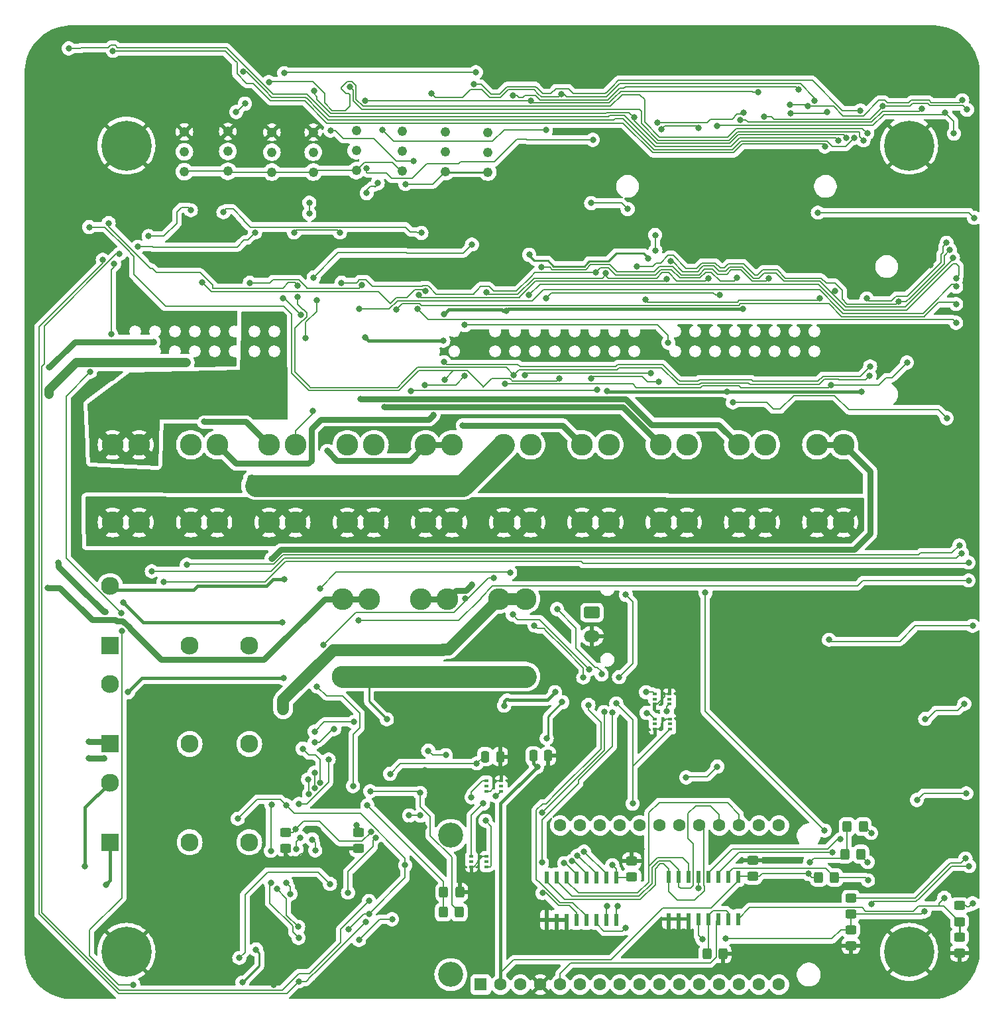
<source format=gbl>
%TF.GenerationSoftware,KiCad,Pcbnew,8.0.2*%
%TF.CreationDate,2024-05-16T19:26:28+09:30*%
%TF.ProjectId,power_and_monotoring,706f7765-725f-4616-9e64-5f6d6f6e6f74,rev?*%
%TF.SameCoordinates,Original*%
%TF.FileFunction,Copper,L2,Bot*%
%TF.FilePolarity,Positive*%
%FSLAX46Y46*%
G04 Gerber Fmt 4.6, Leading zero omitted, Abs format (unit mm)*
G04 Created by KiCad (PCBNEW 8.0.2) date 2024-05-16 19:26:28*
%MOMM*%
%LPD*%
G01*
G04 APERTURE LIST*
G04 Aperture macros list*
%AMRoundRect*
0 Rectangle with rounded corners*
0 $1 Rounding radius*
0 $2 $3 $4 $5 $6 $7 $8 $9 X,Y pos of 4 corners*
0 Add a 4 corners polygon primitive as box body*
4,1,4,$2,$3,$4,$5,$6,$7,$8,$9,$2,$3,0*
0 Add four circle primitives for the rounded corners*
1,1,$1+$1,$2,$3*
1,1,$1+$1,$4,$5*
1,1,$1+$1,$6,$7*
1,1,$1+$1,$8,$9*
0 Add four rect primitives between the rounded corners*
20,1,$1+$1,$2,$3,$4,$5,0*
20,1,$1+$1,$4,$5,$6,$7,0*
20,1,$1+$1,$6,$7,$8,$9,0*
20,1,$1+$1,$8,$9,$2,$3,0*%
G04 Aperture macros list end*
%TA.AperFunction,ComponentPad*%
%ADD10C,2.780000*%
%TD*%
%TA.AperFunction,ComponentPad*%
%ADD11C,1.240000*%
%TD*%
%TA.AperFunction,WasherPad*%
%ADD12C,3.200000*%
%TD*%
%TA.AperFunction,ComponentPad*%
%ADD13R,1.600000X1.600000*%
%TD*%
%TA.AperFunction,ComponentPad*%
%ADD14C,1.600000*%
%TD*%
%TA.AperFunction,ComponentPad*%
%ADD15C,0.800000*%
%TD*%
%TA.AperFunction,ComponentPad*%
%ADD16C,6.400000*%
%TD*%
%TA.AperFunction,ComponentPad*%
%ADD17R,2.300000X2.300000*%
%TD*%
%TA.AperFunction,ComponentPad*%
%ADD18C,2.300000*%
%TD*%
%TA.AperFunction,ComponentPad*%
%ADD19RoundRect,0.250001X-0.759999X0.499999X-0.759999X-0.499999X0.759999X-0.499999X0.759999X0.499999X0*%
%TD*%
%TA.AperFunction,ComponentPad*%
%ADD20O,2.020000X1.500000*%
%TD*%
%TA.AperFunction,SMDPad,CuDef*%
%ADD21RoundRect,0.250000X-0.450000X0.325000X-0.450000X-0.325000X0.450000X-0.325000X0.450000X0.325000X0*%
%TD*%
%TA.AperFunction,SMDPad,CuDef*%
%ADD22RoundRect,0.249550X-0.450450X0.325450X-0.450450X-0.325450X0.450450X-0.325450X0.450450X0.325450X0*%
%TD*%
%TA.AperFunction,SMDPad,CuDef*%
%ADD23R,0.600000X1.550000*%
%TD*%
%TA.AperFunction,SMDPad,CuDef*%
%ADD24R,0.600000X0.420000*%
%TD*%
%TA.AperFunction,SMDPad,CuDef*%
%ADD25RoundRect,0.250000X-0.325000X-0.450000X0.325000X-0.450000X0.325000X0.450000X-0.325000X0.450000X0*%
%TD*%
%TA.AperFunction,SMDPad,CuDef*%
%ADD26RoundRect,0.249550X0.450450X-0.325450X0.450450X0.325450X-0.450450X0.325450X-0.450450X-0.325450X0*%
%TD*%
%TA.AperFunction,SMDPad,CuDef*%
%ADD27RoundRect,0.250000X0.450000X-0.325000X0.450000X0.325000X-0.450000X0.325000X-0.450000X-0.325000X0*%
%TD*%
%TA.AperFunction,SMDPad,CuDef*%
%ADD28RoundRect,0.250000X-0.250000X-0.475000X0.250000X-0.475000X0.250000X0.475000X-0.250000X0.475000X0*%
%TD*%
%TA.AperFunction,SMDPad,CuDef*%
%ADD29RoundRect,0.250000X0.325000X0.450000X-0.325000X0.450000X-0.325000X-0.450000X0.325000X-0.450000X0*%
%TD*%
%TA.AperFunction,ViaPad*%
%ADD30C,0.800000*%
%TD*%
%TA.AperFunction,ViaPad*%
%ADD31C,1.250000*%
%TD*%
%TA.AperFunction,Conductor*%
%ADD32C,0.200000*%
%TD*%
%TA.AperFunction,Conductor*%
%ADD33C,0.800000*%
%TD*%
%TA.AperFunction,Conductor*%
%ADD34C,0.400000*%
%TD*%
%TA.AperFunction,Conductor*%
%ADD35C,2.800000*%
%TD*%
%TA.AperFunction,Conductor*%
%ADD36C,0.250000*%
%TD*%
%TA.AperFunction,Conductor*%
%ADD37C,1.200000*%
%TD*%
%TA.AperFunction,Conductor*%
%ADD38C,1.500000*%
%TD*%
G04 APERTURE END LIST*
D10*
%TO.P,F13,1*%
%TO.N,+24V*%
X102530800Y-193291200D03*
X105930800Y-193291200D03*
%TO.P,F13,2*%
%TO.N,Net-(F13-Pad2)*%
X102530800Y-183371200D03*
X105930800Y-183371200D03*
%TD*%
%TO.P,F16,1*%
%TO.N,+24V*%
X52530800Y-193291200D03*
X55930800Y-193291200D03*
%TO.P,F16,2*%
%TO.N,/Connectors/GLV_MASTER_SWITCH_OUT*%
X52530800Y-183371200D03*
X55930800Y-183371200D03*
%TD*%
%TO.P,F15,1*%
%TO.N,+12V*%
X101887600Y-212986000D03*
X105287600Y-212986000D03*
%TO.P,F15,2*%
%TO.N,Net-(F15-Pad2)*%
X101887600Y-203066000D03*
X105287600Y-203066000D03*
%TD*%
D11*
%TO.P,RL5,1,1*%
%TO.N,+3V3*%
X83667600Y-148357690D03*
%TO.P,RL5,2,2*%
%TO.N,Net-(U3B--)*%
X83667600Y-145817690D03*
%TO.P,RL5,3,3*%
%TO.N,GND*%
X83667600Y-143277690D03*
%TD*%
D10*
%TO.P,F10,1*%
%TO.N,+12V*%
X81887600Y-212986000D03*
X85287600Y-212986000D03*
%TO.P,F10,2*%
%TO.N,/Connectors/BRAKE_LIGHT_12V*%
X81887600Y-203066000D03*
X85287600Y-203066000D03*
%TD*%
D12*
%TO.P,A1,*%
%TO.N,*%
X95758000Y-251053600D03*
X95758000Y-233273600D03*
D13*
%TO.P,A1,1,~{RESET}*%
%TO.N,unconnected-(A1-~{RESET}-Pad1)*%
X99568000Y-252323600D03*
D14*
%TO.P,A1,2,3V3*%
%TO.N,+3V3*%
X102108000Y-252323600D03*
%TO.P,A1,3,AREF*%
%TO.N,unconnected-(A1-AREF-Pad3)*%
X104648000Y-252323600D03*
%TO.P,A1,4,GND*%
%TO.N,GND*%
X107188000Y-252323600D03*
%TO.P,A1,5,A0*%
%TO.N,/feather/MUX_PRES_TEMP*%
X109728000Y-252323600D03*
%TO.P,A1,6,A1*%
%TO.N,unconnected-(A1-A1-Pad6)*%
X112268000Y-252323600D03*
%TO.P,A1,7,A2*%
%TO.N,unconnected-(A1-A2-Pad7)*%
X114808000Y-252323600D03*
%TO.P,A1,8,A3*%
%TO.N,unconnected-(A1-A3-Pad8)*%
X117348000Y-252323600D03*
%TO.P,A1,9,A4*%
%TO.N,unconnected-(A1-A4-Pad9)*%
X119888000Y-252323600D03*
%TO.P,A1,10,A5*%
%TO.N,unconnected-(A1-A5-Pad10)*%
X122428000Y-252323600D03*
%TO.P,A1,11,SCK*%
%TO.N,unconnected-(A1-SCK-Pad11)*%
X124968000Y-252323600D03*
%TO.P,A1,12,MOSI*%
%TO.N,unconnected-(A1-MOSI-Pad12)*%
X127508000Y-252323600D03*
%TO.P,A1,13,MISO*%
%TO.N,unconnected-(A1-MISO-Pad13)*%
X130048000Y-252323600D03*
%TO.P,A1,14,RX*%
%TO.N,unconnected-(A1-RX-Pad14)*%
X132588000Y-252323600D03*
%TO.P,A1,15,TX*%
%TO.N,unconnected-(A1-TX-Pad15)*%
X135128000Y-252323600D03*
%TO.P,A1,16,SPARE*%
%TO.N,unconnected-(A1-SPARE-Pad16)*%
X137668000Y-252323600D03*
%TO.P,A1,17,SDA*%
%TO.N,unconnected-(A1-SDA-Pad17)*%
X137668000Y-232003600D03*
%TO.P,A1,18,SCL*%
%TO.N,unconnected-(A1-SCL-Pad18)*%
X135128000Y-232003600D03*
%TO.P,A1,19,D0*%
%TO.N,/feather/MUX_A*%
X132588000Y-232003600D03*
%TO.P,A1,20,D1*%
%TO.N,/feather/MUX_B*%
X130048000Y-232003600D03*
%TO.P,A1,21,D2*%
%TO.N,/feather/MUX_C*%
X127508000Y-232003600D03*
%TO.P,A1,22,D3*%
%TO.N,/feather/MUX_BSPD*%
X124968000Y-232003600D03*
%TO.P,A1,23,D4*%
%TO.N,unconnected-(A1-D4-Pad23)*%
X122428000Y-232003600D03*
%TO.P,A1,24,D5*%
%TO.N,unconnected-(A1-D5-Pad24)*%
X119888000Y-232003600D03*
%TO.P,A1,25,D6*%
%TO.N,unconnected-(A1-D6-Pad25)*%
X117348000Y-232003600D03*
%TO.P,A1,26,USB*%
%TO.N,unconnected-(A1-USB-Pad26)*%
X114808000Y-232003600D03*
%TO.P,A1,27,EN*%
%TO.N,unconnected-(A1-EN-Pad27)*%
X112268000Y-232003600D03*
%TO.P,A1,28,VBAT*%
%TO.N,unconnected-(A1-VBAT-Pad28)*%
X109728000Y-232003600D03*
%TD*%
D15*
%TO.P,H4,1,1*%
%TO.N,GND*%
X51905208Y-248157981D03*
X52608152Y-246460925D03*
X52608152Y-249855037D03*
X54305208Y-245757981D03*
D16*
X54305208Y-248157981D03*
D15*
X54305208Y-250557981D03*
X56002264Y-246460925D03*
X56002264Y-249855037D03*
X56705208Y-248157981D03*
%TD*%
D10*
%TO.P,F11,1*%
%TO.N,+12V*%
X91887600Y-212986000D03*
X95287600Y-212986000D03*
%TO.P,F11,2*%
%TO.N,/Connectors/BSPD_TEST_12V*%
X91887600Y-203066000D03*
X95287600Y-203066000D03*
%TD*%
D17*
%TO.P,K2,1*%
%TO.N,/Connectors/RADIATOR_FAN_ON_SIGNAL*%
X52222400Y-221592000D03*
D18*
%TO.P,K2,2*%
%TO.N,/Connectors/RADIATOR_FAN_24V*%
X62382400Y-221592000D03*
%TO.P,K2,3*%
%TO.N,Net-(F14-Pad2)*%
X70002400Y-221592000D03*
%TO.P,K2,5*%
%TO.N,+24V*%
X52222400Y-213972000D03*
%TD*%
D11*
%TO.P,RL4,1,1*%
%TO.N,+3V3*%
X78181200Y-148539200D03*
%TO.P,RL4,2,2*%
%TO.N,Net-(U3A-+)*%
X78181200Y-145999200D03*
%TO.P,RL4,3,3*%
%TO.N,GND*%
X78181200Y-143459200D03*
%TD*%
D15*
%TO.P,H3,1,1*%
%TO.N,GND*%
X51905208Y-145157981D03*
X52608152Y-143460925D03*
X52608152Y-146855037D03*
X54305208Y-142757981D03*
D16*
X54305208Y-145157981D03*
D15*
X54305208Y-147557981D03*
X56002264Y-143460925D03*
X56002264Y-146855037D03*
X56705208Y-145157981D03*
%TD*%
D10*
%TO.P,F3,1*%
%TO.N,+24V*%
X92530800Y-193291200D03*
X95930800Y-193291200D03*
%TO.P,F3,2*%
%TO.N,/Connectors/MASTER_ACC_24V*%
X92530800Y-183371200D03*
X95930800Y-183371200D03*
%TD*%
%TO.P,F4,1*%
%TO.N,+24V*%
X112530800Y-193291200D03*
X115930800Y-193291200D03*
%TO.P,F4,2*%
%TO.N,/Connectors/SLAVE_ACC_24V*%
X112530800Y-183371200D03*
X115930800Y-183371200D03*
%TD*%
D11*
%TO.P,RL8,1,1*%
%TO.N,+3V3*%
X95046800Y-148488400D03*
%TO.P,RL8,2,2*%
%TO.N,Net-(U2A--)*%
X95046800Y-145948400D03*
%TO.P,RL8,3,3*%
%TO.N,GND*%
X95046800Y-143408400D03*
%TD*%
D15*
%TO.P,H1,1,1*%
%TO.N,GND*%
X151905208Y-145157981D03*
X152608152Y-143460925D03*
X152608152Y-146855037D03*
X154305208Y-142757981D03*
D16*
X154305208Y-145157981D03*
D15*
X154305208Y-147557981D03*
X156002264Y-143460925D03*
X156002264Y-146855037D03*
X156705208Y-145157981D03*
%TD*%
D10*
%TO.P,F1,1*%
%TO.N,+24V*%
X72530800Y-193291200D03*
X75930800Y-193291200D03*
%TO.P,F1,2*%
%TO.N,/Connectors/AIR_24V*%
X72530800Y-183371200D03*
X75930800Y-183371200D03*
%TD*%
D11*
%TO.P,RL6,1,1*%
%TO.N,+3V3*%
X89560400Y-148437600D03*
%TO.P,RL6,2,2*%
%TO.N,Net-(U3C-+)*%
X89560400Y-145897600D03*
%TO.P,RL6,3,3*%
%TO.N,GND*%
X89560400Y-143357600D03*
%TD*%
%TO.P,RL2,1,1*%
%TO.N,+3V3*%
X67259200Y-148437600D03*
%TO.P,RL2,2,2*%
%TO.N,Net-(U2C--)*%
X67259200Y-145897600D03*
%TO.P,RL2,3,3*%
%TO.N,GND*%
X67259200Y-143357600D03*
%TD*%
D15*
%TO.P,H2,1,1*%
%TO.N,GND*%
X151905208Y-248157981D03*
X152608152Y-246460925D03*
X152608152Y-249855037D03*
X154305208Y-245757981D03*
D16*
X154305208Y-248157981D03*
D15*
X154305208Y-250557981D03*
X156002264Y-246460925D03*
X156002264Y-249855037D03*
X156705208Y-248157981D03*
%TD*%
D19*
%TO.P,J1,1,Pin_1*%
%TO.N,+12V*%
X113792000Y-204822800D03*
D20*
%TO.P,J1,2,Pin_2*%
%TO.N,GND*%
X113792000Y-207822800D03*
%TD*%
D11*
%TO.P,RL3,1,1*%
%TO.N,+3V3*%
X72898000Y-148539200D03*
%TO.P,RL3,2,2*%
%TO.N,Net-(U2D--)*%
X72898000Y-145999200D03*
%TO.P,RL3,3,3*%
%TO.N,GND*%
X72898000Y-143459200D03*
%TD*%
D10*
%TO.P,F9,1*%
%TO.N,+24V*%
X132530800Y-193291200D03*
X135930800Y-193291200D03*
%TO.P,F9,2*%
%TO.N,/Connectors/HV_BOX_24V*%
X132530800Y-183371200D03*
X135930800Y-183371200D03*
%TD*%
D11*
%TO.P,RL7,1,1*%
%TO.N,+3V3*%
X100482400Y-148539200D03*
%TO.P,RL7,2,2*%
%TO.N,Net-(U3D-+)*%
X100482400Y-145999200D03*
%TO.P,RL7,3,3*%
%TO.N,GND*%
X100482400Y-143459200D03*
%TD*%
D10*
%TO.P,F2,1*%
%TO.N,+24V*%
X82530800Y-193291200D03*
X85930800Y-193291200D03*
%TO.P,F2,2*%
%TO.N,/Connectors/SAFETY_24V*%
X82530800Y-183371200D03*
X85930800Y-183371200D03*
%TD*%
D17*
%TO.P,K3,1*%
%TO.N,/Connectors/MOTOR_CONTROLLER_ON_SIGNAL*%
X52222400Y-234142000D03*
D18*
%TO.P,K3,2*%
%TO.N,/Connectors/MC_12V*%
X62382400Y-234142000D03*
%TO.P,K3,3*%
%TO.N,Net-(F15-Pad2)*%
X70002400Y-234142000D03*
%TO.P,K3,5*%
%TO.N,+24V*%
X52222400Y-226522000D03*
%TD*%
D10*
%TO.P,F8,1*%
%TO.N,+24V*%
X122530800Y-193291200D03*
X125930800Y-193291200D03*
%TO.P,F8,2*%
%TO.N,/Connectors/ECU_24V*%
X122530800Y-183371200D03*
X125930800Y-183371200D03*
%TD*%
%TO.P,F14,1*%
%TO.N,+24V*%
X142530800Y-193291200D03*
X145930800Y-193291200D03*
%TO.P,F14,2*%
%TO.N,Net-(F14-Pad2)*%
X142530800Y-183371200D03*
X145930800Y-183371200D03*
%TD*%
D17*
%TO.P,K1,1*%
%TO.N,/Connectors/PUMP_ON_SIGNAL*%
X52222400Y-209042000D03*
D18*
%TO.P,K1,2*%
%TO.N,/Connectors/RADIATOR_WATER_PUMP_24V*%
X62382400Y-209042000D03*
%TO.P,K1,3*%
%TO.N,Net-(F13-Pad2)*%
X70002400Y-209042000D03*
%TO.P,K1,5*%
%TO.N,+24V*%
X52222400Y-201422000D03*
%TD*%
D10*
%TO.P,F5,1*%
%TO.N,+24V*%
X62530800Y-193291200D03*
X65930800Y-193291200D03*
%TO.P,F5,2*%
%TO.N,/Connectors/DASH_24V*%
X62530800Y-183371200D03*
X65930800Y-183371200D03*
%TD*%
D11*
%TO.P,RL1,1,1*%
%TO.N,+3V3*%
X61722000Y-148488400D03*
%TO.P,RL1,2,2*%
%TO.N,Net-(U2B--)*%
X61722000Y-145948400D03*
%TO.P,RL1,3,3*%
%TO.N,GND*%
X61722000Y-143408400D03*
%TD*%
D21*
%TO.P,R48,1*%
%TO.N,/Connectors/PRESSURE{slash}TEMP_SENSOR_3_PRESSURE*%
X146862800Y-241304200D03*
%TO.P,R48,2*%
%TO.N,Net-(U12-X5)*%
X146862800Y-243354200D03*
%TD*%
D22*
%TO.P,C4,1*%
%TO.N,+5V*%
X74676000Y-232858200D03*
D21*
%TO.P,C4,2*%
%TO.N,GND*%
X74676000Y-234908200D03*
%TD*%
D23*
%TO.P,U11,1,X4*%
%TO.N,Net-(U11-X4)*%
X116865400Y-244050800D03*
%TO.P,U11,2,X6*%
%TO.N,Net-(U11-X6)*%
X115595400Y-244050800D03*
%TO.P,U11,3,X*%
%TO.N,/feather/MUX_BSPD*%
X114325400Y-244050800D03*
%TO.P,U11,4,X7*%
%TO.N,Net-(U11-X7)*%
X113055400Y-244050800D03*
%TO.P,U11,5,X5*%
%TO.N,Net-(U11-X5)*%
X111785400Y-244050800D03*
%TO.P,U11,6,Inh*%
%TO.N,GND*%
X110515400Y-244050800D03*
%TO.P,U11,7,VEE*%
X109245400Y-244050800D03*
%TO.P,U11,8,VSS*%
X107975400Y-244050800D03*
%TO.P,U11,9,C*%
%TO.N,/feather/MUX_C*%
X107975400Y-238650800D03*
%TO.P,U11,10,B*%
%TO.N,/feather/MUX_B*%
X109245400Y-238650800D03*
%TO.P,U11,11,A*%
%TO.N,/feather/MUX_A*%
X110515400Y-238650800D03*
%TO.P,U11,12,X3*%
%TO.N,Net-(U11-X3)*%
X111785400Y-238650800D03*
%TO.P,U11,13,X0*%
%TO.N,Net-(U11-X0)*%
X113055400Y-238650800D03*
%TO.P,U11,14,X1*%
%TO.N,Net-(U11-X1)*%
X114325400Y-238650800D03*
%TO.P,U11,15,X2*%
%TO.N,Net-(U11-X2)*%
X115595400Y-238650800D03*
%TO.P,U11,16,VDD*%
%TO.N,+3V3*%
X116865400Y-238650800D03*
%TD*%
D24*
%TO.P,D30,1,A*%
%TO.N,GND*%
X123733600Y-218399600D03*
%TO.P,D30,2*%
%TO.N,N/C*%
X123733600Y-219049600D03*
%TO.P,D30,3,K*%
%TO.N,Net-(U11-X4)*%
X123733600Y-219699600D03*
%TO.P,D30,4,A*%
%TO.N,GND*%
X121833600Y-219699600D03*
%TO.P,D30,5*%
%TO.N,N/C*%
X121833600Y-219049600D03*
%TO.P,D30,6,K*%
%TO.N,Net-(U11-X5)*%
X121833600Y-218399600D03*
%TD*%
D25*
%TO.P,R8,1*%
%TO.N,+3V3*%
X146091800Y-235661200D03*
%TO.P,R8,2*%
%TO.N,/Connectors/PRESSURE{slash}TEMP_SENSOR_2_TEMP*%
X148141800Y-235661200D03*
%TD*%
D21*
%TO.P,R47,1*%
%TO.N,Net-(U12-X4)*%
X160731200Y-246247200D03*
%TO.P,R47,2*%
%TO.N,GND*%
X160731200Y-248297200D03*
%TD*%
D24*
%TO.P,D28,1,A*%
%TO.N,GND*%
X100279200Y-235966000D03*
%TO.P,D28,2*%
%TO.N,N/C*%
X100279200Y-236616000D03*
%TO.P,D28,3,K*%
%TO.N,Net-(U11-X0)*%
X100279200Y-237266000D03*
%TO.P,D28,4,A*%
%TO.N,GND*%
X98379200Y-237266000D03*
%TO.P,D28,5*%
%TO.N,N/C*%
X98379200Y-236616000D03*
%TO.P,D28,6,K*%
%TO.N,Net-(U11-X1)*%
X98379200Y-235966000D03*
%TD*%
%TO.P,D31,1,A*%
%TO.N,GND*%
X123682800Y-215199200D03*
%TO.P,D31,2*%
%TO.N,N/C*%
X123682800Y-215849200D03*
%TO.P,D31,3,K*%
%TO.N,Net-(U11-X6)*%
X123682800Y-216499200D03*
%TO.P,D31,4,A*%
%TO.N,GND*%
X121782800Y-216499200D03*
%TO.P,D31,5*%
%TO.N,N/C*%
X121782800Y-215849200D03*
%TO.P,D31,6,K*%
%TO.N,Net-(U11-X7)*%
X121782800Y-215199200D03*
%TD*%
D23*
%TO.P,U12,1,X4*%
%TO.N,Net-(U12-X4)*%
X132461000Y-243949200D03*
%TO.P,U12,2,X6*%
%TO.N,Net-(U12-X6)*%
X131191000Y-243949200D03*
%TO.P,U12,3,X*%
%TO.N,/feather/MUX_PRES_TEMP*%
X129921000Y-243949200D03*
%TO.P,U12,4,X7*%
%TO.N,Net-(U12-X6)*%
X128651000Y-243949200D03*
%TO.P,U12,5,X5*%
%TO.N,Net-(U12-X5)*%
X127381000Y-243949200D03*
%TO.P,U12,6,Inh*%
%TO.N,GND*%
X126111000Y-243949200D03*
%TO.P,U12,7,VEE*%
X124841000Y-243949200D03*
%TO.P,U12,8,VSS*%
X123571000Y-243949200D03*
%TO.P,U12,9,C*%
%TO.N,/feather/MUX_C*%
X123571000Y-238549200D03*
%TO.P,U12,10,B*%
%TO.N,/feather/MUX_B*%
X124841000Y-238549200D03*
%TO.P,U12,11,A*%
%TO.N,/feather/MUX_A*%
X126111000Y-238549200D03*
%TO.P,U12,12,X3*%
%TO.N,Net-(U12-X3)*%
X127381000Y-238549200D03*
%TO.P,U12,13,X0*%
%TO.N,/Connectors/PRESSURE{slash}TEMP_SENSOR_1_TEMP*%
X128651000Y-238549200D03*
%TO.P,U12,14,X1*%
%TO.N,/Connectors/PRESSURE{slash}TEMP_SENSOR_2_TEMP*%
X129921000Y-238549200D03*
%TO.P,U12,15,X2*%
%TO.N,/Connectors/PRESSURE{slash}TEMP_SENSOR_3_TEMP*%
X131191000Y-238549200D03*
%TO.P,U12,16,VDD*%
%TO.N,+3V3*%
X132461000Y-238549200D03*
%TD*%
D26*
%TO.P,C19,1*%
%TO.N,+3V3*%
X134315200Y-238515000D03*
D27*
%TO.P,C19,2*%
%TO.N,GND*%
X134315200Y-236465000D03*
%TD*%
D21*
%TO.P,R49,1*%
%TO.N,Net-(U12-X5)*%
X146862800Y-245304200D03*
%TO.P,R49,2*%
%TO.N,GND*%
X146862800Y-247354200D03*
%TD*%
D28*
%TO.P,C14,1*%
%TO.N,+5V*%
X100142000Y-223215200D03*
%TO.P,C14,2*%
%TO.N,GND*%
X102042000Y-223215200D03*
%TD*%
%TO.P,C15,1*%
%TO.N,+3V3*%
X106304000Y-223113600D03*
%TO.P,C15,2*%
%TO.N,GND*%
X108204000Y-223113600D03*
%TD*%
D25*
%TO.P,R1,1*%
%TO.N,+3V3*%
X146387600Y-232156000D03*
%TO.P,R1,2*%
%TO.N,/Connectors/PRESSURE{slash}TEMP_SENSOR_1_TEMP*%
X148437600Y-232156000D03*
%TD*%
D22*
%TO.P,C5,1*%
%TO.N,+12V*%
X83972400Y-232909000D03*
D21*
%TO.P,C5,2*%
%TO.N,GND*%
X83972400Y-234959000D03*
%TD*%
D25*
%TO.P,R40,1*%
%TO.N,Net-(U12-X6)*%
X128464200Y-248412000D03*
%TO.P,R40,2*%
%TO.N,GND*%
X130514200Y-248412000D03*
%TD*%
%TO.P,R4,1*%
%TO.N,Net-(U4A--)*%
X94834600Y-240538000D03*
%TO.P,R4,2*%
%TO.N,GND*%
X96884600Y-240538000D03*
%TD*%
%TO.P,R2,1*%
%TO.N,+3V3*%
X142739000Y-238658400D03*
%TO.P,R2,2*%
%TO.N,/Connectors/PRESSURE{slash}TEMP_SENSOR_3_TEMP*%
X144789000Y-238658400D03*
%TD*%
D24*
%TO.P,D29,1,A*%
%TO.N,GND*%
X102179200Y-226314000D03*
%TO.P,D29,2*%
%TO.N,N/C*%
X102179200Y-226964000D03*
%TO.P,D29,3,K*%
%TO.N,Net-(U11-X2)*%
X102179200Y-227614000D03*
%TO.P,D29,4,A*%
%TO.N,GND*%
X100279200Y-227614000D03*
%TO.P,D29,5*%
%TO.N,N/C*%
X100279200Y-226964000D03*
%TO.P,D29,6,K*%
%TO.N,Net-(U11-X3)*%
X100279200Y-226314000D03*
%TD*%
D21*
%TO.P,R46,1*%
%TO.N,/Connectors/PRESSURE{slash}TEMP_SENSOR_2_PRESSURE*%
X160731200Y-242247200D03*
%TO.P,R46,2*%
%TO.N,Net-(U12-X4)*%
X160731200Y-244297200D03*
%TD*%
D29*
%TO.P,R6,1*%
%TO.N,Net-(R50-Pad1)*%
X96833800Y-243078000D03*
%TO.P,R6,2*%
%TO.N,Net-(U4A--)*%
X94783800Y-243078000D03*
%TD*%
D26*
%TO.P,C18,1*%
%TO.N,+3V3*%
X118872000Y-238574800D03*
D27*
%TO.P,C18,2*%
%TO.N,GND*%
X118872000Y-236524800D03*
%TD*%
D30*
%TO.N,/Connectors/GLV_MASTER_SWITCH_OUT*%
X86399100Y-149961600D03*
X70086357Y-162668000D03*
D31*
X54305200Y-179374800D03*
X55159588Y-177590579D03*
D30*
X69697600Y-170129200D03*
X107899200Y-143137100D03*
D31*
X72999600Y-175920400D03*
X70815200Y-175463200D03*
X72745600Y-178003200D03*
X52425600Y-177139600D03*
D30*
X86969600Y-143137100D03*
X84408174Y-162995772D03*
D31*
X51663600Y-179273200D03*
D30*
X85000100Y-151231600D03*
X71932800Y-167386000D03*
%TO.N,/feather/MUX_BSPD*%
X118059200Y-245110000D03*
%TO.N,/Connectors/AIR_24V*%
X78622700Y-164947600D03*
X98958400Y-135788400D03*
X74472800Y-135890000D03*
X103682800Y-138713800D03*
X64211200Y-180437500D03*
X140208000Y-138005000D03*
X77224166Y-169740854D03*
X78130400Y-179019200D03*
%TO.N,+24V*%
X142646400Y-153720800D03*
X93268800Y-138480800D03*
X144068800Y-208280000D03*
X162407600Y-206502000D03*
X162610800Y-154381200D03*
X74472800Y-200558400D03*
X142240000Y-139406900D03*
X49022000Y-237185200D03*
X109829600Y-138613300D03*
%TO.N,GND*%
X90373200Y-241350800D03*
X65532000Y-245516400D03*
X122428000Y-245719600D03*
X115824000Y-247142000D03*
X73355200Y-157734000D03*
X92405200Y-224942400D03*
X80568800Y-158038800D03*
X81483200Y-220929200D03*
X92456000Y-241858800D03*
X52476400Y-174853600D03*
X137109200Y-236474000D03*
X64465200Y-251866400D03*
X117348000Y-235204000D03*
X120091200Y-235000800D03*
X133756400Y-240588800D03*
X88556158Y-245890140D03*
X53492400Y-168706800D03*
X86817200Y-234492800D03*
X109880400Y-223113600D03*
X79806800Y-244348000D03*
X51409600Y-175260000D03*
X78808070Y-232593376D03*
X92354400Y-247142000D03*
X157022800Y-160426400D03*
X92303600Y-232257600D03*
X118059200Y-234543600D03*
X57505600Y-159715200D03*
X78587600Y-236728000D03*
X54102000Y-161747200D03*
X90435200Y-232003600D03*
X73101200Y-252335300D03*
X101955600Y-225094800D03*
%TO.N,+5V*%
X94894400Y-166674800D03*
X109067600Y-214985500D03*
X94792800Y-170078400D03*
X133045200Y-166053500D03*
X99060000Y-224078800D03*
X148247200Y-176568000D03*
X75910953Y-232491849D03*
X84785200Y-169621200D03*
X102870000Y-166268400D03*
X85547200Y-232816400D03*
X102565200Y-216712800D03*
X84024078Y-246633122D03*
X115722400Y-176546000D03*
X87998750Y-225412750D03*
X88239600Y-243992400D03*
X131064000Y-176568000D03*
%TO.N,+12V*%
X87579200Y-218440000D03*
X98653600Y-137314300D03*
X83719200Y-231952800D03*
X148082000Y-140671100D03*
%TO.N,+3V3*%
X109982000Y-216255600D03*
X141427200Y-238190000D03*
X141630400Y-236677200D03*
X108000800Y-220878400D03*
X105765600Y-159105600D03*
X106781600Y-224536000D03*
X89966800Y-150057600D03*
X120994400Y-159562800D03*
X116382800Y-237083600D03*
%TO.N,/Connectors/SAFETY_24V*%
X84836000Y-139413300D03*
X134975600Y-138328400D03*
X105968800Y-139413300D03*
%TO.N,/Connectors/MASTER_ACC_24V*%
X79959200Y-184150000D03*
X114249200Y-161377000D03*
X81788000Y-162668000D03*
X132283200Y-162052000D03*
%TO.N,/Connectors/SLAVE_ACC_24V*%
X97282000Y-180898800D03*
X115519200Y-161442400D03*
X100330000Y-163854500D03*
X128625600Y-162102800D03*
%TO.N,/Connectors/DASH_24V*%
X123369843Y-162177000D03*
X93522800Y-179578000D03*
X91643200Y-164254500D03*
%TO.N,/Connectors/ECU_24V*%
X87274400Y-178562000D03*
X127406400Y-142939500D03*
X122652935Y-143087576D03*
%TO.N,/Connectors/HV_BOX_24V*%
X84226400Y-177546000D03*
X120197707Y-179623893D03*
X121855822Y-156578978D03*
X133146800Y-140970000D03*
X122123200Y-142240000D03*
X121882578Y-158584222D03*
%TO.N,/Connectors/BRAKE_LIGHT_12V*%
X139039600Y-139903200D03*
X161089077Y-139356100D03*
X161911300Y-200710800D03*
X44450000Y-173482000D03*
X141325600Y-140106400D03*
X57759600Y-170230800D03*
X83972400Y-205790800D03*
X44234900Y-201647624D03*
%TO.N,/Connectors/RADIATOR_FAN_ON_SIGNAL*%
X54508400Y-214985600D03*
X74422000Y-213207600D03*
X49472900Y-221335600D03*
%TO.N,/Connectors/MC_12V*%
X160711300Y-196249026D03*
X61930208Y-172872400D03*
X158902400Y-140919200D03*
X160020000Y-143611600D03*
X44418400Y-176936400D03*
X129794000Y-142646400D03*
X62026800Y-198678800D03*
%TO.N,/Connectors/RADIATOR_WATER_PUMP_24V*%
X59029600Y-200914000D03*
X161911300Y-198424800D03*
X150926800Y-140073700D03*
X135790686Y-141471100D03*
X161696400Y-140563600D03*
%TO.N,/Connectors/MOTOR_CONTROLLER_ON_SIGNAL*%
X51663600Y-239572800D03*
%TO.N,/Connectors/RADIATOR_FAN_24V*%
X51471900Y-223418400D03*
X49472900Y-223418400D03*
X155905200Y-140473700D03*
X132689600Y-141871100D03*
X57541300Y-199542400D03*
X161014897Y-197215459D03*
%TO.N,/Connectors/PUMP_ON_SIGNAL*%
X45634900Y-198424800D03*
X74218800Y-206095600D03*
X51612800Y-204724000D03*
X53898800Y-203555600D03*
%TO.N,/Connectors/PRESSURE{slash}TEMP_SENSOR_1_PRESSURE*%
X149453600Y-242011200D03*
X160311300Y-163169600D03*
X84074000Y-166014400D03*
X161950400Y-237185200D03*
%TO.N,/Connectors/PRESSURE{slash}TEMP_SENSOR_1_TEMP*%
X161353998Y-216470500D03*
X156362400Y-218389200D03*
X145542000Y-233730800D03*
X149453600Y-232968800D03*
X88810708Y-166065200D03*
X160311300Y-165404800D03*
%TO.N,/Connectors/PRESSURE{slash}TEMP_SENSOR_2_PRESSURE*%
X160311300Y-167792400D03*
X162407600Y-241960400D03*
X91490800Y-166053500D03*
%TO.N,/Connectors/PRESSURE{slash}TEMP_SENSOR_2_TEMP*%
X123527500Y-170332400D03*
X128270000Y-202285600D03*
X144475200Y-235407200D03*
X143510000Y-232664000D03*
X97536000Y-168085500D03*
X148996400Y-236677200D03*
%TO.N,/Connectors/PRESSURE{slash}TEMP_SENSOR_3_PRESSURE*%
X160311300Y-162102800D03*
X161501027Y-236230835D03*
X105756778Y-164254500D03*
%TO.N,/Connectors/BSPD_TEST_12V*%
X143839200Y-140868400D03*
X107340400Y-160677500D03*
X98399600Y-201269600D03*
X136347200Y-162153600D03*
X139192000Y-141071100D03*
%TO.N,/Connectors/PRESSURE{slash}TEMP_SENSOR_3_TEMP*%
X131790422Y-177967622D03*
X149047200Y-239014000D03*
X159111300Y-179984400D03*
X107899200Y-164654500D03*
X155295600Y-228752400D03*
X161606500Y-227888800D03*
X130098800Y-164275500D03*
%TO.N,/Connectors/BSPD_TRIGGER*%
X79436759Y-208976759D03*
X109575600Y-174914713D03*
X49567422Y-155562978D03*
X101212508Y-200417700D03*
X97620800Y-202996800D03*
X46939200Y-132740400D03*
X145237200Y-144470100D03*
X94940300Y-175029400D03*
%TO.N,/Connectors/POWER_SIGNAL*%
X83261200Y-226974400D03*
X79044800Y-201726800D03*
X103327200Y-199694800D03*
X78663800Y-214249000D03*
%TO.N,/Connectors/ECU_BRAKE_INPUT*%
X114401600Y-176377600D03*
X113690400Y-152501600D03*
X118342813Y-153258711D03*
X90609708Y-176546500D03*
D31*
%TO.N,Net-(F13-Pad2)*%
X70815200Y-189382400D03*
X71932800Y-188163200D03*
X70307200Y-187807600D03*
D30*
%TO.N,Net-(F14-Pad2)*%
X72847200Y-197916800D03*
%TO.N,Net-(F15-Pad2)*%
X74320400Y-217170000D03*
%TO.N,Net-(U2B--)*%
X62534800Y-153416000D03*
X53429900Y-159004000D03*
X85293200Y-241655600D03*
X57137978Y-156705978D03*
%TO.N,/logic/POW_SIG_AMP*%
X74719200Y-229412800D03*
X85293200Y-243302073D03*
X82664500Y-245274250D03*
X68529200Y-231140000D03*
X89916000Y-237083600D03*
%TO.N,Net-(R50-Pad1)*%
X91835200Y-227838000D03*
X85445600Y-227634800D03*
%TO.N,Net-(R19-Pad1)*%
X76521922Y-233561278D03*
X80137840Y-223570800D03*
X76037208Y-235046857D03*
X76344122Y-229252122D03*
%TO.N,Net-(U4D-+)*%
X90435200Y-230733600D03*
X91846400Y-230733600D03*
%TO.N,Net-(U3B--)*%
X81584800Y-156260300D03*
X75731100Y-156260300D03*
%TO.N,Net-(U1-Pad4)*%
X69138800Y-252066400D03*
X70863398Y-247853200D03*
%TO.N,Net-(U7-Pad3)*%
X76250800Y-244957600D03*
X73507600Y-240080800D03*
%TO.N,/voltage_reg/Reg_out*%
X125826114Y-225862286D03*
X129794000Y-224485200D03*
%TO.N,/feather/BRAKE_LIGHT_SIG*%
X112674400Y-213106000D03*
X113893600Y-144412700D03*
X97536000Y-174599600D03*
X85000100Y-148031200D03*
X152958800Y-165086500D03*
X106426000Y-206451200D03*
X92456000Y-175728900D03*
X119532400Y-160576500D03*
X148466632Y-144488866D03*
X159511300Y-158481328D03*
X82854800Y-137668000D03*
%TO.N,/feather/POWER_SIG_HIGH*%
X76301600Y-251917200D03*
X84881938Y-244302063D03*
X102632484Y-175614213D03*
X144322800Y-175717200D03*
X143526478Y-145271522D03*
X51283603Y-159741603D03*
X52578000Y-133045200D03*
X154025600Y-172872400D03*
%TO.N,/feather/BRAKE_SIG_AMP_HIGH*%
X55168800Y-252335300D03*
X52360396Y-169231300D03*
X149250400Y-174548800D03*
X80314800Y-239471200D03*
X52730400Y-160274000D03*
X76131100Y-164490400D03*
X52030900Y-155060256D03*
X103803970Y-174442726D03*
X76131100Y-163068000D03*
X53714177Y-207172084D03*
X49665900Y-174071900D03*
X68732400Y-248920000D03*
X53631178Y-204892900D03*
%TO.N,/feather/POWER_SIG_SHORT_HIGH*%
X149321597Y-173360003D03*
X64008000Y-162661600D03*
X94889710Y-172800100D03*
X92516030Y-163767500D03*
%TO.N,/feather/POWER_SIG_SHORT_GND*%
X142900400Y-164654000D03*
X72835754Y-229356111D03*
X117246400Y-213055200D03*
X69190603Y-135736597D03*
X148894800Y-164686500D03*
X72745600Y-235254800D03*
X76615056Y-166778987D03*
X120605600Y-164853500D03*
X76301600Y-246380000D03*
X74332100Y-164642800D03*
X72745600Y-239333698D03*
X118110000Y-202539600D03*
X159085275Y-157577166D03*
X147298594Y-144158973D03*
%TO.N,/feather/BRAKE_SIG_AMP_SHORT_HIGH*%
X122275600Y-175310800D03*
X75246822Y-240753222D03*
X115011200Y-212699600D03*
X144830800Y-163728400D03*
X109321600Y-204368400D03*
X123801762Y-159892100D03*
X159902994Y-159523869D03*
X72491600Y-137058400D03*
X113660216Y-174914713D03*
X69443600Y-139801600D03*
X68326000Y-140868400D03*
X148945600Y-143611600D03*
X74714778Y-239306778D03*
%TO.N,/feather/BRAKE_SIG_AMP_SHORT_GND*%
X105206800Y-174514713D03*
X78028800Y-233793300D03*
X119163422Y-141542178D03*
X121339234Y-174241923D03*
X77513878Y-226103878D03*
X90982800Y-147167600D03*
X80365600Y-143256000D03*
X103682800Y-205079600D03*
X113449425Y-212076975D03*
X78282800Y-138176000D03*
X77637946Y-227958298D03*
X83349506Y-218782308D03*
X146299183Y-144172533D03*
X78338840Y-220014800D03*
X78435200Y-235192300D03*
%TO.N,/logic/BRAKE_SIG_AMP*%
X82610234Y-240589693D03*
X86196400Y-233578400D03*
%TO.N,Net-(U12-X3)*%
X127406400Y-240030000D03*
%TO.N,Net-(U12-X4)*%
X158800800Y-241249200D03*
%TO.N,Net-(U12-X5)*%
X156260800Y-242976400D03*
X127863600Y-246532400D03*
X130860800Y-246481600D03*
%TO.N,Net-(U4A--)*%
X85090000Y-229412800D03*
%TO.N,Net-(U2C--)*%
X91987100Y-156311600D03*
X66700400Y-153670000D03*
%TO.N,Net-(U2D--)*%
X70752700Y-156260800D03*
X55766378Y-158077578D03*
%TO.N,Net-(U3A-+)*%
X77673200Y-153861500D03*
X77673200Y-152450800D03*
%TO.N,Net-(U3C-+)*%
X78338840Y-225265678D03*
X78344700Y-227251543D03*
X78338840Y-221386400D03*
X80837340Y-219710000D03*
%TO.N,Net-(U3D-+)*%
X78222700Y-162001200D03*
X79061922Y-226534322D03*
X98450400Y-157784800D03*
X76809600Y-222199200D03*
%TO.N,Net-(U11-X0)*%
X111201754Y-236572066D03*
X100177600Y-231394000D03*
%TO.N,Net-(U11-X1)*%
X99872800Y-229209600D03*
X111910588Y-235867395D03*
%TO.N,Net-(U11-X3)*%
X110236000Y-236829600D03*
X98380339Y-228416061D03*
%TO.N,Net-(U11-X2)*%
X92862400Y-222453200D03*
X101498400Y-228244400D03*
X95097600Y-223012000D03*
X112766709Y-235351584D03*
%TO.N,Net-(U11-X4)*%
X117082300Y-242265200D03*
X116890800Y-216408000D03*
X118973600Y-229209600D03*
%TO.N,Net-(U11-X5)*%
X107391200Y-236728000D03*
X107455025Y-240626575D03*
X116382800Y-217576400D03*
X120751600Y-217627200D03*
%TO.N,Net-(U11-X7)*%
X120700800Y-214985600D03*
X113334800Y-216611200D03*
%TO.N,Net-(U11-X6)*%
X107391200Y-230327200D03*
X115683300Y-242265200D03*
X115329025Y-217512575D03*
X123342400Y-217424000D03*
%TD*%
D32*
%TO.N,/Connectors/GLV_MASTER_SWITCH_OUT*%
X72610292Y-162668000D02*
X70086357Y-162668000D01*
X77368400Y-163315350D02*
X76314650Y-162261600D01*
X86399100Y-150074900D02*
X86399100Y-149961600D01*
X101092000Y-144627600D02*
X88460100Y-144627600D01*
X86004400Y-150368000D02*
X86055200Y-150418800D01*
X86055200Y-150418800D02*
X86399100Y-150074900D01*
X85090000Y-150774400D02*
X85496400Y-150368000D01*
X85000100Y-150915100D02*
X85090000Y-150825200D01*
X107899200Y-143137100D02*
X102582500Y-143137100D01*
X77368400Y-163367500D02*
X77368400Y-163315350D01*
X88460100Y-144627600D02*
X86969600Y-143137100D01*
X73016692Y-162261600D02*
X72610292Y-162668000D01*
X85000100Y-151231600D02*
X85000100Y-150915100D01*
X85090000Y-150825200D02*
X85090000Y-150774400D01*
X76314650Y-162261600D02*
X73016692Y-162261600D01*
X102582500Y-143137100D02*
X101092000Y-144627600D01*
X85496400Y-150368000D02*
X86004400Y-150368000D01*
X84408174Y-162995772D02*
X84036446Y-163367500D01*
X84036446Y-163367500D02*
X77368400Y-163367500D01*
%TO.N,/feather/MUX_PRES_TEMP*%
X111042900Y-249580400D02*
X109728000Y-250895300D01*
X109728000Y-250895300D02*
X109728000Y-252323600D01*
X129639200Y-248820800D02*
X128879600Y-249580400D01*
X129639200Y-244231000D02*
X129639200Y-248820800D01*
X129921000Y-243949200D02*
X129639200Y-244231000D01*
X128879600Y-249580400D02*
X111042900Y-249580400D01*
%TO.N,/feather/MUX_A*%
X121056400Y-230391265D02*
X121056400Y-237286800D01*
X110515400Y-239125800D02*
X112029200Y-240639600D01*
X122123200Y-236118400D02*
X125374400Y-236118400D01*
X121056400Y-237286800D02*
X121056400Y-237185200D01*
X132588000Y-230575300D02*
X131088000Y-229075300D01*
X122372365Y-229075300D02*
X121056400Y-230391265D01*
X125374400Y-236118400D02*
X126111000Y-236855000D01*
X112029200Y-240639600D02*
X119634000Y-240639600D01*
X121056400Y-237185200D02*
X122123200Y-236118400D01*
X126111000Y-236855000D02*
X126111000Y-238549200D01*
X132588000Y-232003600D02*
X132588000Y-230575300D01*
X110515400Y-238650800D02*
X110515400Y-239125800D01*
X119634000Y-240639600D02*
X121056400Y-239217200D01*
X131088000Y-229075300D02*
X122372365Y-229075300D01*
X121056400Y-239217200D02*
X121056400Y-237286800D01*
%TO.N,/feather/MUX_B*%
X125069600Y-240030000D02*
X124841000Y-239801400D01*
X127052365Y-229475300D02*
X126068000Y-230459665D01*
X124841000Y-237610600D02*
X123748800Y-236518400D01*
X126068000Y-233646800D02*
X126034800Y-233680000D01*
X130048000Y-232003600D02*
X130048000Y-230575300D01*
X126711000Y-239658600D02*
X126339600Y-240030000D01*
X119799685Y-241039600D02*
X111229200Y-241039600D01*
X126339600Y-240030000D02*
X125069600Y-240030000D01*
X124841000Y-238549200D02*
X124841000Y-237610600D01*
X128948000Y-229475300D02*
X127052365Y-229475300D01*
X123748800Y-236518400D02*
X122288886Y-236518400D01*
X111229200Y-241039600D02*
X109245400Y-239055800D01*
X122288886Y-236518400D02*
X121456400Y-237350886D01*
X126711000Y-234356200D02*
X126711000Y-239658600D01*
X126034800Y-233680000D02*
X126711000Y-234356200D01*
X126068000Y-230459665D02*
X126068000Y-233646800D01*
X130048000Y-230575300D02*
X128948000Y-229475300D01*
X109245400Y-239055800D02*
X109245400Y-238650800D01*
X121456400Y-239382886D02*
X119799685Y-241039600D01*
X121456400Y-237350886D02*
X121456400Y-239382886D01*
X124841000Y-239801400D02*
X124841000Y-238549200D01*
%TO.N,/feather/MUX_C*%
X128051000Y-239684650D02*
X128117600Y-239751250D01*
X110289200Y-241439600D02*
X119965371Y-241439600D01*
X122454572Y-236918400D02*
X122936000Y-236918400D01*
X128117600Y-239751250D02*
X128117600Y-240308750D01*
X128117600Y-240308750D02*
X126923150Y-241503200D01*
X107975400Y-239125800D02*
X110289200Y-241439600D01*
X124663200Y-241503200D02*
X123571000Y-240411000D01*
X121856400Y-237516572D02*
X122454572Y-236918400D01*
X128051000Y-239684650D02*
X128051000Y-232546600D01*
X119965371Y-241439600D02*
X121856400Y-239548572D01*
X121856400Y-239548572D02*
X121856400Y-237516572D01*
X126923150Y-241503200D02*
X124663200Y-241503200D01*
X128051000Y-232546600D02*
X127508000Y-232003600D01*
X123571000Y-240411000D02*
X123571000Y-238549200D01*
X122936000Y-236918400D02*
X123571000Y-237553400D01*
X123571000Y-237553400D02*
X123571000Y-238549200D01*
X107975400Y-238650800D02*
X107975400Y-239125800D01*
%TO.N,/feather/MUX_BSPD*%
X115316000Y-245516400D02*
X117449600Y-245516400D01*
X114325400Y-244050800D02*
X114325400Y-244525800D01*
X114325400Y-244525800D02*
X115316000Y-245516400D01*
X117652800Y-245516400D02*
X118059200Y-245110000D01*
X117449600Y-245516400D02*
X117652800Y-245516400D01*
%TO.N,/Connectors/AIR_24V*%
X111322000Y-139312800D02*
X111861600Y-139312800D01*
X75930800Y-181574400D02*
X78130400Y-179374800D01*
X75930800Y-183371200D02*
X75930800Y-181574400D01*
X115802728Y-139312800D02*
X115802728Y-139307987D01*
X106537700Y-138713300D02*
X107137200Y-139312800D01*
X115802728Y-139307987D02*
X117283915Y-137826800D01*
X107137200Y-139312800D02*
X111322000Y-139312800D01*
X104469300Y-139013300D02*
X104597200Y-139013300D01*
X111861600Y-139312800D02*
X115802728Y-139312800D01*
D33*
X64211200Y-180437500D02*
X69597100Y-180437500D01*
D32*
X117283915Y-137826800D02*
X117856000Y-137826800D01*
X117856000Y-137826800D02*
X118054400Y-137628400D01*
X104597200Y-139013300D02*
X104824900Y-139013300D01*
X118054400Y-137628400D02*
X139831400Y-137628400D01*
X78130400Y-179374800D02*
X78130400Y-179019200D01*
X104169800Y-138713800D02*
X104292400Y-138836400D01*
X104824900Y-139013300D02*
X104952800Y-139013300D01*
X77224166Y-169740854D02*
X77224166Y-167725513D01*
X103682800Y-138713800D02*
X104169800Y-138713800D01*
X105252800Y-138713300D02*
X106537700Y-138713300D01*
X104952800Y-139013300D02*
X105252800Y-138713300D01*
X74574400Y-135788400D02*
X74472800Y-135890000D01*
X139831400Y-137628400D02*
X140208000Y-138005000D01*
X78622700Y-166326978D02*
X78622700Y-164947600D01*
D33*
X69597100Y-180437500D02*
X72530800Y-183371200D01*
D32*
X104292400Y-138836400D02*
X104469300Y-139013300D01*
X77224166Y-167725513D02*
X78622700Y-166326978D01*
X98958400Y-135788400D02*
X74574400Y-135788400D01*
%TO.N,+24V*%
X162407600Y-206502000D02*
X155092400Y-206502000D01*
D34*
X52679600Y-201879200D02*
X52222400Y-201422000D01*
D32*
X99736900Y-138013800D02*
X100736400Y-139013300D01*
X110286800Y-138684000D02*
X110515600Y-138912800D01*
D34*
X49022000Y-237185200D02*
X49022000Y-229722400D01*
D32*
X155092400Y-206502000D02*
X153111200Y-208483200D01*
X115632229Y-138912800D02*
X117316629Y-137228400D01*
D34*
X72229229Y-201363200D02*
X63406400Y-201363200D01*
D32*
X96595300Y-139013300D02*
X97282000Y-139013300D01*
X93268800Y-138480800D02*
X93801300Y-139013300D01*
X161950400Y-153720800D02*
X162610800Y-154381200D01*
X103056700Y-138013800D02*
X103936800Y-138013800D01*
X142240000Y-139047050D02*
X142240000Y-139406900D01*
X102057200Y-139013300D02*
X103056700Y-138013800D01*
X109829600Y-138613300D02*
X110216100Y-138613300D01*
X97282000Y-139013300D02*
X98281500Y-138013800D01*
X109530100Y-138912800D02*
X109829600Y-138613300D01*
X153111200Y-208483200D02*
X144272000Y-208483200D01*
D34*
X63406400Y-201363200D02*
X62890400Y-201879200D01*
D32*
X107746800Y-138912800D02*
X109530100Y-138912800D01*
X119380000Y-137228400D02*
X140421350Y-137228400D01*
X110515600Y-138912800D02*
X110896400Y-138912800D01*
X144272000Y-208483200D02*
X144068800Y-208280000D01*
D34*
X49022000Y-229722400D02*
X52222400Y-226522000D01*
X62890400Y-201879200D02*
X52679600Y-201879200D01*
D32*
X106403886Y-138013800D02*
X106937700Y-138547615D01*
X107302885Y-138912800D02*
X107746800Y-138912800D01*
X100736400Y-139013300D02*
X102057200Y-139013300D01*
X98281500Y-138013800D02*
X99736900Y-138013800D01*
D34*
X73034028Y-200558400D02*
X72762814Y-200829614D01*
X72762814Y-200829615D02*
X72229229Y-201363200D01*
D32*
X94437200Y-139013300D02*
X96595300Y-139013300D01*
X140421350Y-137228400D02*
X142240000Y-139047050D01*
X117316629Y-137228400D02*
X119380000Y-137228400D01*
X103936800Y-138013800D02*
X106403886Y-138013800D01*
D34*
X72762814Y-200829614D02*
X72762814Y-200829615D01*
D32*
X110216100Y-138613300D02*
X110286800Y-138684000D01*
D34*
X74472800Y-200558400D02*
X73034028Y-200558400D01*
D32*
X106937700Y-138547615D02*
X107302885Y-138912800D01*
X93801300Y-139013300D02*
X94437200Y-139013300D01*
X142646400Y-153720800D02*
X161950400Y-153720800D01*
X110896400Y-138912800D02*
X115632229Y-138912800D01*
%TO.N,GND*%
X123082800Y-215299200D02*
X123182800Y-215199200D01*
X90373200Y-241350800D02*
X91948000Y-241350800D01*
X53492400Y-162356800D02*
X54102000Y-161747200D01*
X74676000Y-234908200D02*
X74676000Y-235559600D01*
X121782800Y-216499200D02*
X122133600Y-216499200D01*
X74676000Y-235559600D02*
X75641200Y-236524800D01*
X99212400Y-236726400D02*
X99212400Y-236575600D01*
X90435200Y-232003600D02*
X92049600Y-232003600D01*
X75641200Y-236524800D02*
X76581822Y-235584178D01*
X122682000Y-219351200D02*
X122682000Y-218948000D01*
X92049600Y-232003600D02*
X92303600Y-232257600D01*
X122682000Y-218948000D02*
X123230400Y-218399600D01*
X98379200Y-237266000D02*
X98672800Y-237266000D01*
X123182800Y-215199200D02*
X123682800Y-215199200D01*
X122133600Y-216499200D02*
X123082800Y-215550000D01*
X123082800Y-215550000D02*
X123082800Y-215299200D01*
X77443778Y-235584178D02*
X78587600Y-236728000D01*
X101142800Y-226822000D02*
X101650800Y-226314000D01*
X100279200Y-227614000D02*
X100779200Y-227614000D01*
X99822000Y-235966000D02*
X100279200Y-235966000D01*
X98672800Y-237266000D02*
X99212400Y-236726400D01*
X91948000Y-241350800D02*
X92456000Y-241858800D01*
X53492400Y-168706800D02*
X53492400Y-162356800D01*
X99212400Y-236575600D02*
X99822000Y-235966000D01*
X100779200Y-227614000D02*
X101142800Y-227250400D01*
X123230400Y-218399600D02*
X123733600Y-218399600D01*
X76581822Y-235584178D02*
X77316128Y-235584178D01*
X122333600Y-219699600D02*
X122682000Y-219351200D01*
X121833600Y-219699600D02*
X122333600Y-219699600D01*
X101142800Y-227250400D02*
X101142800Y-226822000D01*
X77316128Y-235584178D02*
X77443778Y-235584178D01*
X101650800Y-226314000D02*
X102179200Y-226314000D01*
%TO.N,+5V*%
X75544602Y-232858200D02*
X75910953Y-232491849D01*
D34*
X94792800Y-170078400D02*
X85242400Y-170078400D01*
X85242400Y-170078400D02*
X84785200Y-169621200D01*
X115744400Y-176568000D02*
X131064000Y-176568000D01*
D32*
X81534000Y-234035600D02*
X78943200Y-231444800D01*
X86664800Y-243992400D02*
X84024078Y-246633122D01*
D34*
X102209600Y-166065200D02*
X95504000Y-166065200D01*
D32*
X84405796Y-234035600D02*
X81534000Y-234035600D01*
X100142000Y-223215200D02*
X99923600Y-223215200D01*
D34*
X102870000Y-166268400D02*
X102412800Y-166268400D01*
X103084900Y-166053500D02*
X102870000Y-166268400D01*
D32*
X87998750Y-225412750D02*
X89332700Y-224078800D01*
D34*
X131064000Y-176568000D02*
X148247200Y-176568000D01*
D32*
X76958002Y-231444800D02*
X75910953Y-232491849D01*
D34*
X103174800Y-216001600D02*
X105003600Y-216001600D01*
D32*
X89332700Y-224078800D02*
X99060000Y-224078800D01*
D34*
X102870000Y-215849200D02*
X103022400Y-215849200D01*
X95504000Y-166065200D02*
X94894400Y-166674800D01*
X103022400Y-215849200D02*
X103174800Y-216001600D01*
D32*
X88239600Y-243992400D02*
X86664800Y-243992400D01*
D34*
X108051500Y-216001600D02*
X109067600Y-214985500D01*
X133045200Y-166053500D02*
X103084900Y-166053500D01*
D32*
X85547200Y-232894196D02*
X84405796Y-234035600D01*
X99923600Y-223215200D02*
X99060000Y-224078800D01*
D34*
X115722400Y-176546000D02*
X115744400Y-176568000D01*
D32*
X78943200Y-231444800D02*
X76958002Y-231444800D01*
X74676000Y-232858200D02*
X75544602Y-232858200D01*
D34*
X102565200Y-216712800D02*
X102565200Y-216154000D01*
X102412800Y-166268400D02*
X102209600Y-166065200D01*
X102565200Y-216154000D02*
X102870000Y-215849200D01*
D32*
X85547200Y-232816400D02*
X85547200Y-232894196D01*
D34*
X105003600Y-216001600D02*
X108051500Y-216001600D01*
D35*
%TO.N,+12V*%
X91887600Y-212986000D02*
X95287600Y-212986000D01*
X81887600Y-212986000D02*
X85287600Y-212986000D01*
D32*
X106803886Y-137848115D02*
X107468571Y-138512800D01*
X98653600Y-137314300D02*
X99603086Y-137314300D01*
D36*
X83972400Y-232206000D02*
X83719200Y-231952800D01*
D32*
X147523200Y-140665200D02*
X148076100Y-140665200D01*
X115686672Y-138292671D02*
X115854143Y-138125200D01*
X108527600Y-138512800D02*
X109169200Y-137871200D01*
D36*
X87579200Y-218440000D02*
X85287600Y-216148400D01*
D32*
X109169200Y-137871200D02*
X110762800Y-137871200D01*
X99603086Y-137314300D02*
X100136900Y-137848115D01*
X107912485Y-138512800D02*
X108527600Y-138512800D01*
X106569572Y-137613801D02*
X106803886Y-137848115D01*
X111404400Y-138512800D02*
X113792000Y-138512800D01*
X100136900Y-137848115D02*
X100902085Y-138613300D01*
X100902085Y-138613300D02*
X101193600Y-138613300D01*
X148076100Y-140665200D02*
X148082000Y-140671100D01*
X113792000Y-138512800D02*
X115062000Y-138512800D01*
X138531600Y-136828400D02*
X141959200Y-136828400D01*
X141959200Y-136828400D02*
X145796000Y-140665200D01*
D35*
X85287600Y-212986000D02*
X91887600Y-212986000D01*
D32*
X107468571Y-138512800D02*
X107912485Y-138512800D01*
X101891514Y-138613300D02*
X101964407Y-138540407D01*
X116372472Y-137606871D02*
X117150944Y-136828400D01*
X101964407Y-138540407D02*
X102891015Y-137613800D01*
D36*
X83972400Y-232909000D02*
X83972400Y-232206000D01*
D32*
X101193600Y-138613300D02*
X101891514Y-138613300D01*
X115466543Y-138512800D02*
X115686672Y-138292671D01*
D35*
X101887600Y-212986000D02*
X105287600Y-212986000D01*
D32*
X115062000Y-138512800D02*
X115466543Y-138512800D01*
X115854143Y-138125200D02*
X116372472Y-137606871D01*
X145796000Y-140665200D02*
X147523200Y-140665200D01*
D35*
X95287600Y-212986000D02*
X101887600Y-212986000D01*
D32*
X117150944Y-136828400D02*
X138531600Y-136828400D01*
D36*
X85287600Y-216148400D02*
X85287600Y-212986000D01*
D32*
X102891015Y-137613800D02*
X106569572Y-137613801D01*
X110762800Y-137871200D02*
X111404400Y-138512800D01*
D36*
%TO.N,+3V3*%
X113437759Y-159917400D02*
X113188800Y-160166359D01*
D32*
X88301600Y-147331200D02*
X89408000Y-148437600D01*
D36*
X115875646Y-159917400D02*
X113437759Y-159917400D01*
D32*
X89966800Y-150057600D02*
X93477600Y-150057600D01*
X103784400Y-249174000D02*
X102108000Y-250850400D01*
D36*
X110896400Y-160552000D02*
X108879840Y-160552000D01*
X116890646Y-158902400D02*
X115875646Y-159917400D01*
D32*
X116382800Y-237083600D02*
X116865400Y-237566200D01*
X84694090Y-147331200D02*
X88301600Y-147331200D01*
D36*
X105765600Y-159207200D02*
X105765600Y-159105600D01*
D32*
X141630400Y-236677200D02*
X142138400Y-236169200D01*
X122834400Y-242570000D02*
X116230400Y-249174000D01*
X67360800Y-148539200D02*
X67259200Y-148437600D01*
D36*
X112803159Y-160552000D02*
X110896400Y-160552000D01*
X108000800Y-220878400D02*
X108153200Y-220726000D01*
D32*
X132495200Y-238515000D02*
X132461000Y-238549200D01*
X141427200Y-238190000D02*
X135494800Y-238190000D01*
D34*
X102108000Y-250850400D02*
X102108000Y-229209600D01*
D36*
X108153200Y-218084400D02*
X109982000Y-216255600D01*
X108153200Y-220726000D02*
X108153200Y-218084400D01*
D34*
X102108000Y-229209600D02*
X106781600Y-224536000D01*
D32*
X72898000Y-148539200D02*
X67360800Y-148539200D01*
X83667600Y-148357690D02*
X78362710Y-148357690D01*
D36*
X120396000Y-158902400D02*
X116890646Y-158902400D01*
X120994400Y-159562800D02*
X120994400Y-159500800D01*
D34*
X102108000Y-252323600D02*
X102108000Y-250850400D01*
D36*
X108195440Y-159867600D02*
X106426000Y-159867600D01*
D32*
X78362710Y-148357690D02*
X78181200Y-148539200D01*
X93477600Y-150057600D02*
X95046800Y-148488400D01*
X89408000Y-148437600D02*
X89560400Y-148437600D01*
X135169800Y-238515000D02*
X134315200Y-238515000D01*
X146387600Y-235365400D02*
X146091800Y-235661200D01*
X141895600Y-238658400D02*
X141427200Y-238190000D01*
X116865400Y-238650800D02*
X118796000Y-238650800D01*
X67259200Y-148437600D02*
X61772800Y-148437600D01*
X132461000Y-238549200D02*
X132461000Y-239098514D01*
D34*
X106304000Y-224058400D02*
X106781600Y-224536000D01*
D32*
X146387600Y-232156000D02*
X146387600Y-235365400D01*
X83667600Y-148357690D02*
X84694090Y-147331200D01*
X142739000Y-238658400D02*
X141895600Y-238658400D01*
X134315200Y-238515000D02*
X132495200Y-238515000D01*
D36*
X120994400Y-159500800D02*
X120396000Y-158902400D01*
X106426000Y-159867600D02*
X106273600Y-159715200D01*
D32*
X116230400Y-249174000D02*
X103784400Y-249174000D01*
X145583800Y-236169200D02*
X146091800Y-235661200D01*
X142138400Y-236169200D02*
X145583800Y-236169200D01*
D36*
X113188800Y-160166359D02*
X112803159Y-160552000D01*
D32*
X78181200Y-148539200D02*
X72898000Y-148539200D01*
D36*
X108879840Y-160552000D02*
X108195440Y-159867600D01*
D32*
X61772800Y-148437600D02*
X61722000Y-148488400D01*
D36*
X106273600Y-159715200D02*
X105765600Y-159207200D01*
D32*
X128989514Y-242570000D02*
X122834400Y-242570000D01*
D34*
X106304000Y-223113600D02*
X106304000Y-224058400D01*
D32*
X118796000Y-238650800D02*
X118872000Y-238574800D01*
X116865400Y-237566200D02*
X116865400Y-238650800D01*
X132461000Y-239098514D02*
X128989514Y-242570000D01*
D36*
X95097600Y-148539200D02*
X95046800Y-148488400D01*
X100482400Y-148539200D02*
X95097600Y-148539200D01*
D32*
X135494800Y-238190000D02*
X135169800Y-238515000D01*
%TO.N,/Connectors/SAFETY_24V*%
X134264400Y-138226800D02*
X117449600Y-138226800D01*
X134975600Y-138328400D02*
X134366000Y-138328400D01*
X105968800Y-139413300D02*
X84836000Y-139413300D01*
X106268300Y-139712800D02*
X105968800Y-139413300D01*
X117449600Y-138226800D02*
X116667914Y-139008486D01*
X116667914Y-139008486D02*
X116667914Y-139013300D01*
X134366000Y-138328400D02*
X134264400Y-138226800D01*
X116667914Y-139013300D02*
X115968414Y-139712800D01*
X115968414Y-139712800D02*
X106268300Y-139712800D01*
%TO.N,/Connectors/MASTER_ACC_24V*%
X130149600Y-162476500D02*
X131927600Y-162476500D01*
X92805980Y-163067500D02*
X92100900Y-163067500D01*
X114883800Y-160742400D02*
X115886000Y-160742400D01*
X106512957Y-161377000D02*
X105979142Y-161910815D01*
X114249200Y-161377000D02*
X114883800Y-160742400D01*
X121906714Y-161676500D02*
X122591615Y-160991600D01*
X85750400Y-163118800D02*
X85648800Y-163017200D01*
X92910640Y-163172160D02*
X92805980Y-163067500D01*
X98653600Y-164154000D02*
X95586400Y-164154000D01*
X129013900Y-161340800D02*
X130149600Y-162476500D01*
D33*
X92530800Y-183371200D02*
X90540800Y-185361200D01*
D32*
X84927372Y-162295772D02*
X84084228Y-162295772D01*
X93892480Y-164154000D02*
X92910640Y-163172160D01*
X103530400Y-163754000D02*
X101219450Y-163754000D01*
X94945200Y-164154000D02*
X93892480Y-164154000D01*
D33*
X92530800Y-183371200D02*
X95930800Y-183371200D01*
D32*
X116820100Y-161676500D02*
X118872000Y-161676500D01*
X128320800Y-161340800D02*
X129013900Y-161340800D01*
X85648800Y-163017200D02*
X84927372Y-162295772D01*
X101219450Y-163754000D02*
X100888925Y-163423475D01*
X131927600Y-162476500D02*
X132283200Y-162120900D01*
X122591615Y-160991600D02*
X123647200Y-160991600D01*
X99161600Y-163525200D02*
X98653600Y-164033200D01*
X115886000Y-160742400D02*
X116820100Y-161676500D01*
X127603200Y-162058400D02*
X128320800Y-161340800D01*
X104135957Y-163754000D02*
X103530400Y-163754000D01*
X99532300Y-163154500D02*
X99161600Y-163525200D01*
X123952000Y-160991600D02*
X125018800Y-162058400D01*
X100888925Y-163423475D02*
X100619950Y-163154500D01*
X132283200Y-162120900D02*
X132283200Y-162052000D01*
X83712000Y-162668000D02*
X81788000Y-162668000D01*
X118872000Y-161676500D02*
X121906714Y-161676500D01*
X123647200Y-160991600D02*
X123952000Y-160991600D01*
D33*
X90540800Y-185361200D02*
X81170400Y-185361200D01*
D32*
X95586400Y-164154000D02*
X94945200Y-164154000D01*
X105979142Y-161910815D02*
X104135957Y-163754000D01*
X83870800Y-162509200D02*
X83712000Y-162668000D01*
X114249200Y-161377000D02*
X106512957Y-161377000D01*
X84084228Y-162295772D02*
X83870800Y-162509200D01*
D33*
X81170400Y-185361200D02*
X79959200Y-184150000D01*
D32*
X92100900Y-163067500D02*
X92049600Y-163118800D01*
X100619950Y-163154500D02*
X99532300Y-163154500D01*
X98653600Y-164033200D02*
X98653600Y-164154000D01*
X125018800Y-162058400D02*
X127603200Y-162058400D01*
X92049600Y-163118800D02*
X85750400Y-163118800D01*
%TO.N,/Connectors/SLAVE_ACC_24V*%
X115088300Y-162076500D02*
X114757200Y-162076500D01*
X123574393Y-161391600D02*
X124612400Y-162429607D01*
X106379142Y-162076500D02*
X104301642Y-164154000D01*
X122072400Y-162076500D02*
X122757300Y-161391600D01*
X122757300Y-161391600D02*
X123545600Y-161391600D01*
D33*
X112530800Y-183371200D02*
X110058400Y-180898800D01*
X110058400Y-180898800D02*
X97282000Y-180898800D01*
D32*
X115519200Y-161747200D02*
X115848500Y-162076500D01*
X128270000Y-162458400D02*
X128625600Y-162102800D01*
X124612400Y-162429607D02*
X124612400Y-162458400D01*
X115519200Y-161442400D02*
X115519200Y-161645600D01*
X115848500Y-162076500D02*
X116535200Y-162076500D01*
X124612400Y-162458400D02*
X128270000Y-162458400D01*
X114757200Y-162076500D02*
X106379142Y-162076500D01*
X115519200Y-161442400D02*
X115519200Y-161747200D01*
X104301642Y-164154000D02*
X100629500Y-164154000D01*
X116535200Y-162076500D02*
X122072400Y-162076500D01*
X115519200Y-161645600D02*
X115088300Y-162076500D01*
X100629500Y-164154000D02*
X100330000Y-163854500D01*
X123545600Y-161391600D02*
X123574393Y-161391600D01*
D33*
%TO.N,/Connectors/DASH_24V*%
X77920800Y-185375600D02*
X77920800Y-181362400D01*
D32*
X123369843Y-162177000D02*
X123070343Y-162476500D01*
X106544828Y-162476500D02*
X104495600Y-164525728D01*
D33*
X92964000Y-180136800D02*
X93522800Y-179578000D01*
D32*
X123070343Y-162476500D02*
X106544828Y-162476500D01*
X104495600Y-164525728D02*
X104495600Y-164554000D01*
X91942700Y-164554000D02*
X91643200Y-164254500D01*
X92049600Y-164554000D02*
X91942700Y-164554000D01*
D33*
X77920800Y-181362400D02*
X79146400Y-180136800D01*
D32*
X104495600Y-164554000D02*
X92049600Y-164554000D01*
D33*
X77520800Y-185775600D02*
X77920800Y-185375600D01*
X68335200Y-185775600D02*
X77520800Y-185775600D01*
X79146400Y-180136800D02*
X92964000Y-180136800D01*
X65930800Y-183371200D02*
X68335200Y-185775600D01*
D32*
%TO.N,/Connectors/ECU_24V*%
X123393200Y-142640000D02*
X125584000Y-142640000D01*
X123100511Y-142640000D02*
X123393200Y-142640000D01*
X125584000Y-142640000D02*
X125679200Y-142640000D01*
D33*
X122530800Y-183371200D02*
X117721600Y-178562000D01*
D32*
X125679200Y-142640000D02*
X127106900Y-142640000D01*
X127106900Y-142640000D02*
X127406400Y-142939500D01*
X122652935Y-143087576D02*
X123100511Y-142640000D01*
D33*
X117721600Y-178562000D02*
X87274400Y-178562000D01*
D32*
%TO.N,/Connectors/HV_BOX_24V*%
X122123200Y-142240000D02*
X128473200Y-142240000D01*
D33*
X120197707Y-179623893D02*
X121366107Y-180792293D01*
X118119814Y-177546000D02*
X120197707Y-179623893D01*
D32*
X128473200Y-142240000D02*
X128778000Y-141935200D01*
X128778000Y-141935200D02*
X128930400Y-141782800D01*
D33*
X129951893Y-180792293D02*
X132530800Y-183371200D01*
D32*
X128930400Y-141782800D02*
X130505200Y-141782800D01*
X131673600Y-141782800D02*
X132334000Y-141122400D01*
X130505200Y-141782800D02*
X131673600Y-141782800D01*
D33*
X121366107Y-180792293D02*
X129951893Y-180792293D01*
X84226400Y-177546000D02*
X118119814Y-177546000D01*
D32*
X132334000Y-141122400D02*
X132994400Y-141122400D01*
X132994400Y-141122400D02*
X133146800Y-140970000D01*
X121855822Y-158557466D02*
X121882578Y-158584222D01*
X121855822Y-156578978D02*
X121855822Y-158557466D01*
D33*
%TO.N,/Connectors/BRAKE_LIGHT_12V*%
X52917600Y-205724000D02*
X49886100Y-205724000D01*
D32*
X147314200Y-141370600D02*
X147675600Y-141370600D01*
D33*
X53848000Y-205892400D02*
X53086000Y-205892400D01*
D32*
X157137686Y-139655600D02*
X160274000Y-139655600D01*
X150434500Y-139373700D02*
X151216750Y-139373700D01*
X145897600Y-141370600D02*
X147314200Y-141370600D01*
X151216750Y-139373700D02*
X151516750Y-139673700D01*
X139039600Y-139903200D02*
X141122400Y-139903200D01*
X161911300Y-200710800D02*
X148386800Y-200710800D01*
D33*
X57759600Y-170230800D02*
X47701200Y-170230800D01*
D32*
X99584848Y-202895200D02*
X99584848Y-202983050D01*
X141325600Y-140106400D02*
X144627600Y-140106400D01*
X160274000Y-139655600D02*
X160789577Y-139655600D01*
X152704800Y-139673700D02*
X154248214Y-139673700D01*
X144627600Y-140106400D02*
X145891800Y-141370600D01*
D33*
X54711600Y-206756000D02*
X53848000Y-205892400D01*
D32*
X154248214Y-139673700D02*
X154548215Y-139373700D01*
X151516750Y-139673700D02*
X152704800Y-139673700D01*
X160789577Y-139655600D02*
X161089077Y-139356100D01*
X154548215Y-139373700D02*
X156855786Y-139373700D01*
D33*
X71847700Y-210837800D02*
X58742600Y-210837800D01*
X54711600Y-206806800D02*
X54711600Y-206756000D01*
X47701200Y-170230800D02*
X44450000Y-173482000D01*
X49886100Y-205724000D02*
X45809724Y-201647624D01*
X53086000Y-205892400D02*
X52917600Y-205724000D01*
D32*
X99584848Y-202983050D02*
X96777098Y-205790800D01*
X145891800Y-141370600D02*
X145897600Y-141370600D01*
X141122400Y-139903200D02*
X141325600Y-140106400D01*
D33*
X79619500Y-203066000D02*
X81887600Y-203066000D01*
X71847700Y-210837800D02*
X79619500Y-203066000D01*
D32*
X147721600Y-201376000D02*
X101104048Y-201376000D01*
D33*
X58742600Y-210837800D02*
X54711600Y-206806800D01*
D32*
X101104048Y-201376000D02*
X99584848Y-202895200D01*
X156855786Y-139373700D02*
X157137686Y-139655600D01*
D33*
X81887600Y-203066000D02*
X85287600Y-203066000D01*
D32*
X148437600Y-141370600D02*
X150434500Y-139373700D01*
D33*
X45809724Y-201647624D02*
X44234900Y-201647624D01*
D32*
X147675600Y-141370600D02*
X148437600Y-141370600D01*
X148386800Y-200710800D02*
X147721600Y-201376000D01*
X96777098Y-205790800D02*
X83972400Y-205790800D01*
D34*
%TO.N,/Connectors/RADIATOR_FAN_ON_SIGNAL*%
X74422000Y-213207600D02*
X56286400Y-213207600D01*
X56286400Y-213207600D02*
X54508400Y-214985600D01*
D33*
X51966000Y-221335600D02*
X52222400Y-221592000D01*
X49472900Y-221335600D02*
X51966000Y-221335600D01*
D32*
%TO.N,/Connectors/MC_12V*%
X158546800Y-141173200D02*
X158648400Y-141173200D01*
X160020000Y-142036800D02*
X160020000Y-143611600D01*
D37*
X44418400Y-176936400D02*
X44418400Y-176307600D01*
D32*
X151067485Y-141173200D02*
X158546800Y-141173200D01*
X160711300Y-196249026D02*
X159754726Y-197205600D01*
X155752800Y-197205600D02*
X155510000Y-197448400D01*
X129794000Y-142646400D02*
X129869800Y-142570600D01*
X129869800Y-142570600D02*
X135585200Y-142570600D01*
X158902400Y-140919200D02*
X160020000Y-142036800D01*
X159754726Y-197205600D02*
X155752800Y-197205600D01*
X135585200Y-142570600D02*
X149670085Y-142570600D01*
D37*
X47853600Y-172872400D02*
X61930208Y-172872400D01*
D32*
X73125950Y-198628000D02*
X62077600Y-198628000D01*
X158648400Y-141173200D02*
X158902400Y-140919200D01*
X155510000Y-197448400D02*
X74305550Y-197448400D01*
D37*
X44418400Y-176307600D02*
X47853600Y-172872400D01*
D32*
X74305550Y-197448400D02*
X73125950Y-198628000D01*
X149670085Y-142570600D02*
X151067485Y-141173200D01*
X62077600Y-198628000D02*
X62026800Y-198678800D01*
%TO.N,/Connectors/RADIATOR_WATER_PUMP_24V*%
X154413900Y-140073700D02*
X154713900Y-139773700D01*
X74636922Y-198248400D02*
X72022122Y-200863200D01*
X150177457Y-140931857D02*
X150926800Y-140182514D01*
X144869400Y-141770600D02*
X145440400Y-141770600D01*
X161782593Y-198553507D02*
X112674707Y-198553507D01*
X156972000Y-140055600D02*
X161188400Y-140055600D01*
X148590000Y-141770600D02*
X149136600Y-141770600D01*
X136746700Y-141471100D02*
X136956800Y-141681200D01*
X135790686Y-141471100D02*
X136746700Y-141471100D01*
X137046200Y-141770600D02*
X137871200Y-141770600D01*
X154713900Y-139773700D02*
X156690100Y-139773700D01*
X161188400Y-140055600D02*
X161696400Y-140563600D01*
X156690100Y-139773700D02*
X156972000Y-140055600D01*
X137871200Y-141770600D02*
X144869400Y-141770600D01*
X59080400Y-200863200D02*
X59029600Y-200914000D01*
X72022122Y-200863200D02*
X59080400Y-200863200D01*
X112369600Y-198248400D02*
X74636922Y-198248400D01*
X150926800Y-140073700D02*
X154413900Y-140073700D01*
X136956800Y-141681200D02*
X137046200Y-141770600D01*
X112674707Y-198553507D02*
X112369600Y-198248400D01*
X149136600Y-141770600D02*
X149338714Y-141770600D01*
X145440400Y-141770600D02*
X148590000Y-141770600D01*
X149338714Y-141770600D02*
X150177457Y-140931857D01*
X150926800Y-140182514D02*
X150926800Y-140073700D01*
D34*
%TO.N,/Connectors/MOTOR_CONTROLLER_ON_SIGNAL*%
X52222400Y-239014000D02*
X52222400Y-234142000D01*
X51663600Y-239572800D02*
X52222400Y-239014000D01*
D32*
%TO.N,/Connectors/RADIATOR_FAN_24V*%
X152331600Y-197848400D02*
X74471236Y-197848400D01*
X160364356Y-197866000D02*
X152349200Y-197866000D01*
X133737800Y-142170600D02*
X149504400Y-142170600D01*
X72777236Y-199542400D02*
X57541300Y-199542400D01*
X133438300Y-141871100D02*
X133737800Y-142170600D01*
X152349200Y-197866000D02*
X152331600Y-197848400D01*
X154787600Y-140773200D02*
X155605700Y-140773200D01*
X149504400Y-142170600D02*
X150901800Y-140773200D01*
X74471236Y-197848400D02*
X72777236Y-199542400D01*
X132689600Y-141871100D02*
X133438300Y-141871100D01*
X155605700Y-140773200D02*
X155905200Y-140473700D01*
X150901800Y-140773200D02*
X154787600Y-140773200D01*
X161014897Y-197215459D02*
X160364356Y-197866000D01*
D33*
X49472900Y-223418400D02*
X51471900Y-223418400D01*
%TO.N,/Connectors/PUMP_ON_SIGNAL*%
X51409600Y-204724000D02*
X51612800Y-204724000D01*
X48056800Y-201371200D02*
X51409600Y-204724000D01*
D34*
X56438800Y-206095600D02*
X53898800Y-203555600D01*
X74218800Y-206095600D02*
X56438800Y-206095600D01*
D33*
X45634900Y-198424800D02*
X45634900Y-198949300D01*
X45634900Y-198949300D02*
X48056800Y-201371200D01*
D32*
%TO.N,/Connectors/PRESSURE{slash}TEMP_SENSOR_1_PRESSURE*%
X106172000Y-164954000D02*
X88931958Y-164954000D01*
X141833600Y-163576000D02*
X142856486Y-163576000D01*
X150520400Y-241704200D02*
X149760600Y-241704200D01*
X156917757Y-165756957D02*
X159759114Y-162915600D01*
X155905200Y-166586000D02*
X156088714Y-166586000D01*
X149760600Y-241704200D02*
X149453600Y-242011200D01*
X159210643Y-237696643D02*
X155654643Y-241252643D01*
X88931958Y-164954000D02*
X87871558Y-166014400D01*
X159759114Y-162915600D02*
X160172400Y-162915600D01*
X145266043Y-165985557D02*
X145866486Y-166586000D01*
X141833600Y-163576000D02*
X107550000Y-163576000D01*
X150114000Y-166586000D02*
X155905200Y-166586000D01*
X142856486Y-163576000D02*
X145266043Y-165985557D01*
X148234400Y-166586000D02*
X150114000Y-166586000D01*
X159722086Y-237185200D02*
X159210643Y-237696643D01*
X155203086Y-241704200D02*
X150520400Y-241704200D01*
X160172400Y-162915600D02*
X160311300Y-163054500D01*
X145866486Y-166586000D02*
X148234400Y-166586000D01*
X155654643Y-241252643D02*
X155203086Y-241704200D01*
X107550000Y-163576000D02*
X106172000Y-164954000D01*
X87871558Y-166014400D02*
X84074000Y-166014400D01*
X160311300Y-163054500D02*
X160311300Y-163169600D01*
X156088714Y-166586000D02*
X156917757Y-165756957D01*
X161950400Y-237185200D02*
X159722086Y-237185200D01*
%TO.N,/Connectors/PRESSURE{slash}TEMP_SENSOR_1_TEMP*%
X91780750Y-165353500D02*
X89522408Y-165353500D01*
X145161650Y-233730800D02*
X145542000Y-233730800D01*
X160502098Y-217322400D02*
X157683200Y-217322400D01*
X156260800Y-166979600D02*
X156260800Y-166986000D01*
X148437600Y-232156000D02*
X148640800Y-232156000D01*
X160108100Y-165201600D02*
X158038800Y-165201600D01*
X160311300Y-165404800D02*
X160108100Y-165201600D01*
X161353998Y-216470500D02*
X160502098Y-217322400D01*
X132755250Y-165353500D02*
X132555250Y-165553500D01*
X156616400Y-218389200D02*
X156362400Y-218389200D01*
X128651000Y-238074200D02*
X131718000Y-235007200D01*
X134112000Y-235007200D02*
X143885250Y-235007200D01*
X89522408Y-165353500D02*
X88810708Y-166065200D01*
X157683200Y-217322400D02*
X156616400Y-218389200D01*
X156260800Y-166986000D02*
X145700800Y-166986000D01*
X148640800Y-232156000D02*
X149453600Y-232968800D01*
X131718000Y-235007200D02*
X134112000Y-235007200D01*
X145700800Y-166986000D02*
X144068300Y-165353500D01*
X158038800Y-165201600D02*
X156260800Y-166979600D01*
X132555250Y-165553500D02*
X91980750Y-165553500D01*
X143885250Y-235007200D02*
X145161650Y-233730800D01*
X128651000Y-238549200D02*
X128651000Y-238074200D01*
X144068300Y-165353500D02*
X132755250Y-165353500D01*
X91980750Y-165553500D02*
X91780750Y-165353500D01*
%TO.N,/Connectors/PRESSURE{slash}TEMP_SENSOR_2_PRESSURE*%
X159904900Y-167386000D02*
X160311300Y-167792400D01*
X143967200Y-167386000D02*
X159904900Y-167386000D01*
X161950400Y-242417600D02*
X161696400Y-242417600D01*
X143967200Y-167386000D02*
X92823300Y-167386000D01*
X161526000Y-242247200D02*
X160731200Y-242247200D01*
X161696400Y-242417600D02*
X161526000Y-242247200D01*
X92823300Y-167386000D02*
X91490800Y-166053500D01*
X162407600Y-241960400D02*
X161950400Y-242417600D01*
X160731200Y-242247200D02*
X160731200Y-241841044D01*
%TO.N,/Connectors/PRESSURE{slash}TEMP_SENSOR_2_TEMP*%
X122180581Y-168052981D02*
X97568519Y-168052981D01*
X143510000Y-232664000D02*
X128270000Y-217424000D01*
X128270000Y-217424000D02*
X128270000Y-203606400D01*
X97568519Y-168052981D02*
X97536000Y-168085500D01*
X132588000Y-235407200D02*
X144475200Y-235407200D01*
X128270000Y-203606400D02*
X128270000Y-202285600D01*
X123527500Y-170332400D02*
X123527500Y-169399900D01*
X148141800Y-235822600D02*
X148996400Y-236677200D01*
X122986800Y-168859200D02*
X122180581Y-168052981D01*
X129921000Y-238074200D02*
X132588000Y-235407200D01*
X148141800Y-235661200D02*
X148141800Y-235822600D01*
X129921000Y-238549200D02*
X129921000Y-238074200D01*
X123527500Y-169399900D02*
X122986800Y-168859200D01*
%TO.N,/Connectors/PRESSURE{slash}TEMP_SENSOR_3_PRESSURE*%
X160324800Y-160223200D02*
X160680400Y-160578800D01*
X159918400Y-160223200D02*
X159969200Y-160223200D01*
X160680400Y-160578800D02*
X160680400Y-161733700D01*
X159562800Y-236778800D02*
X160953062Y-236778800D01*
X140919200Y-162876500D02*
X142722672Y-162876500D01*
X146032172Y-166186000D02*
X146608800Y-166186000D01*
X159969200Y-160223200D02*
X160324800Y-160223200D01*
X146608800Y-166186000D02*
X153263600Y-166186000D01*
X140919200Y-162876500D02*
X107134778Y-162876500D01*
X160680400Y-161733700D02*
X160311300Y-162102800D01*
X158851600Y-161290000D02*
X159918400Y-160223200D01*
X146862800Y-241304200D02*
X155037400Y-241304200D01*
X153263600Y-166186000D02*
X153955600Y-166186000D01*
X107134778Y-162876500D02*
X105756778Y-164254500D01*
X145421886Y-165575714D02*
X146032172Y-166186000D01*
X153955600Y-166186000D02*
X158851600Y-161290000D01*
X142722672Y-162876500D02*
X145421886Y-165575714D01*
X155037400Y-241304200D02*
X159562800Y-236778800D01*
X160953062Y-236778800D02*
X161501027Y-236230835D01*
%TO.N,/Connectors/BSPD_TEST_12V*%
X129833586Y-161594800D02*
X130251200Y-161594800D01*
X122425930Y-160591600D02*
X123799600Y-160591600D01*
X139192500Y-141071600D02*
X143636000Y-141071600D01*
D33*
X95287600Y-203066000D02*
X91887600Y-203066000D01*
D32*
X112979200Y-160977000D02*
X113613800Y-160342400D01*
D33*
X96372800Y-201980800D02*
X95287600Y-203066000D01*
D32*
X134416800Y-162476500D02*
X136024300Y-162476500D01*
X139192000Y-141071100D02*
X139192500Y-141071600D01*
X121823764Y-161193764D02*
X122425930Y-160591600D01*
X121741028Y-161276500D02*
X121823764Y-161193764D01*
X129712193Y-161473407D02*
X129833586Y-161594800D01*
X132791200Y-161036000D02*
X134231700Y-162476500D01*
X127437514Y-161658400D02*
X128155115Y-160940800D01*
D33*
X98399600Y-201269600D02*
X97688400Y-201980800D01*
D32*
X116051686Y-160342400D02*
X116985786Y-161276500D01*
X134231700Y-162476500D02*
X134416800Y-162476500D01*
X107340400Y-160677500D02*
X108404300Y-160677500D01*
X136024300Y-162476500D02*
X136347200Y-162153600D01*
X131013200Y-161594800D02*
X131572000Y-161036000D01*
X125146043Y-161620443D02*
X125184000Y-161658400D01*
X108404300Y-160677500D02*
X108703800Y-160977000D01*
X129179586Y-160940800D02*
X129712193Y-161473407D01*
D33*
X97688400Y-201980800D02*
X96372800Y-201980800D01*
D32*
X130251200Y-161594800D02*
X131013200Y-161594800D01*
X143636000Y-141071600D02*
X143839200Y-140868400D01*
X125146043Y-161619957D02*
X125146043Y-161620443D01*
X123799600Y-160591600D02*
X124117686Y-160591600D01*
X124117686Y-160591600D02*
X125146043Y-161619957D01*
X119430800Y-161276500D02*
X121741028Y-161276500D01*
X127101600Y-161658400D02*
X127437514Y-161658400D01*
X113613800Y-160342400D02*
X116051686Y-160342400D01*
X128155115Y-160940800D02*
X129179586Y-160940800D01*
X116985786Y-161276500D02*
X119430800Y-161276500D01*
X131572000Y-161036000D02*
X132791200Y-161036000D01*
X125184000Y-161658400D02*
X127101600Y-161658400D01*
X108703800Y-160977000D02*
X112979200Y-160977000D01*
%TO.N,/Connectors/PRESSURE{slash}TEMP_SENSOR_3_TEMP*%
X143620600Y-237490000D02*
X144789000Y-238658400D01*
X131191000Y-238549200D02*
X131191000Y-238074200D01*
X130098800Y-164275500D02*
X129579100Y-164275500D01*
X137820400Y-178816000D02*
X136956800Y-178816000D01*
X136956800Y-178816000D02*
X136108422Y-177967622D01*
X129279600Y-163976000D02*
X108577700Y-163976000D01*
X146608800Y-178917600D02*
X144759200Y-177068000D01*
X134959800Y-237474200D02*
X134975600Y-237490000D01*
X129579100Y-164275500D02*
X129279600Y-163976000D01*
X108577700Y-163976000D02*
X107899200Y-164654500D01*
X131791000Y-237474200D02*
X134959800Y-237474200D01*
X148691600Y-238658400D02*
X149047200Y-239014000D01*
X134975600Y-237490000D02*
X143620600Y-237490000D01*
X159111300Y-179984400D02*
X158044500Y-178917600D01*
X144759200Y-177068000D02*
X139568400Y-177068000D01*
X156159200Y-227888800D02*
X155295600Y-228752400D01*
X161606500Y-227888800D02*
X156159200Y-227888800D01*
X139568400Y-177068000D02*
X137820400Y-178816000D01*
X136108422Y-177967622D02*
X131790422Y-177967622D01*
X131191000Y-238074200D02*
X131791000Y-237474200D01*
X158044500Y-178917600D02*
X146608800Y-178917600D01*
X144789000Y-238658400D02*
X148691600Y-238658400D01*
%TO.N,/Connectors/BSPD_TRIGGER*%
X55264000Y-159282465D02*
X55264000Y-161632314D01*
X48520400Y-132645200D02*
X51988050Y-132645200D01*
X74384486Y-165665200D02*
X75441443Y-166722158D01*
X75441443Y-174240557D02*
X77646886Y-176446000D01*
X48425200Y-132740400D02*
X48520400Y-132645200D01*
X131580456Y-145268800D02*
X132678658Y-144170600D01*
X51988050Y-132645200D02*
X52288050Y-132345200D01*
X96621600Y-173899600D02*
X97825950Y-173899600D01*
X97155000Y-203784200D02*
X100521500Y-200417700D01*
X109276100Y-175214213D02*
X109575600Y-174914713D01*
X67088450Y-132645200D02*
X73054493Y-138611243D01*
X99872800Y-176028400D02*
X100986987Y-174914213D01*
X108762800Y-175214213D02*
X109276100Y-175214213D01*
X53167950Y-132645200D02*
X67088450Y-132645200D01*
X116027200Y-141312800D02*
X117944800Y-141312800D01*
X79436759Y-208976759D02*
X83657518Y-204756000D01*
X103286213Y-174914213D02*
X103479600Y-175107600D01*
X97155000Y-203784200D02*
X97620800Y-203318400D01*
X103479600Y-175107600D02*
X103586213Y-175214213D01*
X96621600Y-173899600D02*
X96070100Y-173899600D01*
X132678658Y-144170600D02*
X144937700Y-144170600D01*
X115868400Y-141471600D02*
X116027200Y-141312800D01*
X83657518Y-204756000D02*
X96183200Y-204756000D01*
X103586213Y-175214213D02*
X108762800Y-175214213D01*
X51544514Y-155562978D02*
X54213568Y-158232032D01*
X96070100Y-173899600D02*
X94940300Y-175029400D01*
X96183200Y-204756000D02*
X97155000Y-203784200D01*
X89129514Y-176446000D02*
X91675914Y-173899600D01*
X55680243Y-162048557D02*
X59296886Y-165665200D01*
X91675914Y-173899600D02*
X96621600Y-173899600D01*
X52867950Y-132345200D02*
X53167950Y-132645200D01*
X46939200Y-132740400D02*
X48425200Y-132740400D01*
X99872800Y-175946450D02*
X99872800Y-176028400D01*
X100986987Y-174914213D02*
X103286213Y-174914213D01*
X77390357Y-138611243D02*
X80250714Y-141471600D01*
X59296886Y-165665200D02*
X74384486Y-165665200D01*
X77646886Y-176446000D02*
X89129514Y-176446000D01*
X121900800Y-145268800D02*
X131580456Y-145268800D01*
X49567422Y-155562978D02*
X51544514Y-155562978D01*
X80250714Y-141471600D02*
X115868400Y-141471600D01*
X144937700Y-144170600D02*
X145237200Y-144470100D01*
X55264000Y-161632314D02*
X55680243Y-162048557D01*
X52288050Y-132345200D02*
X52867950Y-132345200D01*
X100521500Y-200417700D02*
X101212508Y-200417700D01*
X73054493Y-138611243D02*
X77390357Y-138611243D01*
X54213568Y-158232032D02*
X55264000Y-159282465D01*
X97825950Y-173899600D02*
X99872800Y-175946450D01*
X117944800Y-141312800D02*
X121900800Y-145268800D01*
X75441443Y-166722158D02*
X75441443Y-174240557D01*
X97620800Y-203318400D02*
X97620800Y-202996800D01*
%TO.N,/Connectors/POWER_SIGNAL*%
X81889600Y-215442800D02*
X84122708Y-217675908D01*
X79857600Y-215442800D02*
X81889600Y-215442800D01*
X78663800Y-214249000D02*
X79857600Y-215442800D01*
X84122708Y-217675908D02*
X84122708Y-218082308D01*
X79044800Y-201726800D02*
X81114222Y-199657378D01*
X84124800Y-218084400D02*
X84124800Y-219506800D01*
X103289778Y-199657378D02*
X103327200Y-199694800D01*
X81114222Y-199657378D02*
X103289778Y-199657378D01*
X84124800Y-219506800D02*
X83261200Y-220370400D01*
X84122708Y-218082308D02*
X84124800Y-218084400D01*
X83261200Y-220370400D02*
X83261200Y-226974400D01*
%TO.N,/Connectors/ECU_BRAKE_INPUT*%
X90727808Y-176428400D02*
X100177600Y-176428400D01*
X117585702Y-152501600D02*
X113690400Y-152501600D01*
X100177600Y-176428400D02*
X114350800Y-176428400D01*
X90609708Y-176546500D02*
X90727808Y-176428400D01*
X114350800Y-176428400D02*
X114401600Y-176377600D01*
X118342813Y-153258711D02*
X117585702Y-152501600D01*
D35*
%TO.N,Net-(F13-Pad2)*%
X70866000Y-188620400D02*
X97281600Y-188620400D01*
X97281600Y-188620400D02*
X102530800Y-183371200D01*
D33*
%TO.N,Net-(F14-Pad2)*%
X149330800Y-194699526D02*
X147281926Y-196748400D01*
X138125200Y-196748400D02*
X74015600Y-196748400D01*
X74015600Y-196748400D02*
X72847200Y-197916800D01*
X145930800Y-183371200D02*
X149330800Y-186771200D01*
X145930800Y-183371200D02*
X142530800Y-183371200D01*
X149330800Y-186771200D02*
X149330800Y-194699526D01*
X147281926Y-196748400D02*
X138125200Y-196748400D01*
D38*
%TO.N,Net-(F15-Pad2)*%
X74320400Y-216001600D02*
X80721200Y-209600800D01*
X101887600Y-203066000D02*
X105287600Y-203066000D01*
X95454400Y-209499200D02*
X101887600Y-203066000D01*
X80721200Y-209600800D02*
X94691200Y-209600800D01*
X94691200Y-209600800D02*
X94792800Y-209499200D01*
X94792800Y-209499200D02*
X95454400Y-209499200D01*
X74320400Y-217170000D02*
X74320400Y-216001600D01*
D32*
%TO.N,Net-(U2B--)*%
X43518400Y-173397600D02*
X43518400Y-243118485D01*
X57137978Y-156705978D02*
X59068378Y-156705978D01*
X85293200Y-241655600D02*
X81686400Y-245262400D01*
X76327650Y-250901200D02*
X77717114Y-250901200D01*
X62179200Y-153060400D02*
X62534800Y-153416000D01*
X43518400Y-243118485D02*
X53435214Y-253035300D01*
X77717114Y-250901200D02*
X81686400Y-246931914D01*
X60756800Y-153619200D02*
X61315600Y-153060400D01*
X62128400Y-153060400D02*
X62179200Y-153060400D01*
X59092422Y-156730022D02*
X60756800Y-155065644D01*
X53010450Y-159004000D02*
X43840400Y-168174050D01*
X81686400Y-246931914D02*
X81686400Y-245262400D01*
X60756800Y-155065644D02*
X60756800Y-153619200D01*
X43840400Y-168174050D02*
X43840400Y-173075600D01*
X53435214Y-253035300D02*
X74193550Y-253035300D01*
X61315600Y-153060400D02*
X62128400Y-153060400D01*
X74193550Y-253035300D02*
X76327650Y-250901200D01*
X59068378Y-156705978D02*
X59092422Y-156730022D01*
X43840400Y-173075600D02*
X43518400Y-173397600D01*
X53429900Y-159004000D02*
X53010450Y-159004000D01*
%TO.N,/logic/POW_SIG_AMP*%
X71013089Y-228656111D02*
X68529200Y-231140000D01*
X84200350Y-230479600D02*
X75786000Y-230479600D01*
X74719200Y-229412800D02*
X73962511Y-228656111D01*
X85293200Y-243302073D02*
X89916000Y-238679273D01*
X89916000Y-236195250D02*
X84200350Y-230479600D01*
X82664500Y-245274250D02*
X84636677Y-243302073D01*
X89916000Y-238679273D02*
X89916000Y-237083600D01*
X75786000Y-230479600D02*
X74719200Y-229412800D01*
X84636677Y-243302073D02*
X85293200Y-243302073D01*
X73962511Y-228656111D02*
X71013089Y-228656111D01*
X89916000Y-237083600D02*
X89916000Y-236195250D01*
%TO.N,Net-(R50-Pad1)*%
X95859600Y-236062206D02*
X95859600Y-241604800D01*
X95859600Y-242103800D02*
X95859600Y-241604800D01*
X93116400Y-233319006D02*
X95859600Y-236062206D01*
X93116400Y-230886000D02*
X93116400Y-233319006D01*
X91835200Y-229604800D02*
X93116400Y-230886000D01*
X91835200Y-227838000D02*
X91835200Y-229604800D01*
X85445600Y-227634800D02*
X91632000Y-227634800D01*
X91632000Y-227634800D02*
X91835200Y-227838000D01*
X96833800Y-243078000D02*
X95859600Y-242103800D01*
%TO.N,Net-(R19-Pad1)*%
X77334072Y-229252122D02*
X80137840Y-226448354D01*
X80137840Y-226448354D02*
X80137840Y-223570800D01*
X76344122Y-229252122D02*
X77334072Y-229252122D01*
X76037208Y-235046857D02*
X76037208Y-234045992D01*
X76037208Y-234045992D02*
X76521922Y-233561278D01*
%TO.N,Net-(U4D-+)*%
X91846400Y-230733600D02*
X90435200Y-230733600D01*
%TO.N,Net-(U3B--)*%
X80365600Y-155960800D02*
X81285300Y-155960800D01*
X81285300Y-155960800D02*
X81584800Y-156260300D01*
X75731100Y-156260300D02*
X76030600Y-155960800D01*
X76030600Y-155960800D02*
X80365600Y-155960800D01*
D36*
%TO.N,Net-(U1-Pad4)*%
X71286200Y-249919000D02*
X69138800Y-252066400D01*
X71286200Y-248276002D02*
X71286200Y-249919000D01*
X70863398Y-247853200D02*
X71286200Y-248276002D01*
D32*
%TO.N,Net-(U7-Pad3)*%
X74754700Y-243461500D02*
X76250800Y-244957600D01*
X74754700Y-241327900D02*
X74754700Y-243461500D01*
X73507600Y-240080800D02*
X74754700Y-241327900D01*
%TO.N,/voltage_reg/Reg_out*%
X128524000Y-225755200D02*
X129794000Y-224485200D01*
X125826114Y-225862286D02*
X125933200Y-225755200D01*
X125933200Y-225755200D02*
X128524000Y-225755200D01*
%TO.N,/feather/BRAKE_LIGHT_SIG*%
X96824800Y-147421600D02*
X97028800Y-147217600D01*
X145745200Y-163626800D02*
X145745200Y-164767656D01*
X101092000Y-147217600D02*
X101302886Y-147217600D01*
X148466632Y-144488866D02*
X147980400Y-144002634D01*
X154450514Y-164559714D02*
X158006514Y-161003714D01*
X134962314Y-161676500D02*
X135585215Y-161053600D01*
X106832400Y-206857600D02*
X106426000Y-206451200D01*
X123511812Y-159192100D02*
X124140100Y-159192100D01*
X121970800Y-160172400D02*
X122531512Y-160172400D01*
X125806400Y-160858400D02*
X127106144Y-160858400D01*
X132347286Y-143370600D02*
X131249085Y-144468800D01*
X122262314Y-144468800D02*
X120097600Y-142304085D01*
X107934182Y-207127418D02*
X107664364Y-206857600D01*
X120097600Y-142304085D02*
X120097600Y-140766800D01*
X85090000Y-148640800D02*
X86106000Y-148640800D01*
X97028800Y-147217600D02*
X101092000Y-147217600D01*
X152659300Y-165386000D02*
X152958800Y-165086500D01*
X107664364Y-206857600D02*
X106934000Y-206857600D01*
X104204086Y-144316400D02*
X105410000Y-144316400D01*
X101302886Y-147217600D02*
X102162243Y-146358243D01*
X93167200Y-147472400D02*
X96774000Y-147472400D01*
X105410000Y-144316400D02*
X105506300Y-144412700D01*
X124140100Y-159192100D02*
X125806400Y-160858400D01*
X96406700Y-175728900D02*
X97536000Y-174599600D01*
X129510958Y-160140800D02*
X130164958Y-160794800D01*
X88194400Y-149357600D02*
X90774000Y-149357600D01*
X127823744Y-160140800D02*
X129510958Y-160140800D01*
X92659200Y-147472400D02*
X93167200Y-147472400D01*
X127106144Y-160858400D02*
X127823744Y-160140800D01*
X112674400Y-213106000D02*
X112674400Y-211867636D01*
X87833200Y-148996400D02*
X88194400Y-149357600D01*
X130164958Y-160794800D02*
X130681828Y-160794800D01*
X83261200Y-138074400D02*
X82854800Y-137668000D01*
X90830400Y-149301200D02*
X92659200Y-147472400D01*
X83261200Y-139395200D02*
X83261200Y-138074400D01*
X112674400Y-211867636D02*
X110169382Y-209362618D01*
X158006514Y-161003714D02*
X158793914Y-160216314D01*
X130681828Y-160794800D02*
X131240629Y-160236000D01*
X110169382Y-209362618D02*
X107934182Y-207127418D01*
X146363544Y-165386000D02*
X152659300Y-165386000D01*
X135585215Y-161053600D02*
X137438486Y-161053600D01*
X143054044Y-162076500D02*
X143726972Y-162749428D01*
X147980400Y-144002634D02*
X147980400Y-143510000D01*
X106934000Y-206857600D02*
X106832400Y-206857600D01*
X138461386Y-162076500D02*
X143054044Y-162076500D01*
X121566700Y-160576500D02*
X121970800Y-160172400D01*
X158793914Y-159198714D02*
X159511300Y-158481328D01*
X105506300Y-144412700D02*
X113893600Y-144412700D01*
X84378800Y-140512800D02*
X83261200Y-139395200D01*
X87477600Y-148640800D02*
X87833200Y-148996400D01*
X143726972Y-162749428D02*
X144867828Y-162749428D01*
X90774000Y-149357600D02*
X90830400Y-149301200D01*
X119532400Y-160576500D02*
X121566700Y-160576500D01*
X145745200Y-164767656D02*
X146363544Y-165386000D01*
X134563072Y-161676500D02*
X134962314Y-161676500D01*
X131249085Y-144468800D02*
X122262314Y-144468800D01*
X147980400Y-143510000D02*
X147841000Y-143370600D01*
X92456000Y-175728900D02*
X96406700Y-175728900D01*
X137438486Y-161053600D02*
X138461386Y-162076500D01*
X86106000Y-148640800D02*
X87477600Y-148640800D01*
X96774000Y-147472400D02*
X96824800Y-147421600D01*
X122531512Y-160172400D02*
X123511812Y-159192100D01*
X158793914Y-160216314D02*
X158793914Y-159198714D01*
X133122572Y-160236000D02*
X134563072Y-161676500D01*
X131240629Y-160236000D02*
X133122572Y-160236000D01*
X85000100Y-148550900D02*
X85090000Y-148640800D01*
X102162243Y-146358243D02*
X104204086Y-144316400D01*
X120091200Y-140766800D02*
X119837200Y-140512800D01*
X85000100Y-148031200D02*
X85000100Y-148550900D01*
X153923728Y-165086500D02*
X154450514Y-164559714D01*
X120097600Y-140766800D02*
X120091200Y-140766800D01*
X119837200Y-140512800D02*
X84378800Y-140512800D01*
X144867828Y-162749428D02*
X145745200Y-163626800D01*
X147841000Y-143370600D02*
X132347286Y-143370600D01*
X152958800Y-165086500D02*
X153923728Y-165086500D01*
%TO.N,/feather/POWER_SIG_HIGH*%
X139750800Y-144970600D02*
X133010028Y-144970600D01*
X79919342Y-142271600D02*
X77058985Y-139411243D01*
X78587600Y-250596399D02*
X84881936Y-244302063D01*
X73761600Y-139411243D02*
X72723121Y-139411243D01*
X121569428Y-146068800D02*
X117950714Y-142450086D01*
X131911826Y-146068800D02*
X128981200Y-146068800D01*
X76301600Y-251917200D02*
X76301600Y-252069600D01*
X101244400Y-142271600D02*
X79919342Y-142271600D01*
X74783500Y-253435300D02*
X74676000Y-253435300D01*
X70516539Y-137204661D02*
X69640661Y-137204661D01*
X68427600Y-135991600D02*
X68427600Y-134550036D01*
X66922764Y-133045200D02*
X66938582Y-133061018D01*
X72723121Y-139411243D02*
X70516539Y-137204661D01*
X77058985Y-139411243D02*
X73761600Y-139411243D01*
X74676000Y-253435300D02*
X59182000Y-253435300D01*
X76301600Y-251917200D02*
X74783500Y-253435300D01*
X77882799Y-251301200D02*
X77882800Y-251301200D01*
X48202314Y-248368085D02*
X43118400Y-243284170D01*
X69640661Y-137204661D02*
X68427600Y-135991600D01*
X144322800Y-175717200D02*
X150430948Y-175717200D01*
X143052800Y-176068000D02*
X143972000Y-176068000D01*
X51283603Y-160165161D02*
X51283603Y-159741603D01*
X127660400Y-176068000D02*
X127860400Y-175868000D01*
X133010028Y-144970600D02*
X131911826Y-146068800D01*
X143972000Y-176068000D02*
X144322800Y-175717200D01*
X117772228Y-142271600D02*
X113588800Y-142271600D01*
X68208582Y-134331018D02*
X66938582Y-133061018D01*
X52578000Y-133045200D02*
X66922764Y-133045200D01*
X118972213Y-175614213D02*
X119426000Y-176068000D01*
X53269528Y-253435300D02*
X48202314Y-248368085D01*
X127860400Y-175868000D02*
X132591200Y-175868000D01*
X152095200Y-174802800D02*
X154025600Y-172872400D01*
X113588800Y-142271600D02*
X101244400Y-142271600D01*
X43118400Y-168330364D02*
X50555582Y-160893182D01*
X76301600Y-251917200D02*
X77266799Y-251917200D01*
X84881936Y-244302063D02*
X84881938Y-244302063D01*
X143526478Y-145271522D02*
X143526478Y-145050478D01*
X128981200Y-146068800D02*
X121569428Y-146068800D01*
X143446600Y-144970600D02*
X139750800Y-144970600D01*
X43118400Y-197459600D02*
X43118400Y-168330364D01*
X132791200Y-176068000D02*
X143052800Y-176068000D01*
X102632484Y-175614213D02*
X118972213Y-175614213D01*
X117950714Y-142450086D02*
X117772228Y-142271600D01*
X120446800Y-176068000D02*
X127660400Y-176068000D01*
X119426000Y-176068000D02*
X120446800Y-176068000D01*
X150430948Y-175717200D02*
X151345348Y-174802800D01*
X43118400Y-239826800D02*
X43118400Y-197459600D01*
X59182000Y-253435300D02*
X53269528Y-253435300D01*
X77882800Y-251301200D02*
X78587600Y-250596399D01*
X143526478Y-145050478D02*
X143446600Y-144970600D01*
X50555582Y-160893182D02*
X51283603Y-160165161D01*
X132591200Y-175868000D02*
X132791200Y-176068000D01*
X77266799Y-251917200D02*
X77882799Y-251301200D01*
X68427600Y-134550036D02*
X68208582Y-134331018D01*
X43118400Y-243284170D02*
X43118400Y-239826800D01*
X151345348Y-174802800D02*
X152095200Y-174802800D01*
%TO.N,/feather/BRAKE_SIG_AMP_HIGH*%
X75841443Y-174074871D02*
X75841443Y-172974000D01*
X57607200Y-160832800D02*
X57380021Y-160832800D01*
X122690023Y-173542423D02*
X124815600Y-175668000D01*
X143448000Y-175017200D02*
X145299200Y-175017200D01*
X63727950Y-161391600D02*
X58166000Y-161391600D01*
X76809600Y-166065200D02*
X76131100Y-165386700D01*
X76131100Y-162999100D02*
X75793600Y-162661600D01*
X76896393Y-167487600D02*
X77315056Y-167068937D01*
X74980800Y-162661600D02*
X74274900Y-163367500D01*
X76131100Y-165386700D02*
X76131100Y-164490400D01*
X103803970Y-174442726D02*
X102860844Y-173499600D01*
X46583600Y-197833810D02*
X46583600Y-195630800D01*
X91510228Y-173499600D02*
X89756714Y-175253114D01*
X52030900Y-155483679D02*
X52030900Y-155060256D01*
X143205200Y-175260000D02*
X143448000Y-175017200D01*
X65328800Y-163322000D02*
X65328800Y-162992450D01*
X75793600Y-162661600D02*
X74980800Y-162661600D01*
X74274900Y-163367500D02*
X65374300Y-163367500D01*
X127494714Y-175668000D02*
X127694715Y-175468000D01*
X46583600Y-177154200D02*
X49665900Y-174071900D01*
X117213890Y-173542423D02*
X122690023Y-173542423D01*
X106375200Y-173814713D02*
X116613913Y-173814713D01*
X125323600Y-175668000D02*
X127494714Y-175668000D01*
X69443600Y-248208800D02*
X68732400Y-248920000D01*
X88087200Y-176046000D02*
X77812572Y-176046000D01*
X53714177Y-207172084D02*
X53714177Y-241251521D01*
X72342918Y-237955182D02*
X69443600Y-240854500D01*
X142797200Y-175668000D02*
X143205200Y-175260000D01*
X145299200Y-175017200D02*
X145338800Y-175056800D01*
X76131100Y-163068000D02*
X76131100Y-162999100D01*
X145338800Y-175056800D02*
X148742400Y-175056800D01*
X116613913Y-173814713D02*
X116941600Y-173814713D01*
X76891219Y-166065200D02*
X76809600Y-166065200D01*
X49580800Y-245384898D02*
X49580800Y-248615200D01*
X69443600Y-240854500D02*
X69443600Y-248208800D01*
X53300900Y-252335300D02*
X55168800Y-252335300D01*
X65328800Y-162992450D02*
X63727950Y-161391600D01*
X52360396Y-169231300D02*
X52360396Y-161050404D01*
X53714177Y-241251521D02*
X49580800Y-245384898D01*
X133959600Y-175668000D02*
X141173200Y-175668000D01*
X46583600Y-197833810D02*
X46583600Y-197845322D01*
X102860844Y-173499600D02*
X91510228Y-173499600D01*
X46583600Y-197845322D02*
X53631178Y-204892900D01*
X89756714Y-175253114D02*
X88963828Y-176046000D01*
X65374300Y-163367500D02*
X65328800Y-163322000D01*
X131673600Y-175468000D02*
X133759600Y-175468000D01*
X80314800Y-239471200D02*
X78798782Y-237955182D01*
X76860400Y-167487600D02*
X76896393Y-167487600D01*
X57380021Y-160832800D02*
X52030900Y-155483679D01*
X49580800Y-248615200D02*
X53300900Y-252335300D01*
X78798782Y-237955182D02*
X72342918Y-237955182D01*
X88963828Y-176046000D02*
X88087200Y-176046000D01*
X103803970Y-174442726D02*
X104431983Y-173814713D01*
X141173200Y-175668000D02*
X142797200Y-175668000D01*
X58166000Y-161391600D02*
X57607200Y-160832800D01*
X133759600Y-175468000D02*
X133959600Y-175668000D01*
X77315056Y-167068937D02*
X77315056Y-166489037D01*
X46583600Y-195630800D02*
X46583600Y-177154200D01*
X52730400Y-160680400D02*
X52730400Y-160274000D01*
X77705486Y-175938914D02*
X75841443Y-174074871D01*
X104431983Y-173814713D02*
X106375200Y-173814713D01*
X75841443Y-168506557D02*
X76860400Y-167487600D01*
X77812572Y-176046000D02*
X77705486Y-175938914D01*
X127694715Y-175468000D02*
X131673600Y-175468000D01*
X116941600Y-173814713D02*
X117213890Y-173542423D01*
X52360396Y-161050404D02*
X52730400Y-160680400D01*
X124815600Y-175668000D02*
X125323600Y-175668000D01*
X77315056Y-166489037D02*
X76891219Y-166065200D01*
X75841443Y-172974000D02*
X75841443Y-168506557D01*
X148742400Y-175056800D02*
X149250400Y-174548800D01*
%TO.N,/feather/POWER_SIG_SHORT_HIGH*%
X64312800Y-162966400D02*
X64008000Y-162661600D01*
X92303030Y-163554500D02*
X91169500Y-163554500D01*
X95189210Y-173099600D02*
X96621600Y-173099600D01*
X96621600Y-173099600D02*
X104282556Y-173099600D01*
X86472800Y-163790400D02*
X65136800Y-163790400D01*
X65136800Y-163790400D02*
X64312800Y-162966400D01*
X124981286Y-175268000D02*
X127329030Y-175268000D01*
X104282556Y-173099600D02*
X104597669Y-173414713D01*
X148064400Y-174617200D02*
X149321597Y-173360003D01*
X104597669Y-173414713D02*
X112420400Y-173414713D01*
X134366000Y-175268000D02*
X139700000Y-175268000D01*
X131470400Y-175068000D02*
X134166000Y-175068000D01*
X94889710Y-172800100D02*
X95189210Y-173099600D01*
X92516030Y-163767500D02*
X92303030Y-163554500D01*
X112420400Y-173414713D02*
X116775914Y-173414713D01*
X90170000Y-164554000D02*
X88766272Y-164554000D01*
X144881600Y-174617200D02*
X148064400Y-174617200D01*
X91169500Y-163554500D02*
X90170000Y-164554000D01*
X127529030Y-175068000D02*
X131470400Y-175068000D01*
X122855709Y-173142423D02*
X124665843Y-174952557D01*
X139700000Y-175268000D02*
X142631514Y-175268000D01*
X88766272Y-164554000D02*
X88001336Y-165318936D01*
X117048205Y-173142423D02*
X122855709Y-173142423D01*
X124665843Y-174952557D02*
X124981286Y-175268000D01*
X88001336Y-165318936D02*
X86472800Y-163790400D01*
X142631514Y-175268000D02*
X143282315Y-174617200D01*
X134166000Y-175068000D02*
X134366000Y-175268000D01*
X127329030Y-175268000D02*
X127529030Y-175068000D01*
X116775914Y-173414713D02*
X117048205Y-173142423D01*
X143282315Y-174617200D02*
X144881600Y-174617200D01*
%TO.N,/feather/POWER_SIG_SHORT_GND*%
X77224671Y-139011243D02*
X77012800Y-139011243D01*
X75550800Y-245629200D02*
X75550800Y-244867200D01*
X77012800Y-139011243D02*
X72888807Y-139011243D01*
X72745600Y-235254800D02*
X72745600Y-229446265D01*
X152558675Y-164496675D02*
X152668850Y-164386500D01*
X69614161Y-135736597D02*
X69190603Y-135736597D01*
X74478869Y-164642800D02*
X74332100Y-164642800D01*
X144532200Y-145288000D02*
X143814800Y-144570600D01*
X75550800Y-244867200D02*
X72604400Y-241920800D01*
X142600900Y-164953500D02*
X142900400Y-164654000D01*
X120905600Y-165153500D02*
X132389564Y-165153500D01*
X154058042Y-164386500D02*
X154447071Y-163997471D01*
X152668850Y-164386500D02*
X154058042Y-164386500D01*
X138938000Y-144570600D02*
X132844343Y-144570600D01*
X149194300Y-164986000D02*
X149758400Y-164986000D01*
X97688400Y-141871600D02*
X80085028Y-141871600D01*
X132413932Y-165129132D02*
X132589565Y-164953500D01*
X158628229Y-158798714D02*
X158628229Y-158034212D01*
X147298594Y-144158973D02*
X147298594Y-144163072D01*
X76301600Y-246380000D02*
X75550800Y-245629200D01*
X158384071Y-160060471D02*
X158384071Y-159042871D01*
X151016000Y-164986000D02*
X151485600Y-164986000D01*
X129032000Y-145668800D02*
X121735114Y-145668800D01*
X116579600Y-141871600D02*
X113538000Y-141871600D01*
X146173666Y-145288000D02*
X145694400Y-145288000D01*
X72888807Y-139011243D02*
X72069382Y-138191818D01*
X148894800Y-164686500D02*
X149194300Y-164986000D01*
X152069350Y-164986000D02*
X152558675Y-164496675D01*
X154447071Y-163997471D02*
X158384071Y-160060471D01*
X78707714Y-140494286D02*
X77412314Y-139198886D01*
X72745600Y-229446265D02*
X72835754Y-229356111D01*
X118973600Y-211328000D02*
X117246400Y-213055200D01*
X72604400Y-241920800D02*
X72604400Y-239474898D01*
X118973600Y-203403200D02*
X118973600Y-211328000D01*
X151485600Y-164986000D02*
X152069350Y-164986000D01*
X147298594Y-144163072D02*
X146173666Y-145288000D01*
X77412314Y-139198886D02*
X77224671Y-139011243D01*
X118182757Y-142116443D02*
X117779114Y-141712800D01*
X132389564Y-165153500D02*
X132413932Y-165129132D01*
X113538000Y-141871600D02*
X105206800Y-141871600D01*
X145694400Y-145288000D02*
X144532200Y-145288000D01*
X118973600Y-203403200D02*
X118110000Y-202539600D01*
X120605600Y-164853500D02*
X120905600Y-165153500D01*
X132844343Y-144570600D02*
X131746141Y-145668800D01*
X72069382Y-138191818D02*
X69614161Y-135736597D01*
X143814800Y-144570600D02*
X138938000Y-144570600D01*
X72604400Y-239474898D02*
X72745600Y-239333698D01*
X121735114Y-145668800D02*
X118182757Y-142116443D01*
X76615056Y-166778987D02*
X74478869Y-164642800D01*
X158628229Y-158034212D02*
X159085275Y-157577166D01*
X116738400Y-141712800D02*
X116579600Y-141871600D01*
X158384071Y-159042871D02*
X158628229Y-158798714D01*
X80085028Y-141871600D02*
X78707714Y-140494286D01*
X131746141Y-145668800D02*
X129032000Y-145668800D01*
X105206800Y-141871600D02*
X97688400Y-141871600D01*
X132589565Y-164953500D02*
X142600900Y-164953500D01*
X149758400Y-164986000D02*
X151016000Y-164986000D01*
X117779114Y-141712800D02*
X116738400Y-141712800D01*
%TO.N,/feather/BRAKE_SIG_AMP_SHORT_HIGH*%
X132181600Y-142970600D02*
X131083400Y-144068800D01*
X82861200Y-140100000D02*
X82289600Y-140671600D01*
X68326000Y-140868400D02*
X68376800Y-140868400D01*
X82651600Y-138480800D02*
X82861200Y-138690400D01*
X75246822Y-239838822D02*
X74714778Y-239306778D01*
X144383929Y-163972071D02*
X142888358Y-162476500D01*
X113960216Y-174614713D02*
X120192800Y-174614713D01*
X129999272Y-161194800D02*
X129345272Y-160540800D01*
X120497600Y-139242800D02*
X119881600Y-138626800D01*
X146443115Y-165786000D02*
X146197858Y-165786000D01*
X82346800Y-138480800D02*
X82651600Y-138480800D01*
X82861200Y-138690400D02*
X82861200Y-140100000D01*
X109321600Y-204368400D02*
X111760000Y-206806800D01*
X127989429Y-160540800D02*
X127755115Y-160775115D01*
X72593200Y-136956800D02*
X72491600Y-137058400D01*
X79607043Y-138484243D02*
X78079600Y-136956800D01*
X148304600Y-142970600D02*
X132181600Y-142970600D01*
X153789914Y-165786000D02*
X153097915Y-165786000D01*
X122428000Y-144068800D02*
X120497600Y-142138400D01*
X82538800Y-136968000D02*
X81788000Y-137718800D01*
X114147600Y-211785200D02*
X114452400Y-211785200D01*
X138295700Y-162476500D02*
X137617200Y-161798000D01*
X75246822Y-240753222D02*
X75246822Y-239838822D01*
X78079600Y-136956800D02*
X72593200Y-136956800D01*
X124155200Y-160020000D02*
X124027300Y-159892100D01*
X116134100Y-140112800D02*
X84544486Y-140112800D01*
X83661200Y-139229514D02*
X83661200Y-137484450D01*
X135750900Y-161453600D02*
X135128000Y-162076500D01*
X79607043Y-139696557D02*
X79607043Y-138484243D01*
X113660216Y-174914713D02*
X113960216Y-174614713D01*
X129345272Y-160540800D02*
X127989429Y-160540800D01*
X126320400Y-161258400D02*
X125577600Y-161258400D01*
X155749357Y-163826557D02*
X153789914Y-165786000D01*
X114452400Y-211785200D02*
X115011200Y-212344000D01*
X80582086Y-140671600D02*
X79607043Y-139696557D01*
X83144750Y-136968000D02*
X82538800Y-136968000D01*
X127271830Y-161258400D02*
X126935915Y-161258400D01*
X111760000Y-209397600D02*
X114147600Y-211785200D01*
X159902994Y-159672920D02*
X155749357Y-163826557D01*
X134397386Y-162076500D02*
X134369443Y-162048557D01*
X81788000Y-137922000D02*
X82346800Y-138480800D01*
X83661200Y-137484450D02*
X83144750Y-136968000D01*
X132956886Y-160636000D02*
X131406314Y-160636000D01*
X127755115Y-160775115D02*
X127271830Y-161258400D01*
X130847514Y-161194800D02*
X129999272Y-161194800D01*
X142888358Y-162476500D02*
X141732000Y-162476500D01*
X144627600Y-163728400D02*
X144830800Y-163728400D01*
X135128000Y-162076500D02*
X134397386Y-162076500D01*
X120888887Y-175310800D02*
X122275600Y-175310800D01*
X68376800Y-140868400D02*
X69443600Y-139801600D01*
X137272800Y-161453600D02*
X135750900Y-161453600D01*
X117620100Y-138626800D02*
X116134100Y-140112800D01*
X153097915Y-165786000D02*
X146443115Y-165786000D01*
X134369443Y-162048557D02*
X132956886Y-160636000D01*
X82289600Y-140671600D02*
X80582086Y-140671600D01*
X120497600Y-142138400D02*
X120497600Y-139242800D01*
X120192800Y-174614713D02*
X120888887Y-175310800D01*
X84544486Y-140112800D02*
X83661200Y-139229514D01*
X131083400Y-144068800D02*
X122428000Y-144068800D01*
X125577600Y-161258400D02*
X125393600Y-161258400D01*
X144383929Y-163972071D02*
X144627600Y-163728400D01*
X111760000Y-206806800D02*
X111760000Y-209397600D01*
X146197858Y-165786000D02*
X145425329Y-165013471D01*
X131406314Y-160636000D02*
X130847514Y-161194800D01*
X81788000Y-137718800D02*
X81788000Y-137922000D01*
X137617200Y-161798000D02*
X137272800Y-161453600D01*
X148945600Y-143611600D02*
X148304600Y-142970600D01*
X124027300Y-159892100D02*
X123801762Y-159892100D01*
X125393600Y-161258400D02*
X124155200Y-160020000D01*
X145425329Y-165013471D02*
X144383929Y-163972071D01*
X115011200Y-212344000D02*
X115011200Y-212699600D01*
X141732000Y-162476500D02*
X138295700Y-162476500D01*
X126935915Y-161258400D02*
X126320400Y-161258400D01*
X119881600Y-138626800D02*
X117620100Y-138626800D01*
X159902994Y-159523869D02*
X159902994Y-159672920D01*
%TO.N,/feather/BRAKE_SIG_AMP_SHORT_GND*%
X88798400Y-147167600D02*
X88239600Y-146608800D01*
X77637946Y-227958298D02*
X77637946Y-226227946D01*
X104292400Y-205689200D02*
X103682800Y-205079600D01*
X80416400Y-141071600D02*
X115570000Y-141071600D01*
X78638400Y-139293600D02*
X80416400Y-141071600D01*
X131414771Y-144868800D02*
X132512972Y-143770600D01*
X127470000Y-144868800D02*
X127812800Y-144868800D01*
X115728800Y-140912800D02*
X118534044Y-140912800D01*
X118534044Y-140912800D02*
X119163422Y-141542178D01*
X132512972Y-143770600D02*
X145745200Y-143770600D01*
X119697600Y-142469771D02*
X122096629Y-144868800D01*
X81026000Y-143256000D02*
X80365600Y-143256000D01*
X81991200Y-144221200D02*
X81026000Y-143256000D01*
X79571332Y-218782308D02*
X83349506Y-218782308D01*
X119163422Y-141542178D02*
X119163422Y-141935593D01*
X121312024Y-174214713D02*
X105506800Y-174214713D01*
X122096629Y-144868800D02*
X126441200Y-144868800D01*
X107061650Y-205689200D02*
X104546400Y-205689200D01*
X126441200Y-144868800D02*
X127470000Y-144868800D01*
X104546400Y-205689200D02*
X104292400Y-205689200D01*
X115570000Y-141071600D02*
X115728800Y-140912800D01*
X85908400Y-144277600D02*
X82047600Y-144277600D01*
X77637946Y-226227946D02*
X77513878Y-226103878D01*
X78638400Y-138887200D02*
X78638400Y-139293600D01*
X88239600Y-146608800D02*
X85908400Y-144277600D01*
X145745200Y-143770600D02*
X145897250Y-143770600D01*
X90982800Y-147167600D02*
X88798400Y-147167600D01*
X113449425Y-212076975D02*
X107061650Y-205689200D01*
X78282800Y-138531600D02*
X78638400Y-138887200D01*
X78435200Y-234199700D02*
X78028800Y-233793300D01*
X78338840Y-220014800D02*
X79571332Y-218782308D01*
X82047600Y-144277600D02*
X81991200Y-144221200D01*
X121339234Y-174241923D02*
X121312024Y-174214713D01*
X145897250Y-143770600D02*
X146299183Y-144172533D01*
X105506800Y-174214713D02*
X105206800Y-174514713D01*
X78282800Y-138176000D02*
X78282800Y-138531600D01*
X119163422Y-141935593D02*
X119697600Y-142469771D01*
X78435200Y-235192300D02*
X78435200Y-234199700D01*
X127812800Y-144868800D02*
X131414771Y-144868800D01*
%TO.N,/logic/BRAKE_SIG_AMP*%
X82610234Y-240589693D02*
X82610234Y-237913266D01*
X85852000Y-233922800D02*
X86196400Y-233578400D01*
X85852000Y-234645200D02*
X85852000Y-233922800D01*
X82728700Y-237794800D02*
X85852000Y-234671500D01*
X82610234Y-237913266D02*
X82728700Y-237794800D01*
X85852000Y-234671500D02*
X85852000Y-234645200D01*
%TO.N,Net-(U12-X6)*%
X128651000Y-243474200D02*
X129251000Y-242874200D01*
X128651000Y-243949200D02*
X128651000Y-243474200D01*
X131191000Y-243154200D02*
X131191000Y-243949200D01*
X128651000Y-248225200D02*
X128651000Y-243949200D01*
X128464200Y-248412000D02*
X128651000Y-248225200D01*
X129251000Y-242874200D02*
X130911000Y-242874200D01*
X130911000Y-242874200D02*
X131191000Y-243154200D01*
%TO.N,Net-(U12-X3)*%
X127406400Y-238574600D02*
X127381000Y-238549200D01*
X127406400Y-240030000D02*
X127406400Y-238574600D01*
%TO.N,Net-(U12-X4)*%
X148742400Y-242954200D02*
X154809800Y-242954200D01*
D36*
X160731200Y-246247200D02*
X160731200Y-244297200D01*
D32*
X133931000Y-242479200D02*
X148267400Y-242479200D01*
X158089600Y-242276400D02*
X158089600Y-241960400D01*
X158089600Y-241960400D02*
X158800800Y-241249200D01*
X132461000Y-243949200D02*
X133931000Y-242479200D01*
X158089600Y-242276400D02*
X158710400Y-242276400D01*
X158710400Y-242276400D02*
X160731200Y-244297200D01*
X148267400Y-242479200D02*
X148742400Y-242954200D01*
X154809800Y-242954200D02*
X155487600Y-242276400D01*
X155487600Y-242276400D02*
X158089600Y-242276400D01*
%TO.N,Net-(U12-X5)*%
X144444000Y-246481600D02*
X145621400Y-245304200D01*
X145621400Y-245304200D02*
X146862800Y-245304200D01*
X130860800Y-246481600D02*
X144444000Y-246481600D01*
X156260800Y-242976400D02*
X155883000Y-243354200D01*
X146862800Y-243354200D02*
X146862800Y-245304200D01*
X127381000Y-243949200D02*
X127381000Y-246049800D01*
X127381000Y-246049800D02*
X127863600Y-246532400D01*
X155883000Y-243354200D02*
X146862800Y-243354200D01*
%TO.N,Net-(U4A--)*%
X85090000Y-229412800D02*
X94834600Y-239157400D01*
X94834600Y-239157400D02*
X94834600Y-240538000D01*
X94783800Y-243078000D02*
X94783800Y-240588800D01*
X94783800Y-240588800D02*
X94834600Y-240538000D01*
%TO.N,Net-(U2C--)*%
X66954400Y-153263600D02*
X66903600Y-153314400D01*
X70177700Y-155560800D02*
X69353700Y-154736800D01*
X91351450Y-156159200D02*
X90588100Y-156159200D01*
X69353700Y-154736800D02*
X69353700Y-154697700D01*
X66903600Y-153314400D02*
X66700400Y-153517600D01*
X69353700Y-154697700D02*
X67919600Y-153263600D01*
X89989700Y-155560800D02*
X70177700Y-155560800D01*
X91503850Y-156311600D02*
X91351450Y-156159200D01*
X66700400Y-153517600D02*
X66700400Y-153670000D01*
X90588100Y-156159200D02*
X89989700Y-155560800D01*
X67919600Y-153263600D02*
X66954400Y-153263600D01*
X91987100Y-156311600D02*
X91503850Y-156311600D01*
%TO.N,Net-(U2D--)*%
X57645978Y-158077578D02*
X57695422Y-158127022D01*
X68452678Y-158127022D02*
X57695422Y-158127022D01*
X69787500Y-157226000D02*
X70752700Y-156260800D01*
X55766378Y-158077578D02*
X57645978Y-158077578D01*
X69353700Y-157226000D02*
X68452678Y-158127022D01*
X69353700Y-157226000D02*
X69787500Y-157226000D01*
%TO.N,Net-(U3A-+)*%
X77673200Y-152450800D02*
X77673200Y-153861500D01*
%TO.N,Net-(U3C-+)*%
X78344700Y-225271538D02*
X78338840Y-225265678D01*
X80621090Y-219710000D02*
X80837340Y-219710000D01*
X78344700Y-227251543D02*
X78344700Y-225271538D01*
X78944690Y-221386400D02*
X80621090Y-219710000D01*
X78338840Y-221386400D02*
X78944690Y-221386400D01*
%TO.N,Net-(U3D-+)*%
X76809600Y-222199200D02*
X77622400Y-223012000D01*
X78452322Y-223012000D02*
X79061922Y-223621600D01*
X77622400Y-223012000D02*
X78452322Y-223012000D01*
X81372300Y-158851600D02*
X90068400Y-158851600D01*
X79061922Y-226534322D02*
X79061922Y-223621600D01*
X97350900Y-158884300D02*
X98450400Y-157784800D01*
X90068400Y-158851600D02*
X90101100Y-158884300D01*
X90101100Y-158884300D02*
X97350900Y-158884300D01*
X78222700Y-162001200D02*
X81372300Y-158851600D01*
%TO.N,Net-(U11-X0)*%
X111451666Y-236572066D02*
X111201754Y-236572066D01*
X113055400Y-238650800D02*
X113055400Y-238175800D01*
X100879200Y-237166000D02*
X100779200Y-237266000D01*
X100177600Y-231394000D02*
X100879200Y-232095600D01*
X100879200Y-232095600D02*
X100879200Y-237166000D01*
X100779200Y-237266000D02*
X100279200Y-237266000D01*
X113055400Y-238175800D02*
X111451666Y-236572066D01*
%TO.N,Net-(U11-X1)*%
X112016995Y-235867395D02*
X111910588Y-235867395D01*
X114325400Y-238175800D02*
X112016995Y-235867395D01*
X114325400Y-238650800D02*
X114325400Y-238175800D01*
X98379200Y-230703200D02*
X98379200Y-235966000D01*
X99872800Y-229209600D02*
X98379200Y-230703200D01*
%TO.N,Net-(U11-X3)*%
X110369200Y-236829600D02*
X110236000Y-236829600D01*
X98380339Y-228416061D02*
X98380339Y-227752861D01*
X111785400Y-238245800D02*
X110369200Y-236829600D01*
X98380339Y-227752861D02*
X99819200Y-226314000D01*
X111785400Y-238650800D02*
X111785400Y-238245800D01*
X99819200Y-226314000D02*
X100279200Y-226314000D01*
%TO.N,Net-(U11-X2)*%
X93421200Y-223012000D02*
X92862400Y-222453200D01*
X115595400Y-238180275D02*
X112766709Y-235351584D01*
X95097600Y-223012000D02*
X93421200Y-223012000D01*
X101498400Y-228244400D02*
X101548800Y-228244400D01*
X101548800Y-228244400D02*
X102179200Y-227614000D01*
X115595400Y-238650800D02*
X115595400Y-238180275D01*
%TO.N,Net-(U11-X4)*%
X116865400Y-242482100D02*
X117082300Y-242265200D01*
X118973600Y-224637600D02*
X118973600Y-229209600D01*
X116865400Y-244050800D02*
X116865400Y-242482100D01*
X123733600Y-219699600D02*
X118973600Y-224459600D01*
X116890800Y-216408000D02*
X118973600Y-218490800D01*
X118973600Y-218490800D02*
X118973600Y-224637600D01*
X118973600Y-224459600D02*
X118973600Y-224637600D01*
%TO.N,Net-(U11-X5)*%
X112093643Y-226190442D02*
X112093643Y-226614707D01*
X109492314Y-242239600D02*
X110845600Y-242239600D01*
X107879289Y-240626575D02*
X109492314Y-242239600D01*
X120751600Y-217627200D02*
X121061200Y-217627200D01*
X111785400Y-243179400D02*
X111785400Y-244050800D01*
X112093643Y-226614707D02*
X108091200Y-230617150D01*
X116382800Y-217576400D02*
X116382800Y-221901285D01*
X121061200Y-217627200D02*
X121833600Y-218399600D01*
X110845600Y-242239600D02*
X111785400Y-243179400D01*
X108091200Y-230617150D02*
X107391200Y-231317150D01*
X107391200Y-231317150D02*
X107391200Y-236728000D01*
X107455025Y-240626575D02*
X107879289Y-240626575D01*
X116382800Y-221901285D02*
X112093643Y-226190442D01*
%TO.N,Net-(U11-X7)*%
X114929025Y-222223689D02*
X114929025Y-221996000D01*
X121569200Y-214985600D02*
X121782800Y-215199200D01*
X106691200Y-230037250D02*
X107468050Y-229260400D01*
X114929025Y-221996000D02*
X114929025Y-222046800D01*
X107468050Y-229260400D02*
X107492800Y-229260400D01*
X111319200Y-241839600D02*
X109658000Y-241839600D01*
X107188000Y-239369600D02*
X106691200Y-238872800D01*
X109292757Y-227859957D02*
X114929025Y-222223689D01*
X114929025Y-222046800D02*
X114929025Y-218865825D01*
X113055400Y-243575800D02*
X111319200Y-241839600D01*
X114096800Y-218033600D02*
X113334800Y-217271600D01*
X113055400Y-244050800D02*
X113055400Y-243575800D01*
X109658000Y-241839600D02*
X107188000Y-239369600D01*
X107492800Y-229260400D02*
X107892314Y-229260400D01*
X120700800Y-214985600D02*
X121569200Y-214985600D01*
X106691200Y-238872800D02*
X106691200Y-230037250D01*
X114929025Y-218865825D02*
X114096800Y-218033600D01*
X107892314Y-229260400D02*
X109292757Y-227859957D01*
X113334800Y-217271600D02*
X113334800Y-216611200D01*
%TO.N,Net-(U11-X6)*%
X115595400Y-242353100D02*
X115683300Y-242265200D01*
X123342400Y-216839600D02*
X123682800Y-216499200D01*
X107391200Y-230327200D02*
X115329025Y-222389375D01*
X115329025Y-222389375D02*
X115329025Y-217512575D01*
X115595400Y-244050800D02*
X115595400Y-242353100D01*
X123342400Y-217424000D02*
X123342400Y-216839600D01*
%TD*%
%TA.AperFunction,Conductor*%
%TO.N,/Connectors/GLV_MASTER_SWITCH_OUT*%
G36*
X74350245Y-166343116D02*
G01*
X74371812Y-166360340D01*
X74794105Y-166782633D01*
X74827590Y-166843956D01*
X74830423Y-166869858D01*
X74878742Y-180012344D01*
X74859304Y-180079455D01*
X74806669Y-180125404D01*
X74754743Y-180136800D01*
X70479840Y-180136800D01*
X70412801Y-180117115D01*
X70392159Y-180100481D01*
X70107392Y-179815713D01*
X70107388Y-179815710D01*
X69976285Y-179728109D01*
X69976272Y-179728102D01*
X69830601Y-179667764D01*
X69830589Y-179667761D01*
X69675945Y-179637000D01*
X69675942Y-179637000D01*
X64263115Y-179637000D01*
X64249231Y-179636220D01*
X64211202Y-179631935D01*
X64211198Y-179631935D01*
X64173169Y-179636220D01*
X64159285Y-179637000D01*
X64132352Y-179637000D01*
X64093194Y-179644788D01*
X64082896Y-179646390D01*
X64031942Y-179652132D01*
X64031935Y-179652134D01*
X64008098Y-179660475D01*
X63991340Y-179665050D01*
X63977702Y-179667763D01*
X63977696Y-179667764D01*
X63928831Y-179688004D01*
X63922340Y-179690482D01*
X63861677Y-179711710D01*
X63861674Y-179711712D01*
X63851327Y-179718213D01*
X63832839Y-179727766D01*
X63832032Y-179728100D01*
X63832024Y-179728104D01*
X63777247Y-179764704D01*
X63774332Y-179766592D01*
X63708942Y-179807680D01*
X63708935Y-179807686D01*
X63581386Y-179935235D01*
X63581380Y-179935242D01*
X63540292Y-180000632D01*
X63538404Y-180003547D01*
X63501804Y-180058324D01*
X63501800Y-180058332D01*
X63501466Y-180059139D01*
X63491983Y-180077517D01*
X63491741Y-180077901D01*
X63491268Y-180078655D01*
X63438989Y-180125003D01*
X63386202Y-180136800D01*
X58572400Y-180136800D01*
X58373490Y-185954903D01*
X58351526Y-186021231D01*
X58297189Y-186065155D01*
X58243767Y-186074531D01*
X49795135Y-185679274D01*
X49729089Y-185656478D01*
X49685852Y-185601593D01*
X49677068Y-185561267D01*
X49617459Y-184300968D01*
X49573483Y-183371198D01*
X50635972Y-183371198D01*
X50635972Y-183371201D01*
X50655259Y-183640863D01*
X50655260Y-183640870D01*
X50712724Y-183905030D01*
X50807202Y-184158335D01*
X50807204Y-184158340D01*
X50888206Y-184306685D01*
X51656600Y-183538291D01*
X51675003Y-183630803D01*
X51742093Y-183792773D01*
X51839492Y-183938542D01*
X51963458Y-184062508D01*
X52109227Y-184159907D01*
X52271197Y-184226997D01*
X52363707Y-184245398D01*
X51595313Y-185013792D01*
X51595313Y-185013793D01*
X51743653Y-185094793D01*
X51743658Y-185094795D01*
X51996969Y-185189275D01*
X52261129Y-185246739D01*
X52261136Y-185246740D01*
X52530799Y-185266028D01*
X52530801Y-185266028D01*
X52800463Y-185246740D01*
X52800470Y-185246739D01*
X53064630Y-185189275D01*
X53317941Y-185094795D01*
X53317945Y-185094793D01*
X53466285Y-185013793D01*
X53466285Y-185013792D01*
X52697892Y-184245399D01*
X52790403Y-184226997D01*
X52952373Y-184159907D01*
X53098142Y-184062508D01*
X53222108Y-183938542D01*
X53319507Y-183792773D01*
X53386597Y-183630803D01*
X53404999Y-183538292D01*
X54173391Y-184306684D01*
X54213154Y-184300968D01*
X54248448Y-184300968D01*
X54288207Y-184306684D01*
X55056600Y-183538291D01*
X55075003Y-183630803D01*
X55142093Y-183792773D01*
X55239492Y-183938542D01*
X55363458Y-184062508D01*
X55509227Y-184159907D01*
X55671197Y-184226997D01*
X55763707Y-184245398D01*
X54995313Y-185013792D01*
X54995313Y-185013793D01*
X55143653Y-185094793D01*
X55143658Y-185094795D01*
X55396969Y-185189275D01*
X55661129Y-185246739D01*
X55661136Y-185246740D01*
X55930799Y-185266028D01*
X55930801Y-185266028D01*
X56200463Y-185246740D01*
X56200470Y-185246739D01*
X56464630Y-185189275D01*
X56717941Y-185094795D01*
X56717945Y-185094793D01*
X56866285Y-185013793D01*
X56866285Y-185013792D01*
X56097892Y-184245399D01*
X56190403Y-184226997D01*
X56352373Y-184159907D01*
X56498142Y-184062508D01*
X56622108Y-183938542D01*
X56719507Y-183792773D01*
X56786597Y-183630803D01*
X56804999Y-183538292D01*
X57573392Y-184306685D01*
X57573393Y-184306685D01*
X57654393Y-184158345D01*
X57654395Y-184158341D01*
X57748875Y-183905030D01*
X57806339Y-183640870D01*
X57806340Y-183640863D01*
X57825628Y-183371201D01*
X57825628Y-183371198D01*
X57806340Y-183101536D01*
X57806339Y-183101529D01*
X57748875Y-182837369D01*
X57654395Y-182584058D01*
X57654393Y-182584053D01*
X57573393Y-182435713D01*
X57573392Y-182435713D01*
X56804998Y-183204107D01*
X56786597Y-183111597D01*
X56719507Y-182949627D01*
X56622108Y-182803858D01*
X56498142Y-182679892D01*
X56352373Y-182582493D01*
X56190403Y-182515403D01*
X56097892Y-182497001D01*
X56866285Y-181728606D01*
X56866285Y-181728605D01*
X56717940Y-181647604D01*
X56717935Y-181647602D01*
X56464630Y-181553124D01*
X56200470Y-181495660D01*
X56200463Y-181495659D01*
X55930801Y-181476372D01*
X55930799Y-181476372D01*
X55661136Y-181495659D01*
X55661129Y-181495660D01*
X55396969Y-181553124D01*
X55143664Y-181647602D01*
X55143659Y-181647604D01*
X54995313Y-181728606D01*
X54995312Y-181728606D01*
X55763707Y-182497001D01*
X55671197Y-182515403D01*
X55509227Y-182582493D01*
X55363458Y-182679892D01*
X55239492Y-182803858D01*
X55142093Y-182949627D01*
X55075003Y-183111597D01*
X55056601Y-183204107D01*
X54288206Y-182435712D01*
X54248445Y-182441429D01*
X54213152Y-182441429D01*
X54173393Y-182435712D01*
X53404998Y-183204107D01*
X53386597Y-183111597D01*
X53319507Y-182949627D01*
X53222108Y-182803858D01*
X53098142Y-182679892D01*
X52952373Y-182582493D01*
X52790403Y-182515403D01*
X52697892Y-182497001D01*
X53466285Y-181728606D01*
X53466285Y-181728605D01*
X53317940Y-181647604D01*
X53317935Y-181647602D01*
X53064630Y-181553124D01*
X52800470Y-181495660D01*
X52800463Y-181495659D01*
X52530801Y-181476372D01*
X52530799Y-181476372D01*
X52261136Y-181495659D01*
X52261129Y-181495660D01*
X51996969Y-181553124D01*
X51743664Y-181647602D01*
X51743659Y-181647604D01*
X51595313Y-181728606D01*
X51595312Y-181728606D01*
X52363707Y-182497001D01*
X52271197Y-182515403D01*
X52109227Y-182582493D01*
X51963458Y-182679892D01*
X51839492Y-182803858D01*
X51742093Y-182949627D01*
X51675003Y-183111597D01*
X51656601Y-183204107D01*
X50888206Y-182435712D01*
X50888206Y-182435713D01*
X50807204Y-182584059D01*
X50807202Y-182584064D01*
X50712724Y-182837369D01*
X50655260Y-183101529D01*
X50655259Y-183101536D01*
X50635972Y-183371198D01*
X49573483Y-183371198D01*
X49329932Y-178221829D01*
X49346428Y-178153937D01*
X49380140Y-178116217D01*
X52792209Y-175597026D01*
X52819691Y-175582500D01*
X52819648Y-175582410D01*
X52822069Y-175581243D01*
X52824907Y-175579744D01*
X52825922Y-175579389D01*
X52978662Y-175483416D01*
X53064013Y-175398064D01*
X53078020Y-175386007D01*
X54730758Y-174165761D01*
X54796381Y-174141779D01*
X54801713Y-174141548D01*
X68834000Y-173837600D01*
X68884654Y-171355536D01*
X69919708Y-171355536D01*
X69919708Y-171500425D01*
X69947971Y-171642511D01*
X69947974Y-171642523D01*
X70003412Y-171776364D01*
X70003419Y-171776377D01*
X70083907Y-171896834D01*
X70083910Y-171896838D01*
X70186350Y-171999278D01*
X70186354Y-171999281D01*
X70306811Y-172079769D01*
X70306824Y-172079776D01*
X70440665Y-172135214D01*
X70440670Y-172135216D01*
X70582763Y-172163480D01*
X70582767Y-172163481D01*
X70582768Y-172163481D01*
X70727649Y-172163481D01*
X70727650Y-172163480D01*
X70869746Y-172135216D01*
X71003598Y-172079773D01*
X71124062Y-171999281D01*
X71226508Y-171896835D01*
X71307000Y-171776371D01*
X71362443Y-171642519D01*
X71390708Y-171500421D01*
X71390708Y-171355541D01*
X71390707Y-171355536D01*
X72459708Y-171355536D01*
X72459708Y-171500425D01*
X72487971Y-171642511D01*
X72487974Y-171642523D01*
X72543412Y-171776364D01*
X72543419Y-171776377D01*
X72623907Y-171896834D01*
X72623910Y-171896838D01*
X72726350Y-171999278D01*
X72726354Y-171999281D01*
X72846811Y-172079769D01*
X72846824Y-172079776D01*
X72980665Y-172135214D01*
X72980670Y-172135216D01*
X73122763Y-172163480D01*
X73122767Y-172163481D01*
X73122768Y-172163481D01*
X73267649Y-172163481D01*
X73267650Y-172163480D01*
X73409746Y-172135216D01*
X73543598Y-172079773D01*
X73664062Y-171999281D01*
X73766508Y-171896835D01*
X73847000Y-171776371D01*
X73902443Y-171642519D01*
X73930708Y-171500421D01*
X73930708Y-171355541D01*
X73902443Y-171213443D01*
X73902441Y-171213438D01*
X73847003Y-171079597D01*
X73846996Y-171079584D01*
X73766508Y-170959127D01*
X73766505Y-170959123D01*
X73664065Y-170856683D01*
X73664061Y-170856680D01*
X73543604Y-170776192D01*
X73543591Y-170776185D01*
X73409750Y-170720747D01*
X73409738Y-170720744D01*
X73267652Y-170692481D01*
X73267648Y-170692481D01*
X73122768Y-170692481D01*
X73122763Y-170692481D01*
X72980677Y-170720744D01*
X72980665Y-170720747D01*
X72846824Y-170776185D01*
X72846811Y-170776192D01*
X72726354Y-170856680D01*
X72726350Y-170856683D01*
X72623910Y-170959123D01*
X72623907Y-170959127D01*
X72543419Y-171079584D01*
X72543412Y-171079597D01*
X72487974Y-171213438D01*
X72487971Y-171213450D01*
X72459708Y-171355536D01*
X71390707Y-171355536D01*
X71362443Y-171213443D01*
X71362441Y-171213438D01*
X71307003Y-171079597D01*
X71306996Y-171079584D01*
X71226508Y-170959127D01*
X71226505Y-170959123D01*
X71124065Y-170856683D01*
X71124061Y-170856680D01*
X71003604Y-170776192D01*
X71003591Y-170776185D01*
X70869750Y-170720747D01*
X70869738Y-170720744D01*
X70727652Y-170692481D01*
X70727648Y-170692481D01*
X70582768Y-170692481D01*
X70582763Y-170692481D01*
X70440677Y-170720744D01*
X70440665Y-170720747D01*
X70306824Y-170776185D01*
X70306811Y-170776192D01*
X70186354Y-170856680D01*
X70186350Y-170856683D01*
X70083910Y-170959123D01*
X70083907Y-170959127D01*
X70003419Y-171079584D01*
X70003412Y-171079597D01*
X69947974Y-171213438D01*
X69947971Y-171213450D01*
X69919708Y-171355536D01*
X68884654Y-171355536D01*
X68936491Y-168815536D01*
X69919708Y-168815536D01*
X69919708Y-168960425D01*
X69947971Y-169102511D01*
X69947974Y-169102523D01*
X70003412Y-169236364D01*
X70003419Y-169236377D01*
X70083907Y-169356834D01*
X70083910Y-169356838D01*
X70186350Y-169459278D01*
X70186354Y-169459281D01*
X70306811Y-169539769D01*
X70306824Y-169539776D01*
X70390683Y-169574511D01*
X70440670Y-169595216D01*
X70582763Y-169623480D01*
X70582767Y-169623481D01*
X70582768Y-169623481D01*
X70727649Y-169623481D01*
X70727650Y-169623480D01*
X70869746Y-169595216D01*
X71003598Y-169539773D01*
X71124062Y-169459281D01*
X71226508Y-169356835D01*
X71307000Y-169236371D01*
X71309101Y-169231300D01*
X71362441Y-169102523D01*
X71362443Y-169102519D01*
X71390708Y-168960421D01*
X71390708Y-168815541D01*
X71390707Y-168815536D01*
X72459708Y-168815536D01*
X72459708Y-168960425D01*
X72487971Y-169102511D01*
X72487974Y-169102523D01*
X72543412Y-169236364D01*
X72543419Y-169236377D01*
X72623907Y-169356834D01*
X72623910Y-169356838D01*
X72726350Y-169459278D01*
X72726354Y-169459281D01*
X72846811Y-169539769D01*
X72846824Y-169539776D01*
X72930683Y-169574511D01*
X72980670Y-169595216D01*
X73122763Y-169623480D01*
X73122767Y-169623481D01*
X73122768Y-169623481D01*
X73267649Y-169623481D01*
X73267650Y-169623480D01*
X73409746Y-169595216D01*
X73543598Y-169539773D01*
X73664062Y-169459281D01*
X73766508Y-169356835D01*
X73847000Y-169236371D01*
X73849101Y-169231300D01*
X73902441Y-169102523D01*
X73902443Y-169102519D01*
X73930708Y-168960421D01*
X73930708Y-168815541D01*
X73902443Y-168673443D01*
X73868901Y-168592464D01*
X73847003Y-168539597D01*
X73846996Y-168539584D01*
X73766508Y-168419127D01*
X73766505Y-168419123D01*
X73664065Y-168316683D01*
X73664061Y-168316680D01*
X73543604Y-168236192D01*
X73543591Y-168236185D01*
X73409750Y-168180747D01*
X73409738Y-168180744D01*
X73267652Y-168152481D01*
X73267648Y-168152481D01*
X73122768Y-168152481D01*
X73122763Y-168152481D01*
X72980677Y-168180744D01*
X72980665Y-168180747D01*
X72846824Y-168236185D01*
X72846811Y-168236192D01*
X72726354Y-168316680D01*
X72726350Y-168316683D01*
X72623910Y-168419123D01*
X72623907Y-168419127D01*
X72543419Y-168539584D01*
X72543412Y-168539597D01*
X72487974Y-168673438D01*
X72487971Y-168673450D01*
X72459708Y-168815536D01*
X71390707Y-168815536D01*
X71362443Y-168673443D01*
X71328901Y-168592464D01*
X71307003Y-168539597D01*
X71306996Y-168539584D01*
X71226508Y-168419127D01*
X71226505Y-168419123D01*
X71124065Y-168316683D01*
X71124061Y-168316680D01*
X71003604Y-168236192D01*
X71003591Y-168236185D01*
X70869750Y-168180747D01*
X70869738Y-168180744D01*
X70727652Y-168152481D01*
X70727648Y-168152481D01*
X70582768Y-168152481D01*
X70582763Y-168152481D01*
X70440677Y-168180744D01*
X70440665Y-168180747D01*
X70306824Y-168236185D01*
X70306811Y-168236192D01*
X70186354Y-168316680D01*
X70186350Y-168316683D01*
X70083910Y-168419123D01*
X70083907Y-168419127D01*
X70003419Y-168539584D01*
X70003412Y-168539597D01*
X69947974Y-168673438D01*
X69947971Y-168673450D01*
X69919708Y-168815536D01*
X68936491Y-168815536D01*
X68983924Y-166491296D01*
X69004972Y-166424674D01*
X69058699Y-166380006D01*
X69106797Y-166369833D01*
X74283034Y-166324026D01*
X74350245Y-166343116D01*
G37*
%TD.AperFunction*%
%TD*%
%TA.AperFunction,Conductor*%
%TO.N,GND*%
G36*
X156143876Y-249643096D02*
G01*
X156051992Y-249605037D01*
X155952536Y-249605037D01*
X155860650Y-249643097D01*
X155790324Y-249713423D01*
X155752264Y-249805309D01*
X155752264Y-249904765D01*
X155790323Y-249996649D01*
X155245906Y-249452232D01*
X155347538Y-249378393D01*
X155525620Y-249200311D01*
X155599459Y-249098679D01*
X156143876Y-249643096D01*
G37*
%TD.AperFunction*%
%TA.AperFunction,Conductor*%
G36*
X153084796Y-249200311D02*
G01*
X153262878Y-249378393D01*
X153364508Y-249452232D01*
X152820093Y-249996647D01*
X152858152Y-249904765D01*
X152858152Y-249805309D01*
X152820092Y-249713423D01*
X152749766Y-249643097D01*
X152657880Y-249605037D01*
X152558424Y-249605037D01*
X152466538Y-249643097D01*
X153010956Y-249098679D01*
X153084796Y-249200311D01*
G37*
%TD.AperFunction*%
%TA.AperFunction,Conductor*%
G36*
X153364509Y-246863729D02*
G01*
X153262878Y-246937569D01*
X153084796Y-247115651D01*
X153010956Y-247217281D01*
X152466541Y-246672866D01*
X152558424Y-246710925D01*
X152657880Y-246710925D01*
X152749766Y-246672865D01*
X152820092Y-246602539D01*
X152858152Y-246510653D01*
X152858152Y-246411197D01*
X152820093Y-246319313D01*
X153364509Y-246863729D01*
G37*
%TD.AperFunction*%
%TA.AperFunction,Conductor*%
G36*
X155752264Y-246411197D02*
G01*
X155752264Y-246510653D01*
X155790324Y-246602539D01*
X155860650Y-246672865D01*
X155952536Y-246710925D01*
X156051992Y-246710925D01*
X156143873Y-246672866D01*
X155599459Y-247217281D01*
X155525620Y-247115651D01*
X155347538Y-246937569D01*
X155245906Y-246863729D01*
X155790323Y-246319312D01*
X155752264Y-246411197D01*
G37*
%TD.AperFunction*%
%TA.AperFunction,Conductor*%
G36*
X100958944Y-228965568D02*
G01*
X100960799Y-228966889D01*
X101045670Y-229028551D01*
X101218592Y-229105542D01*
X101218593Y-229105542D01*
X101218597Y-229105544D01*
X101309280Y-229124819D01*
X101370762Y-229158011D01*
X101404539Y-229219174D01*
X101407500Y-229246109D01*
X101407500Y-231475303D01*
X101387815Y-231542342D01*
X101335011Y-231588097D01*
X101265853Y-231598041D01*
X101202297Y-231569016D01*
X101195819Y-231562984D01*
X101119379Y-231486544D01*
X101085894Y-231425221D01*
X101083060Y-231398863D01*
X101083060Y-231394002D01*
X101082289Y-231386663D01*
X101063274Y-231205744D01*
X101004779Y-231025716D01*
X100910133Y-230861784D01*
X100783471Y-230721112D01*
X100779140Y-230717965D01*
X100630334Y-230609851D01*
X100630329Y-230609848D01*
X100457407Y-230532857D01*
X100457402Y-230532855D01*
X100285160Y-230496245D01*
X100272246Y-230493500D01*
X100082954Y-230493500D01*
X100070040Y-230496245D01*
X99897797Y-230532855D01*
X99897792Y-230532857D01*
X99724870Y-230609848D01*
X99724865Y-230609851D01*
X99571729Y-230721111D01*
X99445066Y-230861785D01*
X99350421Y-231025715D01*
X99350418Y-231025722D01*
X99294800Y-231196898D01*
X99291926Y-231205744D01*
X99272140Y-231394000D01*
X99291926Y-231582256D01*
X99291927Y-231582259D01*
X99350418Y-231762277D01*
X99350421Y-231762284D01*
X99445067Y-231926216D01*
X99514744Y-232003600D01*
X99571729Y-232066888D01*
X99724865Y-232178148D01*
X99724870Y-232178151D01*
X99897792Y-232255142D01*
X99897797Y-232255144D01*
X100082954Y-232294500D01*
X100154700Y-232294500D01*
X100221739Y-232314185D01*
X100267494Y-232366989D01*
X100278700Y-232418500D01*
X100278700Y-235132000D01*
X100259015Y-235199039D01*
X100206211Y-235244794D01*
X100154700Y-235256000D01*
X99931355Y-235256000D01*
X99871827Y-235262401D01*
X99871820Y-235262403D01*
X99737113Y-235312645D01*
X99737106Y-235312649D01*
X99622012Y-235398809D01*
X99622009Y-235398812D01*
X99535849Y-235513906D01*
X99535845Y-235513913D01*
X99485603Y-235648620D01*
X99485601Y-235648627D01*
X99479200Y-235708155D01*
X99479200Y-235756000D01*
X99639765Y-235756000D01*
X99706804Y-235775685D01*
X99752559Y-235828489D01*
X99762503Y-235897647D01*
X99733478Y-235961203D01*
X99714076Y-235979266D01*
X99621655Y-236048452D01*
X99563369Y-236126312D01*
X99507435Y-236168182D01*
X99482523Y-236172676D01*
X99479200Y-236176000D01*
X99479200Y-236223844D01*
X99484744Y-236275398D01*
X99484744Y-236301902D01*
X99478700Y-236358127D01*
X99478700Y-236358134D01*
X99478700Y-236358135D01*
X99478700Y-236873870D01*
X99478701Y-236873876D01*
X99484492Y-236927746D01*
X99484492Y-236954252D01*
X99483943Y-236959360D01*
X99479306Y-237002497D01*
X99478700Y-237008130D01*
X99478700Y-237523870D01*
X99478701Y-237523876D01*
X99485108Y-237583483D01*
X99535402Y-237718328D01*
X99535406Y-237718335D01*
X99621652Y-237833544D01*
X99621655Y-237833547D01*
X99736864Y-237919793D01*
X99736871Y-237919797D01*
X99781818Y-237936561D01*
X99871717Y-237970091D01*
X99931327Y-237976500D01*
X100627072Y-237976499D01*
X100686683Y-237970091D01*
X100688675Y-237969348D01*
X100821529Y-237919797D01*
X100821529Y-237919796D01*
X100821531Y-237919796D01*
X100892805Y-237866438D01*
X100935022Y-237845930D01*
X101010985Y-237825577D01*
X101080052Y-237785701D01*
X101147916Y-237746520D01*
X101195819Y-237698617D01*
X101257142Y-237665132D01*
X101326834Y-237670116D01*
X101382767Y-237711988D01*
X101407184Y-237777452D01*
X101407500Y-237786298D01*
X101407500Y-251161926D01*
X101387815Y-251228965D01*
X101354624Y-251263501D01*
X101268863Y-251323551D01*
X101107952Y-251484461D01*
X101090725Y-251509064D01*
X101036147Y-251552688D01*
X100966648Y-251559880D01*
X100904294Y-251528357D01*
X100868882Y-251468126D01*
X100865861Y-251451191D01*
X100862091Y-251416116D01*
X100811797Y-251281271D01*
X100811793Y-251281264D01*
X100725547Y-251166055D01*
X100725544Y-251166052D01*
X100610335Y-251079806D01*
X100610328Y-251079802D01*
X100475482Y-251029508D01*
X100475483Y-251029508D01*
X100415883Y-251023101D01*
X100415881Y-251023100D01*
X100415873Y-251023100D01*
X100415864Y-251023100D01*
X98720129Y-251023100D01*
X98720123Y-251023101D01*
X98660516Y-251029508D01*
X98525671Y-251079802D01*
X98525664Y-251079806D01*
X98410455Y-251166052D01*
X98410452Y-251166055D01*
X98324206Y-251281264D01*
X98324202Y-251281271D01*
X98273908Y-251416117D01*
X98267501Y-251475716D01*
X98267500Y-251475735D01*
X98267500Y-253171470D01*
X98267501Y-253171476D01*
X98273908Y-253231083D01*
X98324202Y-253365928D01*
X98324206Y-253365935D01*
X98410452Y-253481144D01*
X98410455Y-253481147D01*
X98525664Y-253567393D01*
X98525671Y-253567397D01*
X98660517Y-253617691D01*
X98660516Y-253617691D01*
X98667444Y-253618435D01*
X98720127Y-253624100D01*
X100415872Y-253624099D01*
X100475483Y-253617691D01*
X100610331Y-253567396D01*
X100725546Y-253481146D01*
X100811796Y-253365931D01*
X100862091Y-253231083D01*
X100865862Y-253196001D01*
X100892599Y-253131455D01*
X100949990Y-253091606D01*
X101019816Y-253089111D01*
X101079905Y-253124763D01*
X101090726Y-253138136D01*
X101107956Y-253162743D01*
X101268858Y-253323645D01*
X101268861Y-253323647D01*
X101455266Y-253454168D01*
X101661504Y-253550339D01*
X101881308Y-253609235D01*
X102043230Y-253623401D01*
X102107998Y-253629068D01*
X102108000Y-253629068D01*
X102108002Y-253629068D01*
X102164807Y-253624098D01*
X102334692Y-253609235D01*
X102554496Y-253550339D01*
X102760734Y-253454168D01*
X102947139Y-253323647D01*
X103108047Y-253162739D01*
X103238568Y-252976334D01*
X103265618Y-252918324D01*
X103311790Y-252865885D01*
X103378983Y-252846733D01*
X103445865Y-252866948D01*
X103490381Y-252918324D01*
X103504517Y-252948638D01*
X103517429Y-252976328D01*
X103517432Y-252976334D01*
X103647954Y-253162741D01*
X103808858Y-253323645D01*
X103808861Y-253323647D01*
X103995266Y-253454168D01*
X104201504Y-253550339D01*
X104421308Y-253609235D01*
X104583230Y-253623401D01*
X104647998Y-253629068D01*
X104648000Y-253629068D01*
X104648002Y-253629068D01*
X104704807Y-253624098D01*
X104874692Y-253609235D01*
X105094496Y-253550339D01*
X105300734Y-253454168D01*
X105487139Y-253323647D01*
X105648047Y-253162739D01*
X105778568Y-252976334D01*
X105805893Y-252917734D01*
X105852065Y-252865295D01*
X105919258Y-252846143D01*
X105986139Y-252866358D01*
X106030657Y-252917734D01*
X106057864Y-252976080D01*
X106108974Y-253049072D01*
X106788000Y-252370046D01*
X106788000Y-252376261D01*
X106815259Y-252477994D01*
X106867920Y-252569206D01*
X106942394Y-252643680D01*
X107033606Y-252696341D01*
X107135339Y-252723600D01*
X107141553Y-252723600D01*
X106462526Y-253402625D01*
X106535513Y-253453732D01*
X106535521Y-253453736D01*
X106741668Y-253549864D01*
X106741682Y-253549869D01*
X106961389Y-253608739D01*
X106961400Y-253608741D01*
X107187998Y-253628566D01*
X107188002Y-253628566D01*
X107414599Y-253608741D01*
X107414610Y-253608739D01*
X107634317Y-253549869D01*
X107634331Y-253549864D01*
X107840478Y-253453736D01*
X107913471Y-253402624D01*
X107234447Y-252723600D01*
X107240661Y-252723600D01*
X107342394Y-252696341D01*
X107433606Y-252643680D01*
X107508080Y-252569206D01*
X107560741Y-252477994D01*
X107588000Y-252376261D01*
X107588000Y-252370047D01*
X108267024Y-253049071D01*
X108318133Y-252976082D01*
X108345341Y-252917735D01*
X108391513Y-252865296D01*
X108458707Y-252846143D01*
X108525588Y-252866358D01*
X108570105Y-252917732D01*
X108597432Y-252976334D01*
X108597433Y-252976335D01*
X108727954Y-253162741D01*
X108888858Y-253323645D01*
X108888861Y-253323647D01*
X109075266Y-253454168D01*
X109281504Y-253550339D01*
X109501308Y-253609235D01*
X109663230Y-253623401D01*
X109727998Y-253629068D01*
X109728000Y-253629068D01*
X109728002Y-253629068D01*
X109784807Y-253624098D01*
X109954692Y-253609235D01*
X110174496Y-253550339D01*
X110380734Y-253454168D01*
X110567139Y-253323647D01*
X110728047Y-253162739D01*
X110858568Y-252976334D01*
X110885618Y-252918324D01*
X110931790Y-252865885D01*
X110998983Y-252846733D01*
X111065865Y-252866948D01*
X111110381Y-252918324D01*
X111124517Y-252948638D01*
X111137429Y-252976328D01*
X111137432Y-252976334D01*
X111267954Y-253162741D01*
X111428858Y-253323645D01*
X111428861Y-253323647D01*
X111615266Y-253454168D01*
X111821504Y-253550339D01*
X112041308Y-253609235D01*
X112203230Y-253623401D01*
X112267998Y-253629068D01*
X112268000Y-253629068D01*
X112268002Y-253629068D01*
X112324807Y-253624098D01*
X112494692Y-253609235D01*
X112714496Y-253550339D01*
X112920734Y-253454168D01*
X113107139Y-253323647D01*
X113268047Y-253162739D01*
X113398568Y-252976334D01*
X113425618Y-252918324D01*
X113471790Y-252865885D01*
X113538983Y-252846733D01*
X113605865Y-252866948D01*
X113650381Y-252918324D01*
X113664517Y-252948638D01*
X113677429Y-252976328D01*
X113677432Y-252976334D01*
X113807954Y-253162741D01*
X113968858Y-253323645D01*
X113968861Y-253323647D01*
X114155266Y-253454168D01*
X114361504Y-253550339D01*
X114581308Y-253609235D01*
X114743230Y-253623401D01*
X114807998Y-253629068D01*
X114808000Y-253629068D01*
X114808002Y-253629068D01*
X114864807Y-253624098D01*
X115034692Y-253609235D01*
X115254496Y-253550339D01*
X115460734Y-253454168D01*
X115647139Y-253323647D01*
X115808047Y-253162739D01*
X115938568Y-252976334D01*
X115965618Y-252918324D01*
X116011790Y-252865885D01*
X116078983Y-252846733D01*
X116145865Y-252866948D01*
X116190381Y-252918324D01*
X116204517Y-252948638D01*
X116217429Y-252976328D01*
X116217432Y-252976334D01*
X116347954Y-253162741D01*
X116508858Y-253323645D01*
X116508861Y-253323647D01*
X116695266Y-253454168D01*
X116901504Y-253550339D01*
X117121308Y-253609235D01*
X117283230Y-253623401D01*
X117347998Y-253629068D01*
X117348000Y-253629068D01*
X117348002Y-253629068D01*
X117404807Y-253624098D01*
X117574692Y-253609235D01*
X117794496Y-253550339D01*
X118000734Y-253454168D01*
X118187139Y-253323647D01*
X118348047Y-253162739D01*
X118478568Y-252976334D01*
X118505618Y-252918324D01*
X118551790Y-252865885D01*
X118618983Y-252846733D01*
X118685865Y-252866948D01*
X118730381Y-252918324D01*
X118744517Y-252948638D01*
X118757429Y-252976328D01*
X118757432Y-252976334D01*
X118887954Y-253162741D01*
X119048858Y-253323645D01*
X119048861Y-253323647D01*
X119235266Y-253454168D01*
X119441504Y-253550339D01*
X119661308Y-253609235D01*
X119823230Y-253623401D01*
X119887998Y-253629068D01*
X119888000Y-253629068D01*
X119888002Y-253629068D01*
X119944807Y-253624098D01*
X120114692Y-253609235D01*
X120334496Y-253550339D01*
X120540734Y-253454168D01*
X120727139Y-253323647D01*
X120888047Y-253162739D01*
X121018568Y-252976334D01*
X121045618Y-252918324D01*
X121091790Y-252865885D01*
X121158983Y-252846733D01*
X121225865Y-252866948D01*
X121270381Y-252918324D01*
X121284517Y-252948638D01*
X121297429Y-252976328D01*
X121297432Y-252976334D01*
X121427954Y-253162741D01*
X121588858Y-253323645D01*
X121588861Y-253323647D01*
X121775266Y-253454168D01*
X121981504Y-253550339D01*
X122201308Y-253609235D01*
X122363230Y-253623401D01*
X122427998Y-253629068D01*
X122428000Y-253629068D01*
X122428002Y-253629068D01*
X122484807Y-253624098D01*
X122654692Y-253609235D01*
X122874496Y-253550339D01*
X123080734Y-253454168D01*
X123267139Y-253323647D01*
X123428047Y-253162739D01*
X123558568Y-252976334D01*
X123585618Y-252918324D01*
X123631790Y-252865885D01*
X123698983Y-252846733D01*
X123765865Y-252866948D01*
X123810381Y-252918324D01*
X123824517Y-252948638D01*
X123837429Y-252976328D01*
X123837432Y-252976334D01*
X123967954Y-253162741D01*
X124128858Y-253323645D01*
X124128861Y-253323647D01*
X124315266Y-253454168D01*
X124521504Y-253550339D01*
X124741308Y-253609235D01*
X124903230Y-253623401D01*
X124967998Y-253629068D01*
X124968000Y-253629068D01*
X124968002Y-253629068D01*
X125024807Y-253624098D01*
X125194692Y-253609235D01*
X125414496Y-253550339D01*
X125620734Y-253454168D01*
X125807139Y-253323647D01*
X125968047Y-253162739D01*
X126098568Y-252976334D01*
X126125618Y-252918324D01*
X126171790Y-252865885D01*
X126238983Y-252846733D01*
X126305865Y-252866948D01*
X126350381Y-252918324D01*
X126364517Y-252948638D01*
X126377429Y-252976328D01*
X126377432Y-252976334D01*
X126507954Y-253162741D01*
X126668858Y-253323645D01*
X126668861Y-253323647D01*
X126855266Y-253454168D01*
X127061504Y-253550339D01*
X127281308Y-253609235D01*
X127443230Y-253623401D01*
X127507998Y-253629068D01*
X127508000Y-253629068D01*
X127508002Y-253629068D01*
X127564807Y-253624098D01*
X127734692Y-253609235D01*
X127954496Y-253550339D01*
X128160734Y-253454168D01*
X128347139Y-253323647D01*
X128508047Y-253162739D01*
X128638568Y-252976334D01*
X128665618Y-252918324D01*
X128711790Y-252865885D01*
X128778983Y-252846733D01*
X128845865Y-252866948D01*
X128890381Y-252918324D01*
X128904517Y-252948638D01*
X128917429Y-252976328D01*
X128917432Y-252976334D01*
X129047954Y-253162741D01*
X129208858Y-253323645D01*
X129208861Y-253323647D01*
X129395266Y-253454168D01*
X129601504Y-253550339D01*
X129821308Y-253609235D01*
X129983230Y-253623401D01*
X130047998Y-253629068D01*
X130048000Y-253629068D01*
X130048002Y-253629068D01*
X130104807Y-253624098D01*
X130274692Y-253609235D01*
X130494496Y-253550339D01*
X130700734Y-253454168D01*
X130887139Y-253323647D01*
X131048047Y-253162739D01*
X131178568Y-252976334D01*
X131205618Y-252918324D01*
X131251790Y-252865885D01*
X131318983Y-252846733D01*
X131385865Y-252866948D01*
X131430381Y-252918324D01*
X131444517Y-252948638D01*
X131457429Y-252976328D01*
X131457432Y-252976334D01*
X131587954Y-253162741D01*
X131748858Y-253323645D01*
X131748861Y-253323647D01*
X131935266Y-253454168D01*
X132141504Y-253550339D01*
X132361308Y-253609235D01*
X132523230Y-253623401D01*
X132587998Y-253629068D01*
X132588000Y-253629068D01*
X132588002Y-253629068D01*
X132644807Y-253624098D01*
X132814692Y-253609235D01*
X133034496Y-253550339D01*
X133240734Y-253454168D01*
X133427139Y-253323647D01*
X133588047Y-253162739D01*
X133718568Y-252976334D01*
X133745618Y-252918324D01*
X133791790Y-252865885D01*
X133858983Y-252846733D01*
X133925865Y-252866948D01*
X133970381Y-252918324D01*
X133984517Y-252948638D01*
X133997429Y-252976328D01*
X133997432Y-252976334D01*
X134127954Y-253162741D01*
X134288858Y-253323645D01*
X134288861Y-253323647D01*
X134475266Y-253454168D01*
X134681504Y-253550339D01*
X134901308Y-253609235D01*
X135063230Y-253623401D01*
X135127998Y-253629068D01*
X135128000Y-253629068D01*
X135128002Y-253629068D01*
X135184807Y-253624098D01*
X135354692Y-253609235D01*
X135574496Y-253550339D01*
X135780734Y-253454168D01*
X135967139Y-253323647D01*
X136128047Y-253162739D01*
X136258568Y-252976334D01*
X136285618Y-252918324D01*
X136331790Y-252865885D01*
X136398983Y-252846733D01*
X136465865Y-252866948D01*
X136510381Y-252918324D01*
X136524517Y-252948638D01*
X136537429Y-252976328D01*
X136537432Y-252976334D01*
X136667954Y-253162741D01*
X136828858Y-253323645D01*
X136828861Y-253323647D01*
X137015266Y-253454168D01*
X137221504Y-253550339D01*
X137441308Y-253609235D01*
X137603230Y-253623401D01*
X137667998Y-253629068D01*
X137668000Y-253629068D01*
X137668002Y-253629068D01*
X137724807Y-253624098D01*
X137894692Y-253609235D01*
X138114496Y-253550339D01*
X138320734Y-253454168D01*
X138507139Y-253323647D01*
X138668047Y-253162739D01*
X138798568Y-252976334D01*
X138894739Y-252770096D01*
X138953635Y-252550292D01*
X138973468Y-252323600D01*
X138953635Y-252096908D01*
X138894739Y-251877104D01*
X138798568Y-251670866D01*
X138668047Y-251484461D01*
X138668045Y-251484458D01*
X138507141Y-251323554D01*
X138320734Y-251193032D01*
X138320732Y-251193031D01*
X138114497Y-251096861D01*
X138114488Y-251096858D01*
X137894697Y-251037966D01*
X137894693Y-251037965D01*
X137894692Y-251037965D01*
X137894691Y-251037964D01*
X137894686Y-251037964D01*
X137668002Y-251018132D01*
X137667998Y-251018132D01*
X137441313Y-251037964D01*
X137441302Y-251037966D01*
X137221511Y-251096858D01*
X137221502Y-251096861D01*
X137015267Y-251193031D01*
X137015265Y-251193032D01*
X136828858Y-251323554D01*
X136667954Y-251484458D01*
X136537432Y-251670865D01*
X136537431Y-251670867D01*
X136510382Y-251728875D01*
X136464209Y-251781314D01*
X136397016Y-251800466D01*
X136330135Y-251780250D01*
X136285618Y-251728875D01*
X136278483Y-251713574D01*
X136258568Y-251670866D01*
X136128047Y-251484461D01*
X136128045Y-251484458D01*
X135967141Y-251323554D01*
X135780734Y-251193032D01*
X135780732Y-251193031D01*
X135574497Y-251096861D01*
X135574488Y-251096858D01*
X135354697Y-251037966D01*
X135354693Y-251037965D01*
X135354692Y-251037965D01*
X135354691Y-251037964D01*
X135354686Y-251037964D01*
X135128002Y-251018132D01*
X135127998Y-251018132D01*
X134901313Y-251037964D01*
X134901302Y-251037966D01*
X134681511Y-251096858D01*
X134681502Y-251096861D01*
X134475267Y-251193031D01*
X134475265Y-251193032D01*
X134288858Y-251323554D01*
X134127954Y-251484458D01*
X133997432Y-251670865D01*
X133997431Y-251670867D01*
X133970382Y-251728875D01*
X133924209Y-251781314D01*
X133857016Y-251800466D01*
X133790135Y-251780250D01*
X133745618Y-251728875D01*
X133738483Y-251713574D01*
X133718568Y-251670866D01*
X133588047Y-251484461D01*
X133588045Y-251484458D01*
X133427141Y-251323554D01*
X133240734Y-251193032D01*
X133240732Y-251193031D01*
X133034497Y-251096861D01*
X133034488Y-251096858D01*
X132814697Y-251037966D01*
X132814693Y-251037965D01*
X132814692Y-251037965D01*
X132814691Y-251037964D01*
X132814686Y-251037964D01*
X132588002Y-251018132D01*
X132587998Y-251018132D01*
X132361313Y-251037964D01*
X132361302Y-251037966D01*
X132141511Y-251096858D01*
X132141502Y-251096861D01*
X131935267Y-251193031D01*
X131935265Y-251193032D01*
X131748858Y-251323554D01*
X131587954Y-251484458D01*
X131457432Y-251670865D01*
X131457431Y-251670867D01*
X131430382Y-251728875D01*
X131384209Y-251781314D01*
X131317016Y-251800466D01*
X131250135Y-251780250D01*
X131205618Y-251728875D01*
X131198483Y-251713574D01*
X131178568Y-251670866D01*
X131048047Y-251484461D01*
X131048045Y-251484458D01*
X130887141Y-251323554D01*
X130700734Y-251193032D01*
X130700732Y-251193031D01*
X130494497Y-251096861D01*
X130494488Y-251096858D01*
X130274697Y-251037966D01*
X130274693Y-251037965D01*
X130274692Y-251037965D01*
X130274691Y-251037964D01*
X130274686Y-251037964D01*
X130048002Y-251018132D01*
X130047998Y-251018132D01*
X129821313Y-251037964D01*
X129821302Y-251037966D01*
X129601511Y-251096858D01*
X129601502Y-251096861D01*
X129395267Y-251193031D01*
X129395265Y-251193032D01*
X129208858Y-251323554D01*
X129047954Y-251484458D01*
X128917432Y-251670865D01*
X128917431Y-251670867D01*
X128890382Y-251728875D01*
X128844209Y-251781314D01*
X128777016Y-251800466D01*
X128710135Y-251780250D01*
X128665618Y-251728875D01*
X128658483Y-251713574D01*
X128638568Y-251670866D01*
X128508047Y-251484461D01*
X128508045Y-251484458D01*
X128347141Y-251323554D01*
X128160734Y-251193032D01*
X128160732Y-251193031D01*
X127954497Y-251096861D01*
X127954488Y-251096858D01*
X127734697Y-251037966D01*
X127734693Y-251037965D01*
X127734692Y-251037965D01*
X127734691Y-251037964D01*
X127734686Y-251037964D01*
X127508002Y-251018132D01*
X127507998Y-251018132D01*
X127281313Y-251037964D01*
X127281302Y-251037966D01*
X127061511Y-251096858D01*
X127061502Y-251096861D01*
X126855267Y-251193031D01*
X126855265Y-251193032D01*
X126668858Y-251323554D01*
X126507954Y-251484458D01*
X126377432Y-251670865D01*
X126377431Y-251670867D01*
X126350382Y-251728875D01*
X126304209Y-251781314D01*
X126237016Y-251800466D01*
X126170135Y-251780250D01*
X126125618Y-251728875D01*
X126118483Y-251713574D01*
X126098568Y-251670866D01*
X125968047Y-251484461D01*
X125968045Y-251484458D01*
X125807141Y-251323554D01*
X125620734Y-251193032D01*
X125620732Y-251193031D01*
X125414497Y-251096861D01*
X125414488Y-251096858D01*
X125194697Y-251037966D01*
X125194693Y-251037965D01*
X125194692Y-251037965D01*
X125194691Y-251037964D01*
X125194686Y-251037964D01*
X124968002Y-251018132D01*
X124967998Y-251018132D01*
X124741313Y-251037964D01*
X124741302Y-251037966D01*
X124521511Y-251096858D01*
X124521502Y-251096861D01*
X124315267Y-251193031D01*
X124315265Y-251193032D01*
X124128858Y-251323554D01*
X123967954Y-251484458D01*
X123837432Y-251670865D01*
X123837431Y-251670867D01*
X123810382Y-251728875D01*
X123764209Y-251781314D01*
X123697016Y-251800466D01*
X123630135Y-251780250D01*
X123585618Y-251728875D01*
X123578483Y-251713574D01*
X123558568Y-251670866D01*
X123428047Y-251484461D01*
X123428045Y-251484458D01*
X123267141Y-251323554D01*
X123080734Y-251193032D01*
X123080732Y-251193031D01*
X122874497Y-251096861D01*
X122874488Y-251096858D01*
X122654697Y-251037966D01*
X122654693Y-251037965D01*
X122654692Y-251037965D01*
X122654691Y-251037964D01*
X122654686Y-251037964D01*
X122428002Y-251018132D01*
X122427998Y-251018132D01*
X122201313Y-251037964D01*
X122201302Y-251037966D01*
X121981511Y-251096858D01*
X121981502Y-251096861D01*
X121775267Y-251193031D01*
X121775265Y-251193032D01*
X121588858Y-251323554D01*
X121427954Y-251484458D01*
X121297432Y-251670865D01*
X121297431Y-251670867D01*
X121270382Y-251728875D01*
X121224209Y-251781314D01*
X121157016Y-251800466D01*
X121090135Y-251780250D01*
X121045618Y-251728875D01*
X121038483Y-251713574D01*
X121018568Y-251670866D01*
X120888047Y-251484461D01*
X120888045Y-251484458D01*
X120727141Y-251323554D01*
X120540734Y-251193032D01*
X120540732Y-251193031D01*
X120334497Y-251096861D01*
X120334488Y-251096858D01*
X120114697Y-251037966D01*
X120114693Y-251037965D01*
X120114692Y-251037965D01*
X120114691Y-251037964D01*
X120114686Y-251037964D01*
X119888002Y-251018132D01*
X119887998Y-251018132D01*
X119661313Y-251037964D01*
X119661302Y-251037966D01*
X119441511Y-251096858D01*
X119441502Y-251096861D01*
X119235267Y-251193031D01*
X119235265Y-251193032D01*
X119048858Y-251323554D01*
X118887954Y-251484458D01*
X118757432Y-251670865D01*
X118757431Y-251670867D01*
X118730382Y-251728875D01*
X118684209Y-251781314D01*
X118617016Y-251800466D01*
X118550135Y-251780250D01*
X118505618Y-251728875D01*
X118498483Y-251713574D01*
X118478568Y-251670866D01*
X118348047Y-251484461D01*
X118348045Y-251484458D01*
X118187141Y-251323554D01*
X118000734Y-251193032D01*
X118000732Y-251193031D01*
X117794497Y-251096861D01*
X117794488Y-251096858D01*
X117574697Y-251037966D01*
X117574693Y-251037965D01*
X117574692Y-251037965D01*
X117574691Y-251037964D01*
X117574686Y-251037964D01*
X117348002Y-251018132D01*
X117347998Y-251018132D01*
X117121313Y-251037964D01*
X117121302Y-251037966D01*
X116901511Y-251096858D01*
X116901502Y-251096861D01*
X116695267Y-251193031D01*
X116695265Y-251193032D01*
X116508858Y-251323554D01*
X116347954Y-251484458D01*
X116217432Y-251670865D01*
X116217431Y-251670867D01*
X116190382Y-251728875D01*
X116144209Y-251781314D01*
X116077016Y-251800466D01*
X116010135Y-251780250D01*
X115965618Y-251728875D01*
X115958483Y-251713574D01*
X115938568Y-251670866D01*
X115808047Y-251484461D01*
X115808045Y-251484458D01*
X115647141Y-251323554D01*
X115460734Y-251193032D01*
X115460732Y-251193031D01*
X115254497Y-251096861D01*
X115254488Y-251096858D01*
X115034697Y-251037966D01*
X115034693Y-251037965D01*
X115034692Y-251037965D01*
X115034691Y-251037964D01*
X115034686Y-251037964D01*
X114808002Y-251018132D01*
X114807998Y-251018132D01*
X114581313Y-251037964D01*
X114581302Y-251037966D01*
X114361511Y-251096858D01*
X114361502Y-251096861D01*
X114155267Y-251193031D01*
X114155265Y-251193032D01*
X113968858Y-251323554D01*
X113807954Y-251484458D01*
X113677432Y-251670865D01*
X113677431Y-251670867D01*
X113650382Y-251728875D01*
X113604209Y-251781314D01*
X113537016Y-251800466D01*
X113470135Y-251780250D01*
X113425618Y-251728875D01*
X113418483Y-251713574D01*
X113398568Y-251670866D01*
X113268047Y-251484461D01*
X113268045Y-251484458D01*
X113107141Y-251323554D01*
X112920734Y-251193032D01*
X112920732Y-251193031D01*
X112714497Y-251096861D01*
X112714488Y-251096858D01*
X112494697Y-251037966D01*
X112494693Y-251037965D01*
X112494692Y-251037965D01*
X112494691Y-251037964D01*
X112494686Y-251037964D01*
X112268002Y-251018132D01*
X112267998Y-251018132D01*
X112041313Y-251037964D01*
X112041302Y-251037966D01*
X111821511Y-251096858D01*
X111821502Y-251096861D01*
X111615267Y-251193031D01*
X111615265Y-251193032D01*
X111428858Y-251323554D01*
X111267954Y-251484458D01*
X111137432Y-251670865D01*
X111137431Y-251670867D01*
X111110382Y-251728875D01*
X111064209Y-251781314D01*
X110997016Y-251800466D01*
X110930135Y-251780250D01*
X110885618Y-251728875D01*
X110878483Y-251713574D01*
X110858568Y-251670866D01*
X110728047Y-251484461D01*
X110728045Y-251484458D01*
X110567140Y-251323553D01*
X110442246Y-251236102D01*
X110398621Y-251181525D01*
X110391427Y-251112027D01*
X110422950Y-251049672D01*
X110425656Y-251046878D01*
X110538606Y-250933928D01*
X139957500Y-250933928D01*
X139957500Y-251173271D01*
X139994939Y-251409651D01*
X140068898Y-251637274D01*
X140177554Y-251850519D01*
X140318221Y-252044132D01*
X140318225Y-252044137D01*
X140487462Y-252213374D01*
X140487467Y-252213378D01*
X140573248Y-252275701D01*
X140681084Y-252354048D01*
X140775501Y-252402156D01*
X140894325Y-252462701D01*
X140894327Y-252462701D01*
X140894330Y-252462703D01*
X141121949Y-252536661D01*
X141243735Y-252555949D01*
X141358329Y-252574100D01*
X141358334Y-252574100D01*
X141597671Y-252574100D01*
X141702135Y-252557553D01*
X141834051Y-252536661D01*
X142061670Y-252462703D01*
X142274916Y-252354048D01*
X142468539Y-252213373D01*
X142637773Y-252044139D01*
X142778448Y-251850516D01*
X142887103Y-251637270D01*
X142961061Y-251409651D01*
X142981953Y-251277735D01*
X142998500Y-251173271D01*
X142998500Y-250933928D01*
X142974585Y-250782938D01*
X142961061Y-250697549D01*
X142887103Y-250469930D01*
X142887101Y-250469927D01*
X142887101Y-250469925D01*
X142833441Y-250364614D01*
X142778448Y-250256684D01*
X142748371Y-250215286D01*
X142637778Y-250063067D01*
X142637774Y-250063062D01*
X142468537Y-249893825D01*
X142468532Y-249893821D01*
X142274919Y-249753154D01*
X142274918Y-249753153D01*
X142274916Y-249753152D01*
X142178741Y-249704148D01*
X142061674Y-249644498D01*
X141834051Y-249570539D01*
X141597671Y-249533100D01*
X141597666Y-249533100D01*
X141358334Y-249533100D01*
X141358329Y-249533100D01*
X141121948Y-249570539D01*
X140894325Y-249644498D01*
X140681080Y-249753154D01*
X140487467Y-249893821D01*
X140487462Y-249893825D01*
X140318225Y-250063062D01*
X140318221Y-250063067D01*
X140177554Y-250256680D01*
X140068898Y-250469925D01*
X139994939Y-250697548D01*
X139957500Y-250933928D01*
X110538606Y-250933928D01*
X111255316Y-250217219D01*
X111316639Y-250183734D01*
X111342997Y-250180900D01*
X128792931Y-250180900D01*
X128792947Y-250180901D01*
X128800543Y-250180901D01*
X128958654Y-250180901D01*
X128958657Y-250180901D01*
X129111385Y-250139977D01*
X129178112Y-250101452D01*
X129248316Y-250060920D01*
X129360120Y-249949116D01*
X129360120Y-249949114D01*
X129370324Y-249938911D01*
X129370327Y-249938906D01*
X129735576Y-249573658D01*
X129796895Y-249540176D01*
X129862953Y-249544900D01*
X129863223Y-249544086D01*
X129866430Y-249545148D01*
X129866587Y-249545160D01*
X129867053Y-249545355D01*
X130036502Y-249601505D01*
X130036509Y-249601506D01*
X130139219Y-249611999D01*
X130264199Y-249611999D01*
X130764200Y-249611999D01*
X130889172Y-249611999D01*
X130889186Y-249611998D01*
X130991897Y-249601505D01*
X131158319Y-249546358D01*
X131158324Y-249546356D01*
X131307545Y-249454315D01*
X131431515Y-249330345D01*
X131523556Y-249181124D01*
X131523558Y-249181119D01*
X131578705Y-249014697D01*
X131578706Y-249014690D01*
X131589199Y-248911986D01*
X131589200Y-248911973D01*
X131589200Y-248662000D01*
X130764200Y-248662000D01*
X130764200Y-249611999D01*
X130264199Y-249611999D01*
X130264200Y-249611998D01*
X130264200Y-248286000D01*
X130283885Y-248218961D01*
X130336689Y-248173206D01*
X130388200Y-248162000D01*
X131589199Y-248162000D01*
X131589199Y-247912028D01*
X131589198Y-247912013D01*
X131578705Y-247809302D01*
X131552157Y-247729186D01*
X145662801Y-247729186D01*
X145673294Y-247831897D01*
X145728441Y-247998319D01*
X145728443Y-247998324D01*
X145820484Y-248147545D01*
X145944454Y-248271515D01*
X146093675Y-248363556D01*
X146093680Y-248363558D01*
X146260102Y-248418705D01*
X146260109Y-248418706D01*
X146362819Y-248429199D01*
X146612799Y-248429199D01*
X147112800Y-248429199D01*
X147362772Y-248429199D01*
X147362786Y-248429198D01*
X147465497Y-248418705D01*
X147631919Y-248363558D01*
X147631924Y-248363556D01*
X147781145Y-248271515D01*
X147894680Y-248157980D01*
X150600130Y-248157980D01*
X150600130Y-248157981D01*
X150620427Y-248545268D01*
X150681094Y-248928304D01*
X150681095Y-248928311D01*
X150781470Y-249302917D01*
X150920452Y-249664975D01*
X151096518Y-250010524D01*
X151307739Y-250335774D01*
X151516303Y-250593331D01*
X151516304Y-250593331D01*
X152396212Y-249713423D01*
X152358152Y-249805309D01*
X152358152Y-249904765D01*
X152396212Y-249996651D01*
X152466538Y-250066977D01*
X152558424Y-250105037D01*
X152657880Y-250105037D01*
X152749762Y-250066978D01*
X151869856Y-250946884D01*
X151869857Y-250946885D01*
X152127414Y-251155449D01*
X152452664Y-251366670D01*
X152798213Y-251542736D01*
X153160271Y-251681718D01*
X153534877Y-251782093D01*
X153534884Y-251782094D01*
X153917920Y-251842761D01*
X154305207Y-251863059D01*
X154305209Y-251863059D01*
X154692495Y-251842761D01*
X155075531Y-251782094D01*
X155075538Y-251782093D01*
X155450144Y-251681718D01*
X155812202Y-251542736D01*
X156157751Y-251366670D01*
X156482991Y-251155457D01*
X156482993Y-251155456D01*
X156740557Y-250946883D01*
X155860651Y-250066977D01*
X155952536Y-250105037D01*
X156051992Y-250105037D01*
X156143878Y-250066977D01*
X156214204Y-249996651D01*
X156252264Y-249904765D01*
X156252264Y-249805309D01*
X156214204Y-249713424D01*
X157094110Y-250593330D01*
X157302683Y-250335766D01*
X157302684Y-250335764D01*
X157513897Y-250010524D01*
X157689963Y-249664975D01*
X157828945Y-249302917D01*
X157929320Y-248928311D01*
X157929321Y-248928304D01*
X157969886Y-248672186D01*
X159531201Y-248672186D01*
X159541694Y-248774897D01*
X159596841Y-248941319D01*
X159596843Y-248941324D01*
X159688884Y-249090545D01*
X159812854Y-249214515D01*
X159962075Y-249306556D01*
X159962080Y-249306558D01*
X160128502Y-249361705D01*
X160128509Y-249361706D01*
X160231219Y-249372199D01*
X160481199Y-249372199D01*
X160981200Y-249372199D01*
X161231172Y-249372199D01*
X161231186Y-249372198D01*
X161333897Y-249361705D01*
X161500319Y-249306558D01*
X161500324Y-249306556D01*
X161649545Y-249214515D01*
X161773515Y-249090545D01*
X161865556Y-248941324D01*
X161865558Y-248941319D01*
X161920705Y-248774897D01*
X161920706Y-248774890D01*
X161931199Y-248672186D01*
X161931200Y-248672173D01*
X161931200Y-248547200D01*
X160981200Y-248547200D01*
X160981200Y-249372199D01*
X160481199Y-249372199D01*
X160481200Y-249372198D01*
X160481200Y-248547200D01*
X159531201Y-248547200D01*
X159531201Y-248672186D01*
X157969886Y-248672186D01*
X157989988Y-248545268D01*
X158010286Y-248157981D01*
X158010286Y-248157980D01*
X157989988Y-247770693D01*
X157929321Y-247387657D01*
X157929320Y-247387650D01*
X157828945Y-247013044D01*
X157689963Y-246650986D01*
X157513897Y-246305437D01*
X157302676Y-245980187D01*
X157094112Y-245722630D01*
X157094111Y-245722629D01*
X156214205Y-246602534D01*
X156252264Y-246510653D01*
X156252264Y-246411197D01*
X156214204Y-246319311D01*
X156143878Y-246248985D01*
X156051992Y-246210925D01*
X155952536Y-246210925D01*
X155860651Y-246248984D01*
X156740558Y-245369077D01*
X156740558Y-245369076D01*
X156483001Y-245160512D01*
X156157751Y-244949291D01*
X155812202Y-244773225D01*
X155450144Y-244634243D01*
X155075538Y-244533868D01*
X155075531Y-244533867D01*
X154692495Y-244473200D01*
X154305209Y-244452903D01*
X154305207Y-244452903D01*
X153917920Y-244473200D01*
X153534884Y-244533867D01*
X153534877Y-244533868D01*
X153160271Y-244634243D01*
X152798213Y-244773225D01*
X152452664Y-244949291D01*
X152127414Y-245160512D01*
X151869856Y-245369076D01*
X151869856Y-245369077D01*
X152749763Y-246248983D01*
X152657880Y-246210925D01*
X152558424Y-246210925D01*
X152466538Y-246248985D01*
X152396212Y-246319311D01*
X152358152Y-246411197D01*
X152358152Y-246510653D01*
X152396210Y-246602535D01*
X151516304Y-245722629D01*
X151516303Y-245722629D01*
X151307739Y-245980187D01*
X151096518Y-246305437D01*
X150920452Y-246650986D01*
X150781470Y-247013044D01*
X150681095Y-247387650D01*
X150681094Y-247387657D01*
X150620427Y-247770693D01*
X150600130Y-248157980D01*
X147894680Y-248157980D01*
X147905115Y-248147545D01*
X147997156Y-247998324D01*
X147997158Y-247998319D01*
X148052305Y-247831897D01*
X148052306Y-247831890D01*
X148062799Y-247729186D01*
X148062800Y-247729173D01*
X148062800Y-247604200D01*
X147112800Y-247604200D01*
X147112800Y-248429199D01*
X146612799Y-248429199D01*
X146612800Y-248429198D01*
X146612800Y-247604200D01*
X145662801Y-247604200D01*
X145662801Y-247729186D01*
X131552157Y-247729186D01*
X131523558Y-247642880D01*
X131523556Y-247642875D01*
X131431515Y-247493654D01*
X131352528Y-247414667D01*
X131319043Y-247353344D01*
X131324027Y-247283652D01*
X131365899Y-247227719D01*
X131367278Y-247226700D01*
X131466671Y-247154488D01*
X131494909Y-247123127D01*
X131554395Y-247086479D01*
X131587058Y-247082100D01*
X144357331Y-247082100D01*
X144357347Y-247082101D01*
X144364943Y-247082101D01*
X144523054Y-247082101D01*
X144523057Y-247082101D01*
X144675785Y-247041177D01*
X144728103Y-247010971D01*
X144812716Y-246962120D01*
X144924520Y-246850316D01*
X144924520Y-246850314D01*
X144934724Y-246840111D01*
X144934728Y-246840106D01*
X145660852Y-246113982D01*
X145722175Y-246080497D01*
X145791867Y-246085481D01*
X145836214Y-246113982D01*
X145944144Y-246221912D01*
X145947428Y-246223937D01*
X145947453Y-246223953D01*
X145949245Y-246225946D01*
X145949811Y-246226393D01*
X145949734Y-246226489D01*
X145994179Y-246275899D01*
X146005403Y-246344861D01*
X145977561Y-246408944D01*
X145947465Y-246435026D01*
X145944460Y-246436879D01*
X145944455Y-246436883D01*
X145820484Y-246560854D01*
X145728443Y-246710075D01*
X145728441Y-246710080D01*
X145673294Y-246876502D01*
X145673293Y-246876509D01*
X145662800Y-246979213D01*
X145662800Y-247104200D01*
X148062799Y-247104200D01*
X148062799Y-246979228D01*
X148062798Y-246979213D01*
X148052305Y-246876502D01*
X147997158Y-246710080D01*
X147997156Y-246710075D01*
X147905115Y-246560854D01*
X147781144Y-246436883D01*
X147781141Y-246436881D01*
X147778139Y-246435029D01*
X147776513Y-246433221D01*
X147775477Y-246432402D01*
X147775617Y-246432224D01*
X147731417Y-246383080D01*
X147720197Y-246314117D01*
X147748043Y-246250036D01*
X147778144Y-246223954D01*
X147781456Y-246221912D01*
X147905512Y-246097856D01*
X147997614Y-245948534D01*
X148052799Y-245781997D01*
X148063300Y-245679209D01*
X148063299Y-244929192D01*
X148055571Y-244853544D01*
X148052799Y-244826403D01*
X148052798Y-244826400D01*
X148051896Y-244823677D01*
X147997614Y-244659866D01*
X147905512Y-244510544D01*
X147811849Y-244416881D01*
X147778364Y-244355558D01*
X147783348Y-244285866D01*
X147811849Y-244241519D01*
X147854168Y-244199200D01*
X147905512Y-244147856D01*
X147988319Y-244013602D01*
X148040267Y-243966879D01*
X148093858Y-243954700D01*
X155796331Y-243954700D01*
X155796347Y-243954701D01*
X155803943Y-243954701D01*
X155962054Y-243954701D01*
X155962057Y-243954701D01*
X156114785Y-243913777D01*
X156124677Y-243908065D01*
X156149884Y-243893513D01*
X156211884Y-243876900D01*
X156355444Y-243876900D01*
X156355446Y-243876900D01*
X156540603Y-243837544D01*
X156713530Y-243760551D01*
X156866671Y-243649288D01*
X156993333Y-243508616D01*
X157087979Y-243344684D01*
X157146474Y-243164656D01*
X157165047Y-242987936D01*
X157191632Y-242923324D01*
X157248929Y-242883339D01*
X157288368Y-242876900D01*
X158010543Y-242876900D01*
X158410303Y-242876900D01*
X158477342Y-242896585D01*
X158497984Y-242913219D01*
X159494381Y-243909616D01*
X159527866Y-243970939D01*
X159530700Y-243997297D01*
X159530700Y-244672201D01*
X159530701Y-244672219D01*
X159541200Y-244774996D01*
X159541201Y-244774999D01*
X159596385Y-244941531D01*
X159596387Y-244941536D01*
X159608918Y-244961852D01*
X159682649Y-245081390D01*
X159688489Y-245090857D01*
X159782151Y-245184519D01*
X159815636Y-245245842D01*
X159810652Y-245315534D01*
X159782151Y-245359881D01*
X159688489Y-245453542D01*
X159596387Y-245602863D01*
X159596385Y-245602868D01*
X159580653Y-245650345D01*
X159541201Y-245769403D01*
X159541201Y-245769404D01*
X159541200Y-245769404D01*
X159530700Y-245872183D01*
X159530700Y-246622201D01*
X159530701Y-246622219D01*
X159541200Y-246724996D01*
X159541201Y-246724999D01*
X159579343Y-246840101D01*
X159596386Y-246891534D01*
X159688488Y-247040856D01*
X159812544Y-247164912D01*
X159813235Y-247165338D01*
X159815853Y-247166953D01*
X159817645Y-247168946D01*
X159818211Y-247169393D01*
X159818134Y-247169489D01*
X159862579Y-247218899D01*
X159873803Y-247287861D01*
X159845961Y-247351944D01*
X159815865Y-247378026D01*
X159812860Y-247379879D01*
X159812855Y-247379883D01*
X159688884Y-247503854D01*
X159596843Y-247653075D01*
X159596841Y-247653080D01*
X159541694Y-247819502D01*
X159541693Y-247819509D01*
X159531200Y-247922213D01*
X159531200Y-248047200D01*
X161931199Y-248047200D01*
X161931199Y-247922228D01*
X161931198Y-247922213D01*
X161920705Y-247819502D01*
X161865558Y-247653080D01*
X161865556Y-247653075D01*
X161773515Y-247503854D01*
X161649544Y-247379883D01*
X161649541Y-247379881D01*
X161646539Y-247378029D01*
X161644913Y-247376221D01*
X161643877Y-247375402D01*
X161644017Y-247375224D01*
X161599817Y-247326080D01*
X161588597Y-247257117D01*
X161616443Y-247193036D01*
X161646544Y-247166954D01*
X161649856Y-247164912D01*
X161773912Y-247040856D01*
X161866014Y-246891534D01*
X161921199Y-246724997D01*
X161931700Y-246622209D01*
X161931699Y-245872192D01*
X161930554Y-245860987D01*
X161921199Y-245769403D01*
X161921198Y-245769400D01*
X161905700Y-245722630D01*
X161866014Y-245602866D01*
X161773912Y-245453544D01*
X161680249Y-245359881D01*
X161646764Y-245298558D01*
X161651748Y-245228866D01*
X161680249Y-245184519D01*
X161723829Y-245140939D01*
X161773912Y-245090856D01*
X161866014Y-244941534D01*
X161921199Y-244774997D01*
X161931700Y-244672209D01*
X161931699Y-243922192D01*
X161930839Y-243913777D01*
X161921199Y-243819403D01*
X161921198Y-243819400D01*
X161915268Y-243801505D01*
X161866014Y-243652866D01*
X161773912Y-243503544D01*
X161649856Y-243379488D01*
X161647019Y-243377738D01*
X161645483Y-243376030D01*
X161644189Y-243375007D01*
X161644363Y-243374785D01*
X161600296Y-243325794D01*
X161589072Y-243256832D01*
X161616913Y-243192749D01*
X161647017Y-243166662D01*
X161649856Y-243164912D01*
X161760349Y-243054419D01*
X161821672Y-243020934D01*
X161848030Y-243018100D01*
X161863731Y-243018100D01*
X161863747Y-243018101D01*
X161871343Y-243018101D01*
X162029454Y-243018101D01*
X162029457Y-243018101D01*
X162182185Y-242977177D01*
X162248801Y-242938716D01*
X162319116Y-242898120D01*
X162320017Y-242897219D01*
X162320962Y-242896702D01*
X162325561Y-242893174D01*
X162326111Y-242893891D01*
X162381340Y-242863734D01*
X162407698Y-242860900D01*
X162502244Y-242860900D01*
X162502246Y-242860900D01*
X162687403Y-242821544D01*
X162860330Y-242744551D01*
X163013471Y-242633288D01*
X163084366Y-242554550D01*
X163143853Y-242517902D01*
X163213710Y-242519233D01*
X163271758Y-242558119D01*
X163299568Y-242622216D01*
X163300515Y-242637528D01*
X163300424Y-244691520D01*
X163300268Y-248152476D01*
X163300262Y-248153662D01*
X163297929Y-248396406D01*
X163297520Y-248405352D01*
X163257780Y-248889814D01*
X163256521Y-248899984D01*
X163177016Y-249378873D01*
X163174921Y-249388905D01*
X163056145Y-249859585D01*
X163053229Y-249869410D01*
X162895987Y-250328682D01*
X162892269Y-250338233D01*
X162697644Y-250782938D01*
X162693151Y-250792149D01*
X162462458Y-251219282D01*
X162457219Y-251228090D01*
X162192053Y-251634696D01*
X162186105Y-251643042D01*
X161888261Y-252026373D01*
X161881644Y-252034199D01*
X161553156Y-252391631D01*
X161545915Y-252398883D01*
X161189054Y-252727949D01*
X161181239Y-252734580D01*
X160798407Y-253033065D01*
X160790072Y-253039027D01*
X160383892Y-253304884D01*
X160375092Y-253310137D01*
X159948365Y-253541533D01*
X159939162Y-253546042D01*
X159494763Y-253741420D01*
X159485218Y-253745153D01*
X159026228Y-253903156D01*
X159016409Y-253906089D01*
X158545926Y-254025654D01*
X158535897Y-254027766D01*
X158057136Y-254108072D01*
X158046967Y-254109348D01*
X157562579Y-254149897D01*
X157553621Y-254150321D01*
X157310984Y-254153033D01*
X157309598Y-254153041D01*
X154310268Y-254153041D01*
X75204111Y-254153040D01*
X75137072Y-254133355D01*
X75091317Y-254080551D01*
X75081373Y-254011393D01*
X75110398Y-253947837D01*
X75142108Y-253921655D01*
X75152216Y-253915820D01*
X75264020Y-253804016D01*
X75264020Y-253804014D01*
X75274228Y-253793807D01*
X75274229Y-253793804D01*
X76214017Y-252854019D01*
X76275340Y-252820534D01*
X76301698Y-252817700D01*
X76396244Y-252817700D01*
X76396246Y-252817700D01*
X76581403Y-252778344D01*
X76754330Y-252701351D01*
X76907471Y-252590088D01*
X76935709Y-252558727D01*
X76995195Y-252522079D01*
X77027858Y-252517700D01*
X77180130Y-252517700D01*
X77180146Y-252517701D01*
X77187742Y-252517701D01*
X77345853Y-252517701D01*
X77345856Y-252517701D01*
X77498584Y-252476777D01*
X77571290Y-252434800D01*
X77635515Y-252397720D01*
X77747319Y-252285916D01*
X77747319Y-252285914D01*
X77757523Y-252275711D01*
X77757526Y-252275706D01*
X78241305Y-251791928D01*
X78241311Y-251791924D01*
X78251514Y-251781720D01*
X78251516Y-251781720D01*
X78363320Y-251669916D01*
X78363320Y-251669914D01*
X78373524Y-251659711D01*
X78373528Y-251659706D01*
X78979634Y-251053600D01*
X93652592Y-251053600D01*
X93672201Y-251340280D01*
X93672201Y-251340284D01*
X93672202Y-251340286D01*
X93686616Y-251409651D01*
X93730666Y-251621634D01*
X93730667Y-251621637D01*
X93826894Y-251892393D01*
X93826893Y-251892393D01*
X93959098Y-252147535D01*
X94124812Y-252382300D01*
X94199902Y-252462701D01*
X94320947Y-252592308D01*
X94543853Y-252773655D01*
X94781751Y-252918325D01*
X94789382Y-252922965D01*
X94976237Y-253004126D01*
X95052942Y-253037444D01*
X95329642Y-253114971D01*
X95579920Y-253149371D01*
X95614321Y-253154100D01*
X95614322Y-253154100D01*
X95901679Y-253154100D01*
X95932370Y-253149881D01*
X96186358Y-253114971D01*
X96463058Y-253037444D01*
X96576015Y-252988379D01*
X96726617Y-252922965D01*
X96726620Y-252922963D01*
X96726625Y-252922961D01*
X96972147Y-252773655D01*
X97195053Y-252592308D01*
X97391189Y-252382298D01*
X97556901Y-252147536D01*
X97689104Y-251892397D01*
X97785334Y-251621632D01*
X97843798Y-251340286D01*
X97863408Y-251053600D01*
X97843798Y-250766914D01*
X97785334Y-250485568D01*
X97779774Y-250469925D01*
X97706724Y-250264381D01*
X97689105Y-250214806D01*
X97689106Y-250214806D01*
X97556901Y-249959664D01*
X97391187Y-249724899D01*
X97312554Y-249640705D01*
X97195053Y-249514892D01*
X97006762Y-249361706D01*
X96972146Y-249333544D01*
X96726617Y-249184234D01*
X96463063Y-249069758D01*
X96463061Y-249069757D01*
X96463058Y-249069756D01*
X96333578Y-249033477D01*
X96186364Y-248992230D01*
X96186359Y-248992229D01*
X96186358Y-248992229D01*
X95953443Y-248960215D01*
X95901679Y-248953100D01*
X95901678Y-248953100D01*
X95614322Y-248953100D01*
X95614321Y-248953100D01*
X95329642Y-248992229D01*
X95329635Y-248992230D01*
X95121861Y-249050445D01*
X95052942Y-249069756D01*
X95052939Y-249069756D01*
X95052936Y-249069758D01*
X95052935Y-249069758D01*
X94789382Y-249184234D01*
X94543853Y-249333544D01*
X94320950Y-249514889D01*
X94124812Y-249724899D01*
X93959098Y-249959664D01*
X93826894Y-250214806D01*
X93730667Y-250485562D01*
X93730666Y-250485565D01*
X93672201Y-250766919D01*
X93652592Y-251053600D01*
X78979634Y-251053600D01*
X79068119Y-250965115D01*
X83022212Y-247011020D01*
X83083533Y-246977537D01*
X83153225Y-246982521D01*
X83209158Y-247024393D01*
X83217275Y-247036699D01*
X83291545Y-247165338D01*
X83381958Y-247265751D01*
X83418207Y-247306010D01*
X83571343Y-247417270D01*
X83571348Y-247417273D01*
X83744270Y-247494264D01*
X83744275Y-247494266D01*
X83929432Y-247533622D01*
X83929433Y-247533622D01*
X84118722Y-247533622D01*
X84118724Y-247533622D01*
X84303881Y-247494266D01*
X84476808Y-247417273D01*
X84629949Y-247306010D01*
X84756611Y-247165338D01*
X84851257Y-247001406D01*
X84909752Y-246821378D01*
X84929538Y-246633122D01*
X84929538Y-246633119D01*
X84929538Y-246628258D01*
X84949223Y-246561219D01*
X84965857Y-246540577D01*
X86877216Y-244629219D01*
X86938539Y-244595734D01*
X86964897Y-244592900D01*
X87513342Y-244592900D01*
X87580381Y-244612585D01*
X87605491Y-244633927D01*
X87633728Y-244665287D01*
X87633735Y-244665293D01*
X87786865Y-244776548D01*
X87786870Y-244776551D01*
X87959792Y-244853542D01*
X87959797Y-244853544D01*
X88144954Y-244892900D01*
X88144955Y-244892900D01*
X88334244Y-244892900D01*
X88334246Y-244892900D01*
X88519403Y-244853544D01*
X88692330Y-244776551D01*
X88845471Y-244665288D01*
X88972133Y-244524616D01*
X89066779Y-244360684D01*
X89125274Y-244180656D01*
X89145060Y-243992400D01*
X89125274Y-243804144D01*
X89066779Y-243624116D01*
X88972133Y-243460184D01*
X88845471Y-243319512D01*
X88845463Y-243319506D01*
X88692334Y-243208251D01*
X88692329Y-243208248D01*
X88519407Y-243131257D01*
X88519402Y-243131255D01*
X88369460Y-243099385D01*
X88334246Y-243091900D01*
X88144954Y-243091900D01*
X88112497Y-243098798D01*
X87959797Y-243131255D01*
X87959792Y-243131257D01*
X87786870Y-243208248D01*
X87786865Y-243208251D01*
X87633735Y-243319506D01*
X87633728Y-243319512D01*
X87605491Y-243350873D01*
X87546005Y-243387521D01*
X87513342Y-243391900D01*
X86751469Y-243391900D01*
X86751453Y-243391899D01*
X86743857Y-243391899D01*
X86585743Y-243391899D01*
X86471197Y-243422592D01*
X86433014Y-243432823D01*
X86385625Y-243460184D01*
X86379653Y-243463632D01*
X86311754Y-243480107D01*
X86245726Y-243457257D01*
X86202533Y-243402338D01*
X86194328Y-243343287D01*
X86198660Y-243302073D01*
X86198660Y-243302069D01*
X86198660Y-243297209D01*
X86218345Y-243230170D01*
X86234979Y-243209528D01*
X88254425Y-241190082D01*
X90274506Y-239170001D01*
X90274511Y-239169997D01*
X90284714Y-239159793D01*
X90284716Y-239159793D01*
X90396520Y-239047989D01*
X90475577Y-238911057D01*
X90512269Y-238774121D01*
X90516500Y-238758331D01*
X90516500Y-238600216D01*
X90516500Y-237810052D01*
X90536185Y-237743013D01*
X90548350Y-237727080D01*
X90556228Y-237718331D01*
X90648533Y-237615816D01*
X90743179Y-237451884D01*
X90801674Y-237271856D01*
X90821460Y-237083600D01*
X90801674Y-236895344D01*
X90743179Y-236715316D01*
X90648533Y-236551384D01*
X90592308Y-236488940D01*
X90548350Y-236440119D01*
X90518120Y-236377127D01*
X90516500Y-236357147D01*
X90516500Y-236284310D01*
X90516501Y-236284297D01*
X90516501Y-236116195D01*
X90516501Y-236116193D01*
X90479740Y-235979002D01*
X90481403Y-235909157D01*
X90520565Y-235851294D01*
X90584793Y-235823789D01*
X90653695Y-235835375D01*
X90687196Y-235859231D01*
X94104662Y-239276697D01*
X94138147Y-239338020D01*
X94133163Y-239407712D01*
X94091291Y-239463645D01*
X94082085Y-239469911D01*
X94075988Y-239473673D01*
X94040942Y-239495289D01*
X93916889Y-239619342D01*
X93824787Y-239768663D01*
X93824785Y-239768668D01*
X93801319Y-239839484D01*
X93769601Y-239935203D01*
X93769601Y-239935204D01*
X93769600Y-239935204D01*
X93759100Y-240037983D01*
X93759100Y-241038001D01*
X93759101Y-241038019D01*
X93769600Y-241140796D01*
X93769601Y-241140799D01*
X93824785Y-241307331D01*
X93824787Y-241307336D01*
X93851249Y-241350237D01*
X93916888Y-241456656D01*
X94040944Y-241580712D01*
X94124398Y-241632186D01*
X94171121Y-241684131D01*
X94183300Y-241737723D01*
X94183300Y-241846942D01*
X94163615Y-241913981D01*
X94124398Y-241952479D01*
X94079027Y-241980465D01*
X93990142Y-242035289D01*
X93866089Y-242159342D01*
X93773987Y-242308663D01*
X93773985Y-242308668D01*
X93759063Y-242353700D01*
X93718801Y-242475203D01*
X93718801Y-242475204D01*
X93718800Y-242475204D01*
X93708300Y-242577983D01*
X93708300Y-243578001D01*
X93708301Y-243578019D01*
X93718800Y-243680796D01*
X93718801Y-243680799D01*
X93765089Y-243820485D01*
X93773986Y-243847334D01*
X93866088Y-243996656D01*
X93990144Y-244120712D01*
X94139466Y-244212814D01*
X94306003Y-244267999D01*
X94408791Y-244278500D01*
X95158808Y-244278499D01*
X95158816Y-244278498D01*
X95158819Y-244278498D01*
X95223291Y-244271912D01*
X95261597Y-244267999D01*
X95428134Y-244212814D01*
X95577456Y-244120712D01*
X95701512Y-243996656D01*
X95703261Y-243993819D01*
X95704969Y-243992283D01*
X95705993Y-243990989D01*
X95706214Y-243991163D01*
X95755206Y-243947096D01*
X95824168Y-243935872D01*
X95888251Y-243963713D01*
X95914337Y-243993817D01*
X95916088Y-243996656D01*
X96040144Y-244120712D01*
X96189466Y-244212814D01*
X96356003Y-244267999D01*
X96458791Y-244278500D01*
X97208808Y-244278499D01*
X97208816Y-244278498D01*
X97208819Y-244278498D01*
X97273291Y-244271912D01*
X97311597Y-244267999D01*
X97478134Y-244212814D01*
X97627456Y-244120712D01*
X97751512Y-243996656D01*
X97843614Y-243847334D01*
X97898799Y-243680797D01*
X97909300Y-243578009D01*
X97909299Y-242577992D01*
X97906904Y-242554551D01*
X97898799Y-242475203D01*
X97898798Y-242475200D01*
X97876659Y-242408390D01*
X97843614Y-242308666D01*
X97751512Y-242159344D01*
X97627456Y-242035288D01*
X97491628Y-241951509D01*
X97478136Y-241943187D01*
X97478125Y-241943182D01*
X97449986Y-241933858D01*
X97392541Y-241894085D01*
X97365719Y-241829569D01*
X97378035Y-241760793D01*
X97425578Y-241709594D01*
X97449988Y-241698447D01*
X97528717Y-241672359D01*
X97528724Y-241672356D01*
X97677945Y-241580315D01*
X97801915Y-241456345D01*
X97893956Y-241307124D01*
X97893958Y-241307119D01*
X97949105Y-241140697D01*
X97949106Y-241140690D01*
X97959599Y-241037986D01*
X97959600Y-241037973D01*
X97959600Y-240788000D01*
X96758600Y-240788000D01*
X96691561Y-240768315D01*
X96645806Y-240715511D01*
X96634600Y-240664000D01*
X96634600Y-240288000D01*
X97134600Y-240288000D01*
X97959599Y-240288000D01*
X97959599Y-240038028D01*
X97959598Y-240038013D01*
X97949105Y-239935302D01*
X97893958Y-239768880D01*
X97893956Y-239768875D01*
X97801915Y-239619654D01*
X97677945Y-239495684D01*
X97528724Y-239403643D01*
X97528719Y-239403641D01*
X97362297Y-239348494D01*
X97362290Y-239348493D01*
X97259586Y-239338000D01*
X97134600Y-239338000D01*
X97134600Y-240288000D01*
X96634600Y-240288000D01*
X96634600Y-239338000D01*
X96584100Y-239338000D01*
X96517061Y-239318315D01*
X96471306Y-239265511D01*
X96460100Y-239214000D01*
X96460100Y-236151266D01*
X96460101Y-236151253D01*
X96460101Y-235983150D01*
X96460101Y-235983149D01*
X96419177Y-235830422D01*
X96416344Y-235825515D01*
X96340124Y-235693496D01*
X96340118Y-235693488D01*
X96176306Y-235529676D01*
X96142821Y-235468353D01*
X96147805Y-235398661D01*
X96189677Y-235342728D01*
X96230528Y-235322594D01*
X96463058Y-235257444D01*
X96597520Y-235199039D01*
X96726617Y-235142965D01*
X96726620Y-235142963D01*
X96726625Y-235142961D01*
X96972147Y-234993655D01*
X97195053Y-234812308D01*
X97391189Y-234602298D01*
X97553396Y-234372500D01*
X97608137Y-234329084D01*
X97677662Y-234322155D01*
X97739897Y-234353913D01*
X97775082Y-234414277D01*
X97778700Y-234444010D01*
X97778700Y-235293679D01*
X97759015Y-235360718D01*
X97729013Y-235392944D01*
X97721659Y-235398449D01*
X97721651Y-235398457D01*
X97635406Y-235513664D01*
X97635402Y-235513671D01*
X97585110Y-235648513D01*
X97585109Y-235648517D01*
X97578700Y-235708127D01*
X97578700Y-235708134D01*
X97578700Y-235708135D01*
X97578700Y-236223870D01*
X97578701Y-236223876D01*
X97584492Y-236277746D01*
X97584492Y-236304252D01*
X97578806Y-236357147D01*
X97578700Y-236358130D01*
X97578700Y-236873870D01*
X97578701Y-236873879D01*
X97584744Y-236930097D01*
X97584744Y-236956604D01*
X97579200Y-237008171D01*
X97579200Y-237056000D01*
X97585475Y-237062275D01*
X97631142Y-237075685D01*
X97663369Y-237105688D01*
X97721655Y-237183547D01*
X97814076Y-237252734D01*
X97855947Y-237308668D01*
X97860931Y-237378359D01*
X97827445Y-237439682D01*
X97766122Y-237473166D01*
X97739765Y-237476000D01*
X97579200Y-237476000D01*
X97579200Y-237523844D01*
X97585601Y-237583372D01*
X97585603Y-237583379D01*
X97635845Y-237718086D01*
X97635849Y-237718093D01*
X97722009Y-237833187D01*
X97722012Y-237833190D01*
X97837106Y-237919350D01*
X97837113Y-237919354D01*
X97971820Y-237969596D01*
X97971827Y-237969598D01*
X98031355Y-237975999D01*
X98031372Y-237976000D01*
X98169200Y-237976000D01*
X98169200Y-237450499D01*
X98188885Y-237383460D01*
X98241689Y-237337705D01*
X98293197Y-237326499D01*
X98465201Y-237326499D01*
X98532239Y-237346184D01*
X98577994Y-237398988D01*
X98589200Y-237450499D01*
X98589200Y-237976000D01*
X98727028Y-237976000D01*
X98727044Y-237975999D01*
X98786572Y-237969598D01*
X98786579Y-237969596D01*
X98921286Y-237919354D01*
X98921293Y-237919350D01*
X99036387Y-237833190D01*
X99036390Y-237833187D01*
X99122550Y-237718093D01*
X99122554Y-237718086D01*
X99172796Y-237583379D01*
X99172798Y-237583372D01*
X99179199Y-237523844D01*
X99179200Y-237523827D01*
X99179200Y-237476000D01*
X99018635Y-237476000D01*
X98951596Y-237456315D01*
X98905841Y-237403511D01*
X98895897Y-237334353D01*
X98924922Y-237270797D01*
X98944324Y-237252734D01*
X99018130Y-237197482D01*
X99036746Y-237183546D01*
X99083355Y-237121284D01*
X99095031Y-237105688D01*
X99150965Y-237063818D01*
X99175876Y-237059323D01*
X99179200Y-237056000D01*
X99179200Y-237008172D01*
X99179199Y-237008155D01*
X99173656Y-236956602D01*
X99173655Y-236930097D01*
X99179700Y-236873873D01*
X99179699Y-236358128D01*
X99173907Y-236304247D01*
X99173908Y-236277745D01*
X99177521Y-236244136D01*
X99179700Y-236223873D01*
X99179699Y-235708128D01*
X99173291Y-235648517D01*
X99169323Y-235637879D01*
X99122997Y-235513671D01*
X99122993Y-235513664D01*
X99049233Y-235415134D01*
X99036746Y-235398454D01*
X99036742Y-235398451D01*
X99036740Y-235398449D01*
X99029387Y-235392944D01*
X98987517Y-235337009D01*
X98979700Y-235293679D01*
X98979700Y-231003297D01*
X98999385Y-230936258D01*
X99016019Y-230915616D01*
X99785216Y-230146419D01*
X99846539Y-230112934D01*
X99872897Y-230110100D01*
X99967444Y-230110100D01*
X99967446Y-230110100D01*
X100152603Y-230070744D01*
X100325530Y-229993751D01*
X100478671Y-229882488D01*
X100605333Y-229741816D01*
X100699979Y-229577884D01*
X100758474Y-229397856D01*
X100778260Y-229209600D01*
X100764661Y-229080215D01*
X100777230Y-229011488D01*
X100824962Y-228960464D01*
X100892703Y-228943346D01*
X100958944Y-228965568D01*
G37*
%TD.AperFunction*%
%TA.AperFunction,Conductor*%
G36*
X156143876Y-146643096D02*
G01*
X156051992Y-146605037D01*
X155952536Y-146605037D01*
X155860650Y-146643097D01*
X155790324Y-146713423D01*
X155752264Y-146805309D01*
X155752264Y-146904765D01*
X155790323Y-146996649D01*
X155245906Y-146452232D01*
X155347538Y-146378393D01*
X155525620Y-146200311D01*
X155599459Y-146098679D01*
X156143876Y-146643096D01*
G37*
%TD.AperFunction*%
%TA.AperFunction,Conductor*%
G36*
X153084796Y-146200311D02*
G01*
X153262878Y-146378393D01*
X153364508Y-146452232D01*
X152820093Y-146996647D01*
X152858152Y-146904765D01*
X152858152Y-146805309D01*
X152820092Y-146713423D01*
X152749766Y-146643097D01*
X152657880Y-146605037D01*
X152558424Y-146605037D01*
X152466538Y-146643097D01*
X153010956Y-146098679D01*
X153084796Y-146200311D01*
G37*
%TD.AperFunction*%
%TA.AperFunction,Conductor*%
G36*
X153364509Y-143863729D02*
G01*
X153262878Y-143937569D01*
X153084796Y-144115651D01*
X153010956Y-144217281D01*
X152466541Y-143672866D01*
X152558424Y-143710925D01*
X152657880Y-143710925D01*
X152749766Y-143672865D01*
X152820092Y-143602539D01*
X152858152Y-143510653D01*
X152858152Y-143411197D01*
X152820093Y-143319313D01*
X153364509Y-143863729D01*
G37*
%TD.AperFunction*%
%TA.AperFunction,Conductor*%
G36*
X155752264Y-143411197D02*
G01*
X155752264Y-143510653D01*
X155790324Y-143602539D01*
X155860650Y-143672865D01*
X155952536Y-143710925D01*
X156051992Y-143710925D01*
X156143873Y-143672866D01*
X155599459Y-144217281D01*
X155525620Y-144115651D01*
X155347538Y-143937569D01*
X155245906Y-143863729D01*
X155790323Y-143319312D01*
X155752264Y-143411197D01*
G37*
%TD.AperFunction*%
%TA.AperFunction,Conductor*%
G36*
X56143876Y-146643096D02*
G01*
X56051992Y-146605037D01*
X55952536Y-146605037D01*
X55860650Y-146643097D01*
X55790324Y-146713423D01*
X55752264Y-146805309D01*
X55752264Y-146904765D01*
X55790323Y-146996649D01*
X55245906Y-146452232D01*
X55347538Y-146378393D01*
X55525620Y-146200311D01*
X55599459Y-146098679D01*
X56143876Y-146643096D01*
G37*
%TD.AperFunction*%
%TA.AperFunction,Conductor*%
G36*
X53084796Y-146200311D02*
G01*
X53262878Y-146378393D01*
X53364508Y-146452232D01*
X52820093Y-146996647D01*
X52858152Y-146904765D01*
X52858152Y-146805309D01*
X52820092Y-146713423D01*
X52749766Y-146643097D01*
X52657880Y-146605037D01*
X52558424Y-146605037D01*
X52466538Y-146643097D01*
X53010956Y-146098679D01*
X53084796Y-146200311D01*
G37*
%TD.AperFunction*%
%TA.AperFunction,Conductor*%
G36*
X53364509Y-143863729D02*
G01*
X53262878Y-143937569D01*
X53084796Y-144115651D01*
X53010956Y-144217281D01*
X52466541Y-143672866D01*
X52558424Y-143710925D01*
X52657880Y-143710925D01*
X52749766Y-143672865D01*
X52820092Y-143602539D01*
X52858152Y-143510653D01*
X52858152Y-143411197D01*
X52820093Y-143319313D01*
X53364509Y-143863729D01*
G37*
%TD.AperFunction*%
%TA.AperFunction,Conductor*%
G36*
X55752264Y-143411197D02*
G01*
X55752264Y-143510653D01*
X55790324Y-143602539D01*
X55860650Y-143672865D01*
X55952536Y-143710925D01*
X56051992Y-143710925D01*
X56143873Y-143672866D01*
X55599459Y-144217281D01*
X55525620Y-144115651D01*
X55347538Y-143937569D01*
X55245906Y-143863729D01*
X55790323Y-143319312D01*
X55752264Y-143411197D01*
G37*
%TD.AperFunction*%
%TA.AperFunction,Conductor*%
G36*
X157305862Y-129796805D02*
G01*
X157308359Y-129796828D01*
X157548688Y-129799042D01*
X157557654Y-129799451D01*
X158042120Y-129839185D01*
X158052266Y-129840441D01*
X158531192Y-129919947D01*
X158541194Y-129922035D01*
X159011917Y-130040818D01*
X159021698Y-130043721D01*
X159481009Y-130200972D01*
X159490538Y-130204681D01*
X159935305Y-130399331D01*
X159944466Y-130403801D01*
X160371615Y-130634500D01*
X160380424Y-130639739D01*
X160787043Y-130904912D01*
X160795389Y-130910860D01*
X160955238Y-131035061D01*
X161178732Y-131208714D01*
X161186553Y-131215327D01*
X161543985Y-131543815D01*
X161551238Y-131551056D01*
X161840431Y-131864679D01*
X161880320Y-131907937D01*
X161886947Y-131915748D01*
X162173715Y-132283555D01*
X162185438Y-132298591D01*
X162191398Y-132306924D01*
X162228855Y-132364152D01*
X162457249Y-132713101D01*
X162462503Y-132721901D01*
X162693908Y-133148650D01*
X162698417Y-133157854D01*
X162893788Y-133602254D01*
X162897521Y-133611798D01*
X163055528Y-134070815D01*
X163058460Y-134080635D01*
X163178018Y-134551118D01*
X163180130Y-134561147D01*
X163260430Y-135039915D01*
X163261706Y-135050084D01*
X163302246Y-135534457D01*
X163302671Y-135543450D01*
X163305312Y-135786153D01*
X163305319Y-135787508D01*
X163304521Y-153528781D01*
X163284833Y-153595819D01*
X163232027Y-153641572D01*
X163162868Y-153651512D01*
X163107636Y-153629093D01*
X163063534Y-153597051D01*
X163063529Y-153597048D01*
X162890607Y-153520057D01*
X162890602Y-153520055D01*
X162744801Y-153489065D01*
X162705446Y-153480700D01*
X162705445Y-153480700D01*
X162610897Y-153480700D01*
X162543858Y-153461015D01*
X162523216Y-153444381D01*
X162437990Y-153359155D01*
X162437988Y-153359152D01*
X162319117Y-153240281D01*
X162319116Y-153240280D01*
X162205161Y-153174488D01*
X162205161Y-153174487D01*
X162205156Y-153174486D01*
X162190748Y-153166167D01*
X162182186Y-153161223D01*
X162124432Y-153145748D01*
X162029457Y-153120299D01*
X161871343Y-153120299D01*
X161863747Y-153120299D01*
X161863731Y-153120300D01*
X143372658Y-153120300D01*
X143305619Y-153100615D01*
X143280509Y-153079273D01*
X143252271Y-153047912D01*
X143252264Y-153047906D01*
X143099134Y-152936651D01*
X143099129Y-152936648D01*
X142926207Y-152859657D01*
X142926202Y-152859655D01*
X142780401Y-152828665D01*
X142741046Y-152820300D01*
X142551754Y-152820300D01*
X142519297Y-152827198D01*
X142366597Y-152859655D01*
X142366592Y-152859657D01*
X142193670Y-152936648D01*
X142193665Y-152936651D01*
X142040529Y-153047911D01*
X141913866Y-153188585D01*
X141819221Y-153352515D01*
X141819218Y-153352522D01*
X141760727Y-153532540D01*
X141760726Y-153532544D01*
X141740940Y-153720800D01*
X141760726Y-153909056D01*
X141760727Y-153909059D01*
X141819218Y-154089077D01*
X141819221Y-154089084D01*
X141913867Y-154253016D01*
X142029285Y-154381200D01*
X142040529Y-154393688D01*
X142193665Y-154504948D01*
X142193670Y-154504951D01*
X142366592Y-154581942D01*
X142366597Y-154581944D01*
X142551754Y-154621300D01*
X142551755Y-154621300D01*
X142741044Y-154621300D01*
X142741046Y-154621300D01*
X142926203Y-154581944D01*
X143099130Y-154504951D01*
X143252271Y-154393688D01*
X143280509Y-154362327D01*
X143339995Y-154325679D01*
X143372658Y-154321300D01*
X161587394Y-154321300D01*
X161654433Y-154340985D01*
X161700188Y-154393789D01*
X161710714Y-154432336D01*
X161725126Y-154569456D01*
X161725127Y-154569459D01*
X161783618Y-154749477D01*
X161783621Y-154749484D01*
X161878267Y-154913416D01*
X161967938Y-155013005D01*
X162004929Y-155054088D01*
X162158065Y-155165348D01*
X162158070Y-155165351D01*
X162330992Y-155242342D01*
X162330997Y-155242344D01*
X162516154Y-155281700D01*
X162516155Y-155281700D01*
X162705444Y-155281700D01*
X162705446Y-155281700D01*
X162890603Y-155242344D01*
X163063530Y-155165351D01*
X163107560Y-155133361D01*
X163173365Y-155109881D01*
X163241419Y-155125706D01*
X163290114Y-155175811D01*
X163304445Y-155233685D01*
X163302170Y-205826720D01*
X163282482Y-205893758D01*
X163229676Y-205939511D01*
X163160517Y-205949451D01*
X163096963Y-205920423D01*
X163086020Y-205909686D01*
X163083911Y-205907344D01*
X163013471Y-205829112D01*
X163010179Y-205826720D01*
X162860334Y-205717851D01*
X162860329Y-205717848D01*
X162687407Y-205640857D01*
X162687402Y-205640855D01*
X162541601Y-205609865D01*
X162502246Y-205601500D01*
X162312954Y-205601500D01*
X162280497Y-205608398D01*
X162127797Y-205640855D01*
X162127792Y-205640857D01*
X161954870Y-205717848D01*
X161954865Y-205717851D01*
X161801735Y-205829106D01*
X161801728Y-205829112D01*
X161773491Y-205860473D01*
X161714005Y-205897121D01*
X161681342Y-205901500D01*
X155179069Y-205901500D01*
X155179053Y-205901499D01*
X155171457Y-205901499D01*
X155013343Y-205901499D01*
X154898797Y-205932192D01*
X154860614Y-205942423D01*
X154813225Y-205969784D01*
X154813224Y-205969784D01*
X154723687Y-206021477D01*
X154723682Y-206021481D01*
X154659527Y-206085637D01*
X154611880Y-206133284D01*
X154611878Y-206133286D01*
X153748493Y-206996672D01*
X152898784Y-207846381D01*
X152837461Y-207879866D01*
X152811103Y-207882700D01*
X144950818Y-207882700D01*
X144883779Y-207863015D01*
X144843431Y-207820700D01*
X144801333Y-207747784D01*
X144674671Y-207607112D01*
X144674670Y-207607111D01*
X144521534Y-207495851D01*
X144521529Y-207495848D01*
X144348607Y-207418857D01*
X144348602Y-207418855D01*
X144195889Y-207386396D01*
X144163446Y-207379500D01*
X143974154Y-207379500D01*
X143941711Y-207386396D01*
X143788997Y-207418855D01*
X143788992Y-207418857D01*
X143616070Y-207495848D01*
X143616065Y-207495851D01*
X143462929Y-207607111D01*
X143336266Y-207747785D01*
X143241621Y-207911715D01*
X143241618Y-207911722D01*
X143189281Y-208072800D01*
X143183126Y-208091744D01*
X143163340Y-208280000D01*
X143183126Y-208468256D01*
X143183127Y-208468259D01*
X143241618Y-208648277D01*
X143241621Y-208648284D01*
X143336267Y-208812216D01*
X143449357Y-208937815D01*
X143462929Y-208952888D01*
X143616065Y-209064148D01*
X143616070Y-209064151D01*
X143788992Y-209141142D01*
X143788997Y-209141144D01*
X143974154Y-209180500D01*
X143974155Y-209180500D01*
X144163444Y-209180500D01*
X144163446Y-209180500D01*
X144348603Y-209141144D01*
X144400091Y-209118219D01*
X144453544Y-209094421D01*
X144503980Y-209083700D01*
X153024531Y-209083700D01*
X153024547Y-209083701D01*
X153032143Y-209083701D01*
X153190254Y-209083701D01*
X153190257Y-209083701D01*
X153342985Y-209042777D01*
X153393104Y-209013839D01*
X153479916Y-208963720D01*
X153591720Y-208851916D01*
X153591720Y-208851914D01*
X153601928Y-208841707D01*
X153601929Y-208841704D01*
X155304816Y-207138819D01*
X155366139Y-207105334D01*
X155392497Y-207102500D01*
X161681342Y-207102500D01*
X161748381Y-207122185D01*
X161773491Y-207143527D01*
X161801728Y-207174887D01*
X161801735Y-207174893D01*
X161954865Y-207286148D01*
X161954870Y-207286151D01*
X162127792Y-207363142D01*
X162127797Y-207363144D01*
X162312954Y-207402500D01*
X162312955Y-207402500D01*
X162502244Y-207402500D01*
X162502246Y-207402500D01*
X162687403Y-207363144D01*
X162860330Y-207286151D01*
X163013471Y-207174888D01*
X163085961Y-207094379D01*
X163145445Y-207057732D01*
X163215302Y-207059062D01*
X163273351Y-207097949D01*
X163301161Y-207162045D01*
X163302109Y-207177359D01*
X163300575Y-241283349D01*
X163280887Y-241350387D01*
X163228081Y-241396140D01*
X163158922Y-241406080D01*
X163095368Y-241377052D01*
X163084431Y-241366321D01*
X163013471Y-241287512D01*
X163013470Y-241287511D01*
X162860334Y-241176251D01*
X162860329Y-241176248D01*
X162687407Y-241099257D01*
X162687402Y-241099255D01*
X162535249Y-241066915D01*
X162502246Y-241059900D01*
X162312954Y-241059900D01*
X162280497Y-241066798D01*
X162127797Y-241099255D01*
X162127792Y-241099257D01*
X161954870Y-241176248D01*
X161954865Y-241176251D01*
X161801731Y-241287510D01*
X161801724Y-241287516D01*
X161792406Y-241297864D01*
X161732917Y-241334510D01*
X161663061Y-241333175D01*
X161635165Y-241320426D01*
X161500540Y-241237389D01*
X161500535Y-241237387D01*
X161500534Y-241237386D01*
X161333997Y-241182201D01*
X161333995Y-241182200D01*
X161231210Y-241171700D01*
X160231198Y-241171700D01*
X160231180Y-241171701D01*
X160128403Y-241182200D01*
X160128400Y-241182201D01*
X159961868Y-241237385D01*
X159961859Y-241237390D01*
X159888463Y-241282660D01*
X159821070Y-241301100D01*
X159754407Y-241280177D01*
X159709638Y-241226534D01*
X159700047Y-241190085D01*
X159686474Y-241060944D01*
X159627979Y-240880916D01*
X159533333Y-240716984D01*
X159406671Y-240576312D01*
X159406670Y-240576311D01*
X159253534Y-240465051D01*
X159253529Y-240465048D01*
X159080607Y-240388057D01*
X159080602Y-240388055D01*
X158934250Y-240356948D01*
X158895446Y-240348700D01*
X158706154Y-240348700D01*
X158673697Y-240355598D01*
X158520997Y-240388055D01*
X158520992Y-240388057D01*
X158348070Y-240465048D01*
X158348065Y-240465051D01*
X158194929Y-240576311D01*
X158068266Y-240716985D01*
X157973621Y-240880915D01*
X157973618Y-240880922D01*
X157922222Y-241039104D01*
X157915126Y-241060944D01*
X157896581Y-241237390D01*
X157895340Y-241249202D01*
X157895340Y-241254062D01*
X157875655Y-241321101D01*
X157859021Y-241341743D01*
X157609081Y-241591682D01*
X157609079Y-241591684D01*
X157596253Y-241613901D01*
X157545686Y-241662116D01*
X157488866Y-241675900D01*
X156379983Y-241675900D01*
X156312944Y-241656215D01*
X156267189Y-241603411D01*
X156257245Y-241534253D01*
X156286270Y-241470697D01*
X156292302Y-241464219D01*
X159749742Y-238006779D01*
X159749743Y-238006776D01*
X159934504Y-237822018D01*
X159995828Y-237788534D01*
X160022185Y-237785700D01*
X161224142Y-237785700D01*
X161291181Y-237805385D01*
X161316291Y-237826727D01*
X161344528Y-237858087D01*
X161344535Y-237858093D01*
X161497665Y-237969348D01*
X161497670Y-237969351D01*
X161670592Y-238046342D01*
X161670597Y-238046344D01*
X161855754Y-238085700D01*
X161855755Y-238085700D01*
X162045044Y-238085700D01*
X162045046Y-238085700D01*
X162230203Y-238046344D01*
X162403130Y-237969351D01*
X162556271Y-237858088D01*
X162682933Y-237717416D01*
X162777579Y-237553484D01*
X162836074Y-237373456D01*
X162855860Y-237185200D01*
X162836074Y-236996944D01*
X162777579Y-236816916D01*
X162682933Y-236652984D01*
X162556271Y-236512312D01*
X162502440Y-236473202D01*
X162447546Y-236433319D01*
X162404880Y-236377989D01*
X162397110Y-236320042D01*
X162406487Y-236230835D01*
X162386701Y-236042579D01*
X162328206Y-235862551D01*
X162233560Y-235698619D01*
X162106898Y-235557947D01*
X162074399Y-235534335D01*
X161953761Y-235446686D01*
X161953756Y-235446683D01*
X161780834Y-235369692D01*
X161780829Y-235369690D01*
X161618462Y-235335179D01*
X161595673Y-235330335D01*
X161406381Y-235330335D01*
X161384570Y-235334971D01*
X161221224Y-235369690D01*
X161221219Y-235369692D01*
X161048297Y-235446683D01*
X161048292Y-235446686D01*
X160895156Y-235557946D01*
X160768493Y-235698620D01*
X160673848Y-235862550D01*
X160673845Y-235862557D01*
X160615352Y-236042580D01*
X160612759Y-236067260D01*
X160586176Y-236131875D01*
X160528879Y-236171860D01*
X160489438Y-236178300D01*
X159483743Y-236178300D01*
X159331013Y-236219223D01*
X159287865Y-236244136D01*
X159287864Y-236244136D01*
X159194087Y-236298277D01*
X159194082Y-236298281D01*
X159135217Y-236357147D01*
X159082280Y-236410084D01*
X159082278Y-236410086D01*
X156936324Y-238556041D01*
X154824984Y-240667381D01*
X154763661Y-240700866D01*
X154737303Y-240703700D01*
X148093858Y-240703700D01*
X148026819Y-240684015D01*
X147988319Y-240644797D01*
X147905512Y-240510544D01*
X147781456Y-240386488D01*
X147632134Y-240294386D01*
X147465597Y-240239201D01*
X147465595Y-240239200D01*
X147362810Y-240228700D01*
X146362798Y-240228700D01*
X146362780Y-240228701D01*
X146260003Y-240239200D01*
X146260000Y-240239201D01*
X146093468Y-240294385D01*
X146093463Y-240294387D01*
X145944142Y-240386489D01*
X145820089Y-240510542D01*
X145727987Y-240659863D01*
X145727985Y-240659868D01*
X145700149Y-240743870D01*
X145672801Y-240826403D01*
X145672801Y-240826404D01*
X145672800Y-240826404D01*
X145662300Y-240929183D01*
X145662300Y-241679201D01*
X145662301Y-241679219D01*
X145668725Y-241742099D01*
X145655955Y-241810792D01*
X145608074Y-241861676D01*
X145545367Y-241878700D01*
X134017669Y-241878700D01*
X134017653Y-241878699D01*
X134010057Y-241878699D01*
X133851943Y-241878699D01*
X133754908Y-241904700D01*
X133699214Y-241919623D01*
X133668979Y-241937080D01*
X133668978Y-241937080D01*
X133562287Y-241998677D01*
X133562282Y-241998681D01*
X133450478Y-242110486D01*
X132921603Y-242639360D01*
X132860280Y-242672845D01*
X132820672Y-242674968D01*
X132808873Y-242673700D01*
X132808863Y-242673700D01*
X132113129Y-242673700D01*
X132113123Y-242673701D01*
X132053516Y-242680108D01*
X131918671Y-242730402D01*
X131918665Y-242730405D01*
X131900309Y-242744147D01*
X131834844Y-242768563D01*
X131766571Y-242753710D01*
X131751691Y-242744147D01*
X131733334Y-242730405D01*
X131733328Y-242730402D01*
X131598487Y-242680110D01*
X131590940Y-242678327D01*
X131591705Y-242675088D01*
X131541129Y-242654101D01*
X131531325Y-242645289D01*
X131408959Y-242522924D01*
X131408958Y-242522922D01*
X131279717Y-242393681D01*
X131279709Y-242393675D01*
X131167140Y-242328684D01*
X131167139Y-242328683D01*
X131167139Y-242328684D01*
X131142785Y-242314623D01*
X131120561Y-242308668D01*
X130990057Y-242273699D01*
X130831943Y-242273699D01*
X130824347Y-242273699D01*
X130824331Y-242273700D01*
X130434411Y-242273700D01*
X130367372Y-242254015D01*
X130321617Y-242201211D01*
X130311673Y-242132053D01*
X130340698Y-242068497D01*
X130346730Y-242062019D01*
X132547731Y-239861018D01*
X132609054Y-239827533D01*
X132635412Y-239824699D01*
X132808871Y-239824699D01*
X132808872Y-239824699D01*
X132868483Y-239818291D01*
X133003331Y-239767996D01*
X133118546Y-239681746D01*
X133204796Y-239566531D01*
X133228408Y-239503221D01*
X133270278Y-239447289D01*
X133335742Y-239422871D01*
X133404015Y-239437722D01*
X133409671Y-239441007D01*
X133507552Y-239501381D01*
X133531693Y-239516272D01*
X133545607Y-239524854D01*
X133712044Y-239580005D01*
X133814771Y-239590500D01*
X134815628Y-239590499D01*
X134918356Y-239580005D01*
X135084793Y-239524854D01*
X135234025Y-239432806D01*
X135358006Y-239308825D01*
X135450054Y-239159593D01*
X135481514Y-239064650D01*
X135521285Y-239007207D01*
X135537212Y-238996272D01*
X135538516Y-238995520D01*
X135650320Y-238883716D01*
X135650320Y-238883714D01*
X135660528Y-238873507D01*
X135660532Y-238873502D01*
X135707219Y-238826817D01*
X135768542Y-238793333D01*
X135794898Y-238790500D01*
X140700942Y-238790500D01*
X140767981Y-238810185D01*
X140793091Y-238831527D01*
X140821328Y-238862887D01*
X140821335Y-238862893D01*
X140974465Y-238974148D01*
X140974470Y-238974151D01*
X141147392Y-239051142D01*
X141147397Y-239051144D01*
X141332554Y-239090500D01*
X141427102Y-239090500D01*
X141494141Y-239110185D01*
X141514783Y-239126819D01*
X141526884Y-239138920D01*
X141617837Y-239191431D01*
X141666052Y-239241997D01*
X141673543Y-239259814D01*
X141674000Y-239261195D01*
X141674001Y-239261197D01*
X141706869Y-239360385D01*
X141729185Y-239427731D01*
X141729187Y-239427736D01*
X141755321Y-239470106D01*
X141821288Y-239577056D01*
X141945344Y-239701112D01*
X142094666Y-239793214D01*
X142261203Y-239848399D01*
X142363991Y-239858900D01*
X143114008Y-239858899D01*
X143114016Y-239858898D01*
X143114019Y-239858898D01*
X143170302Y-239853148D01*
X143216797Y-239848399D01*
X143383334Y-239793214D01*
X143532656Y-239701112D01*
X143656712Y-239577056D01*
X143658461Y-239574219D01*
X143660169Y-239572683D01*
X143661193Y-239571389D01*
X143661414Y-239571563D01*
X143710406Y-239527496D01*
X143779368Y-239516272D01*
X143843451Y-239544113D01*
X143869537Y-239574217D01*
X143871288Y-239577056D01*
X143995344Y-239701112D01*
X144144666Y-239793214D01*
X144311203Y-239848399D01*
X144413991Y-239858900D01*
X145164008Y-239858899D01*
X145164016Y-239858898D01*
X145164019Y-239858898D01*
X145220302Y-239853148D01*
X145266797Y-239848399D01*
X145433334Y-239793214D01*
X145582656Y-239701112D01*
X145706712Y-239577056D01*
X145798814Y-239427734D01*
X145826595Y-239343895D01*
X145866368Y-239286451D01*
X145930884Y-239259628D01*
X145944301Y-239258900D01*
X148089840Y-239258900D01*
X148156879Y-239278585D01*
X148202634Y-239331389D01*
X148207771Y-239344583D01*
X148220017Y-239382275D01*
X148220021Y-239382284D01*
X148314667Y-239546216D01*
X148405466Y-239647058D01*
X148441329Y-239686888D01*
X148594465Y-239798148D01*
X148594470Y-239798151D01*
X148767392Y-239875142D01*
X148767397Y-239875144D01*
X148952554Y-239914500D01*
X148952555Y-239914500D01*
X149141844Y-239914500D01*
X149141846Y-239914500D01*
X149327003Y-239875144D01*
X149499930Y-239798151D01*
X149653071Y-239686888D01*
X149779733Y-239546216D01*
X149874379Y-239382284D01*
X149932874Y-239202256D01*
X149952660Y-239014000D01*
X149932874Y-238825744D01*
X149874379Y-238645716D01*
X149779733Y-238481784D01*
X149653071Y-238341112D01*
X149653070Y-238341111D01*
X149499934Y-238229851D01*
X149499929Y-238229848D01*
X149327007Y-238152857D01*
X149327002Y-238152855D01*
X149181201Y-238121865D01*
X149141846Y-238113500D01*
X148982033Y-238113500D01*
X148931691Y-238100012D01*
X148930896Y-238101934D01*
X148923387Y-238098823D01*
X148862293Y-238082453D01*
X148770657Y-238057899D01*
X148612543Y-238057899D01*
X148604947Y-238057899D01*
X148604931Y-238057900D01*
X145944301Y-238057900D01*
X145877262Y-238038215D01*
X145831507Y-237985411D01*
X145826595Y-237972904D01*
X145825662Y-237970089D01*
X145798814Y-237889066D01*
X145706712Y-237739744D01*
X145582656Y-237615688D01*
X145457261Y-237538344D01*
X145433336Y-237523587D01*
X145433331Y-237523585D01*
X145417225Y-237518248D01*
X145266797Y-237468401D01*
X145266795Y-237468400D01*
X145164016Y-237457900D01*
X145164009Y-237457900D01*
X144489097Y-237457900D01*
X144422058Y-237438215D01*
X144401416Y-237421581D01*
X144108190Y-237128355D01*
X144108188Y-237128352D01*
X143989315Y-237009479D01*
X143974780Y-237001088D01*
X143926564Y-236950521D01*
X143913340Y-236881914D01*
X143939308Y-236817049D01*
X143996221Y-236776520D01*
X144036779Y-236769700D01*
X145369638Y-236769700D01*
X145434733Y-236788160D01*
X145447466Y-236796014D01*
X145614003Y-236851199D01*
X145716791Y-236861700D01*
X146466808Y-236861699D01*
X146466816Y-236861698D01*
X146466819Y-236861698D01*
X146542030Y-236854015D01*
X146569597Y-236851199D01*
X146736134Y-236796014D01*
X146885456Y-236703912D01*
X147009512Y-236579856D01*
X147011261Y-236577019D01*
X147012969Y-236575483D01*
X147013993Y-236574189D01*
X147014214Y-236574363D01*
X147063206Y-236530296D01*
X147132168Y-236519072D01*
X147196251Y-236546913D01*
X147222337Y-236577017D01*
X147224088Y-236579856D01*
X147348144Y-236703912D01*
X147497466Y-236796014D01*
X147664003Y-236851199D01*
X147766791Y-236861700D01*
X148019413Y-236861699D01*
X148086452Y-236881383D01*
X148132207Y-236934187D01*
X148137344Y-236947380D01*
X148169219Y-237045480D01*
X148169221Y-237045484D01*
X148263867Y-237209416D01*
X148375496Y-237333392D01*
X148390529Y-237350088D01*
X148543665Y-237461348D01*
X148543670Y-237461351D01*
X148716592Y-237538342D01*
X148716597Y-237538344D01*
X148901754Y-237577700D01*
X148901755Y-237577700D01*
X149091044Y-237577700D01*
X149091046Y-237577700D01*
X149276203Y-237538344D01*
X149449130Y-237461351D01*
X149602271Y-237350088D01*
X149728933Y-237209416D01*
X149823579Y-237045484D01*
X149882074Y-236865456D01*
X149901860Y-236677200D01*
X149882074Y-236488944D01*
X149823579Y-236308916D01*
X149728933Y-236144984D01*
X149602271Y-236004312D01*
X149602270Y-236004311D01*
X149449134Y-235893051D01*
X149449132Y-235893050D01*
X149290862Y-235822582D01*
X149237626Y-235777331D01*
X149217305Y-235710482D01*
X149217299Y-235709303D01*
X149217299Y-235161198D01*
X149217298Y-235161181D01*
X149206799Y-235058403D01*
X149206798Y-235058400D01*
X149189518Y-235006252D01*
X149151614Y-234891866D01*
X149059512Y-234742544D01*
X148935456Y-234618488D01*
X148822504Y-234548819D01*
X148786136Y-234526387D01*
X148786131Y-234526385D01*
X148750690Y-234514641D01*
X148619597Y-234471201D01*
X148619595Y-234471200D01*
X148516810Y-234460700D01*
X147766798Y-234460700D01*
X147766780Y-234460701D01*
X147664003Y-234471200D01*
X147664000Y-234471201D01*
X147497468Y-234526385D01*
X147497463Y-234526387D01*
X147348142Y-234618489D01*
X147224085Y-234742546D01*
X147222337Y-234745382D01*
X147220629Y-234746917D01*
X147219607Y-234748211D01*
X147219385Y-234748036D01*
X147170389Y-234792105D01*
X147101426Y-234803326D01*
X147037344Y-234775482D01*
X147011261Y-234745379D01*
X147006561Y-234737759D01*
X146988100Y-234672663D01*
X146988100Y-233387057D01*
X147007785Y-233320018D01*
X147047001Y-233281520D01*
X147181256Y-233198712D01*
X147305312Y-233074656D01*
X147307061Y-233071819D01*
X147308769Y-233070283D01*
X147309793Y-233068989D01*
X147310014Y-233069163D01*
X147359006Y-233025096D01*
X147427968Y-233013872D01*
X147492051Y-233041713D01*
X147518137Y-233071817D01*
X147519888Y-233074656D01*
X147643944Y-233198712D01*
X147793266Y-233290814D01*
X147959803Y-233345999D01*
X148062591Y-233356500D01*
X148566038Y-233356499D01*
X148633077Y-233376183D01*
X148673425Y-233418499D01*
X148721065Y-233501014D01*
X148847729Y-233641688D01*
X149000865Y-233752948D01*
X149000870Y-233752951D01*
X149173792Y-233829942D01*
X149173797Y-233829944D01*
X149358954Y-233869300D01*
X149358955Y-233869300D01*
X149548244Y-233869300D01*
X149548246Y-233869300D01*
X149733403Y-233829944D01*
X149906330Y-233752951D01*
X150059471Y-233641688D01*
X150186133Y-233501016D01*
X150280779Y-233337084D01*
X150339274Y-233157056D01*
X150359060Y-232968800D01*
X150339274Y-232780544D01*
X150280779Y-232600516D01*
X150186133Y-232436584D01*
X150059471Y-232295912D01*
X150059470Y-232295911D01*
X149906334Y-232184651D01*
X149906329Y-232184648D01*
X149733407Y-232107657D01*
X149733402Y-232107655D01*
X149611318Y-232081706D01*
X149549836Y-232048514D01*
X149516060Y-231987351D01*
X149513099Y-231960416D01*
X149513099Y-231655998D01*
X149513098Y-231655981D01*
X149502599Y-231553203D01*
X149502598Y-231553200D01*
X149478496Y-231480466D01*
X149447414Y-231386666D01*
X149355312Y-231237344D01*
X149231256Y-231113288D01*
X149089288Y-231025722D01*
X149081936Y-231021187D01*
X149081931Y-231021185D01*
X149067204Y-231016305D01*
X148915397Y-230966001D01*
X148915395Y-230966000D01*
X148812610Y-230955500D01*
X148062598Y-230955500D01*
X148062580Y-230955501D01*
X147959803Y-230966000D01*
X147959800Y-230966001D01*
X147793268Y-231021185D01*
X147793263Y-231021187D01*
X147643942Y-231113289D01*
X147519885Y-231237346D01*
X147518137Y-231240182D01*
X147516429Y-231241717D01*
X147515407Y-231243011D01*
X147515185Y-231242836D01*
X147466189Y-231286905D01*
X147397226Y-231298126D01*
X147333144Y-231270282D01*
X147307063Y-231240182D01*
X147305314Y-231237346D01*
X147181257Y-231113289D01*
X147181256Y-231113288D01*
X147039288Y-231025722D01*
X147031936Y-231021187D01*
X147031931Y-231021185D01*
X147017204Y-231016305D01*
X146865397Y-230966001D01*
X146865395Y-230966000D01*
X146762610Y-230955500D01*
X146012598Y-230955500D01*
X146012580Y-230955501D01*
X145909803Y-230966000D01*
X145909800Y-230966001D01*
X145743268Y-231021185D01*
X145743263Y-231021187D01*
X145593942Y-231113289D01*
X145469889Y-231237342D01*
X145377787Y-231386663D01*
X145377785Y-231386668D01*
X145366546Y-231420585D01*
X145322601Y-231553203D01*
X145322601Y-231553204D01*
X145322600Y-231553204D01*
X145312100Y-231655983D01*
X145312100Y-232656001D01*
X145312101Y-232656019D01*
X145321677Y-232749759D01*
X145308907Y-232818452D01*
X145261026Y-232869336D01*
X145248756Y-232875639D01*
X145089267Y-232946650D01*
X145089265Y-232946651D01*
X144936129Y-233057911D01*
X144809471Y-233198578D01*
X144809469Y-233198581D01*
X144809467Y-233198584D01*
X144791134Y-233230337D01*
X144769594Y-233267644D01*
X144749891Y-233293321D01*
X144681131Y-233362083D01*
X144681130Y-233362082D01*
X144681128Y-233362086D01*
X144160206Y-233883009D01*
X143672834Y-234370381D01*
X143611511Y-234403866D01*
X143585153Y-234406700D01*
X142777561Y-234406700D01*
X142710522Y-234387015D01*
X142664767Y-234334211D01*
X142654823Y-234265053D01*
X142677243Y-234209815D01*
X142748022Y-234112394D01*
X142778448Y-234070516D01*
X142887103Y-233857270D01*
X142961061Y-233629651D01*
X142968971Y-233579701D01*
X142998899Y-233516571D01*
X143058210Y-233479639D01*
X143128072Y-233480635D01*
X143141880Y-233485823D01*
X143230192Y-233525142D01*
X143230197Y-233525144D01*
X143415354Y-233564500D01*
X143415355Y-233564500D01*
X143604644Y-233564500D01*
X143604646Y-233564500D01*
X143789803Y-233525144D01*
X143962730Y-233448151D01*
X144115871Y-233336888D01*
X144242533Y-233196216D01*
X144337179Y-233032284D01*
X144395674Y-232852256D01*
X144415460Y-232664000D01*
X144395674Y-232475744D01*
X144337179Y-232295716D01*
X144242533Y-232131784D01*
X144115871Y-231991112D01*
X144115870Y-231991111D01*
X143962734Y-231879851D01*
X143962729Y-231879848D01*
X143789807Y-231802857D01*
X143789802Y-231802855D01*
X143639164Y-231770837D01*
X143604646Y-231763500D01*
X143604645Y-231763500D01*
X143510098Y-231763500D01*
X143443059Y-231743815D01*
X143422417Y-231727181D01*
X140447636Y-228752400D01*
X154390140Y-228752400D01*
X154409926Y-228940656D01*
X154409927Y-228940659D01*
X154468418Y-229120677D01*
X154468421Y-229120684D01*
X154563067Y-229284616D01*
X154660102Y-229392384D01*
X154689729Y-229425288D01*
X154842865Y-229536548D01*
X154842870Y-229536551D01*
X155015792Y-229613542D01*
X155015797Y-229613544D01*
X155200954Y-229652900D01*
X155200955Y-229652900D01*
X155390244Y-229652900D01*
X155390246Y-229652900D01*
X155575403Y-229613544D01*
X155748330Y-229536551D01*
X155901471Y-229425288D01*
X156028133Y-229284616D01*
X156122779Y-229120684D01*
X156181274Y-228940656D01*
X156201060Y-228752400D01*
X156201060Y-228752397D01*
X156201060Y-228747536D01*
X156220745Y-228680497D01*
X156237374Y-228659860D01*
X156371617Y-228525617D01*
X156432939Y-228492134D01*
X156459297Y-228489300D01*
X160880242Y-228489300D01*
X160947281Y-228508985D01*
X160972391Y-228530327D01*
X161000628Y-228561687D01*
X161000635Y-228561693D01*
X161153765Y-228672948D01*
X161153770Y-228672951D01*
X161326692Y-228749942D01*
X161326697Y-228749944D01*
X161511854Y-228789300D01*
X161511855Y-228789300D01*
X161701144Y-228789300D01*
X161701146Y-228789300D01*
X161886303Y-228749944D01*
X162059230Y-228672951D01*
X162212371Y-228561688D01*
X162339033Y-228421016D01*
X162433679Y-228257084D01*
X162492174Y-228077056D01*
X162511960Y-227888800D01*
X162492174Y-227700544D01*
X162433679Y-227520516D01*
X162339033Y-227356584D01*
X162212371Y-227215912D01*
X162212363Y-227215906D01*
X162059234Y-227104651D01*
X162059229Y-227104648D01*
X161886307Y-227027657D01*
X161886302Y-227027655D01*
X161724542Y-226993273D01*
X161701146Y-226988300D01*
X161511854Y-226988300D01*
X161488458Y-226993273D01*
X161326697Y-227027655D01*
X161326692Y-227027657D01*
X161153770Y-227104648D01*
X161153765Y-227104651D01*
X161000635Y-227215906D01*
X161000628Y-227215912D01*
X160972391Y-227247273D01*
X160912905Y-227283921D01*
X160880242Y-227288300D01*
X156245869Y-227288300D01*
X156245853Y-227288299D01*
X156238257Y-227288299D01*
X156080143Y-227288299D01*
X155981178Y-227314817D01*
X155927414Y-227329223D01*
X155903352Y-227343116D01*
X155903351Y-227343116D01*
X155790487Y-227408277D01*
X155790482Y-227408281D01*
X155729049Y-227469715D01*
X155678680Y-227520084D01*
X155678678Y-227520086D01*
X155517335Y-227681430D01*
X155383184Y-227815581D01*
X155321861Y-227849066D01*
X155295503Y-227851900D01*
X155200954Y-227851900D01*
X155168497Y-227858798D01*
X155015797Y-227891255D01*
X155015792Y-227891257D01*
X154842870Y-227968248D01*
X154842865Y-227968251D01*
X154689729Y-228079511D01*
X154563066Y-228220185D01*
X154468421Y-228384115D01*
X154468418Y-228384122D01*
X154413983Y-228551657D01*
X154409926Y-228564144D01*
X154390140Y-228752400D01*
X140447636Y-228752400D01*
X130084436Y-218389200D01*
X155456940Y-218389200D01*
X155476726Y-218577456D01*
X155476727Y-218577459D01*
X155535218Y-218757477D01*
X155535220Y-218757481D01*
X155535221Y-218757484D01*
X155629867Y-218921416D01*
X155675606Y-218972214D01*
X155756529Y-219062088D01*
X155909665Y-219173348D01*
X155909670Y-219173351D01*
X156082592Y-219250342D01*
X156082597Y-219250344D01*
X156267754Y-219289700D01*
X156267755Y-219289700D01*
X156457044Y-219289700D01*
X156457046Y-219289700D01*
X156642203Y-219250344D01*
X156815130Y-219173351D01*
X156968271Y-219062088D01*
X157094933Y-218921416D01*
X157189579Y-218757484D01*
X157224770Y-218649175D01*
X157255017Y-218599816D01*
X157895616Y-217959219D01*
X157956939Y-217925734D01*
X157983297Y-217922900D01*
X160415429Y-217922900D01*
X160415445Y-217922901D01*
X160423041Y-217922901D01*
X160581152Y-217922901D01*
X160581155Y-217922901D01*
X160733883Y-217881977D01*
X160758246Y-217867911D01*
X160788339Y-217850537D01*
X160788350Y-217850529D01*
X160788362Y-217850523D01*
X160870814Y-217802920D01*
X160982618Y-217691116D01*
X160982618Y-217691114D01*
X160992819Y-217680914D01*
X160992822Y-217680909D01*
X161266415Y-217407316D01*
X161327737Y-217373834D01*
X161354095Y-217371000D01*
X161448642Y-217371000D01*
X161448644Y-217371000D01*
X161633801Y-217331644D01*
X161806728Y-217254651D01*
X161959869Y-217143388D01*
X162086531Y-217002716D01*
X162181177Y-216838784D01*
X1622396
... [422803 chars truncated]
</source>
